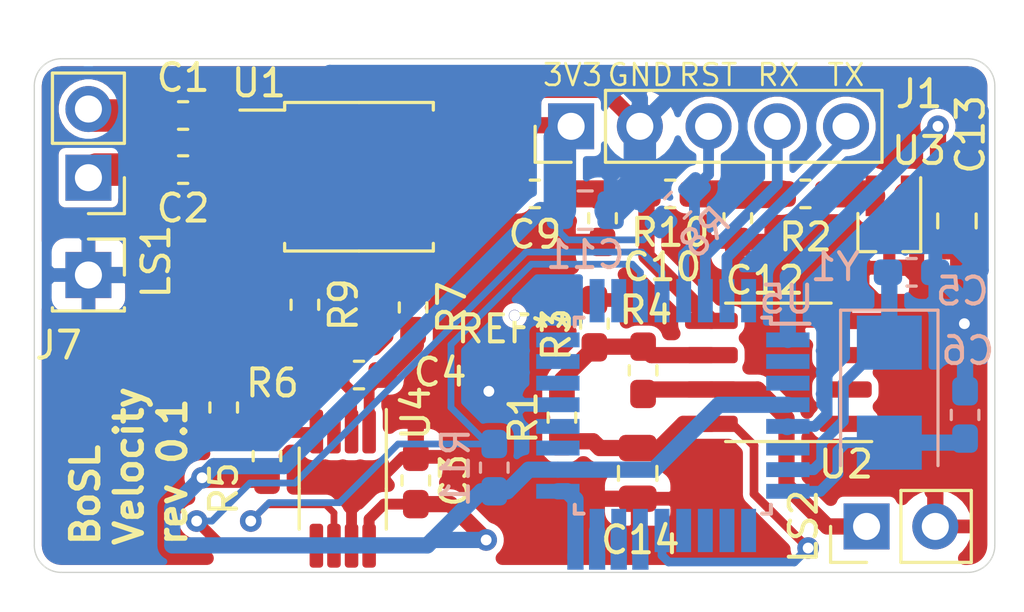
<source format=kicad_pcb>
(kicad_pcb (version 20171130) (host pcbnew "(5.1.5)-3")

  (general
    (thickness 1.6)
    (drawings 15)
    (tracks 242)
    (zones 0)
    (modules 38)
    (nets 48)
  )

  (page A4)
  (layers
    (0 F.Cu signal)
    (31 B.Cu signal)
    (32 B.Adhes user)
    (33 F.Adhes user)
    (34 B.Paste user)
    (35 F.Paste user)
    (36 B.SilkS user)
    (37 F.SilkS user)
    (38 B.Mask user)
    (39 F.Mask user)
    (40 Dwgs.User user)
    (41 Cmts.User user)
    (42 Eco1.User user)
    (43 Eco2.User user)
    (44 Edge.Cuts user)
    (45 Margin user)
    (46 B.CrtYd user)
    (47 F.CrtYd user)
    (48 B.Fab user)
    (49 F.Fab user)
  )

  (setup
    (last_trace_width 0.25)
    (user_trace_width 0.32)
    (user_trace_width 0.4)
    (user_trace_width 0.6)
    (user_trace_width 0.8)
    (user_trace_width 1)
    (user_trace_width 1.2)
    (user_trace_width 1.6)
    (user_trace_width 2.4)
    (trace_clearance 0.2)
    (zone_clearance 0.25)
    (zone_45_only no)
    (trace_min 0.2)
    (via_size 0.8)
    (via_drill 0.4)
    (via_min_size 0.4)
    (via_min_drill 0.3)
    (uvia_size 0.3)
    (uvia_drill 0.1)
    (uvias_allowed no)
    (uvia_min_size 0.2)
    (uvia_min_drill 0.1)
    (edge_width 0.05)
    (segment_width 0.2)
    (pcb_text_width 0.3)
    (pcb_text_size 1.5 1.5)
    (mod_edge_width 0.12)
    (mod_text_size 1 1)
    (mod_text_width 0.15)
    (pad_size 1.05 0.95)
    (pad_drill 0)
    (pad_to_mask_clearance 0.051)
    (solder_mask_min_width 0.25)
    (aux_axis_origin 0 0)
    (grid_origin 137.9 56.7)
    (visible_elements 7FFFFFFF)
    (pcbplotparams
      (layerselection 0x01030_ffffffff)
      (usegerberextensions false)
      (usegerberattributes false)
      (usegerberadvancedattributes false)
      (creategerberjobfile false)
      (excludeedgelayer true)
      (linewidth 0.100000)
      (plotframeref false)
      (viasonmask false)
      (mode 1)
      (useauxorigin false)
      (hpglpennumber 1)
      (hpglpenspeed 20)
      (hpglpendiameter 15.000000)
      (psnegative false)
      (psa4output false)
      (plotreference true)
      (plotvalue true)
      (plotinvisibletext false)
      (padsonsilk false)
      (subtractmaskfromsilk false)
      (outputformat 5)
      (mirror false)
      (drillshape 2)
      (scaleselection 1)
      (outputdirectory "Production/"))
  )

  (net 0 "")
  (net 1 GND)
  (net 2 VPP)
  (net 3 "Net-(C4-Pad1)")
  (net 4 "Net-(C4-Pad2)")
  (net 5 "Net-(U4-Pad3)")
  (net 6 "Net-(C1-Pad1)")
  (net 7 "Net-(C1-Pad2)")
  (net 8 "Net-(C2-Pad2)")
  (net 9 "Net-(C2-Pad1)")
  (net 10 Driver_Wave)
  (net 11 "Net-(C9-Pad2)")
  (net 12 "Net-(C12-Pad1)")
  (net 13 "Net-(LS2-Pad1)")
  (net 14 "Net-(R1-Pad2)")
  (net 15 "Net-(U1-Pad7)")
  (net 16 "Net-(R5-Pad2)")
  (net 17 "Net-(R7-Pad1)")
  (net 18 "Net-(R9-Pad1)")
  (net 19 "Net-(R2-Pad1)")
  (net 20 "Net-(C5-Pad2)")
  (net 21 "Net-(C6-Pad1)")
  (net 22 VCLOCK)
  (net 23 VOPAMP)
  (net 24 SDA)
  (net 25 SCL)
  (net 26 "Net-(U5-Pad32)")
  (net 27 TTL_TX)
  (net 28 TTL_RX)
  (net 29 "Net-(U5-Pad26)")
  (net 30 "Net-(U5-Pad25)")
  (net 31 "Net-(U5-Pad24)")
  (net 32 "Net-(U5-Pad23)")
  (net 33 "Net-(U5-Pad22)")
  (net 34 "Net-(U5-Pad20)")
  (net 35 "Net-(U5-Pad19)")
  (net 36 "Net-(U5-Pad12)")
  (net 37 "Net-(U5-Pad6)")
  (net 38 "Net-(U5-Pad3)")
  (net 39 TTL_RST)
  (net 40 "Net-(U5-Pad2)")
  (net 41 "Net-(U5-Pad11)")
  (net 42 "Net-(U5-Pad9)")
  (net 43 "Net-(U5-Pad10)")
  (net 44 SS)
  (net 45 MOSI)
  (net 46 MISO)
  (net 47 SCLK)

  (net_class Default "This is the default net class."
    (clearance 0.2)
    (trace_width 0.25)
    (via_dia 0.8)
    (via_drill 0.4)
    (uvia_dia 0.3)
    (uvia_drill 0.1)
    (add_net Driver_Wave)
    (add_net GND)
    (add_net MISO)
    (add_net MOSI)
    (add_net "Net-(C1-Pad1)")
    (add_net "Net-(C1-Pad2)")
    (add_net "Net-(C12-Pad1)")
    (add_net "Net-(C2-Pad1)")
    (add_net "Net-(C2-Pad2)")
    (add_net "Net-(C4-Pad1)")
    (add_net "Net-(C4-Pad2)")
    (add_net "Net-(C5-Pad2)")
    (add_net "Net-(C6-Pad1)")
    (add_net "Net-(C9-Pad2)")
    (add_net "Net-(LS2-Pad1)")
    (add_net "Net-(R1-Pad2)")
    (add_net "Net-(R2-Pad1)")
    (add_net "Net-(R5-Pad2)")
    (add_net "Net-(R7-Pad1)")
    (add_net "Net-(R9-Pad1)")
    (add_net "Net-(U1-Pad7)")
    (add_net "Net-(U4-Pad3)")
    (add_net "Net-(U5-Pad10)")
    (add_net "Net-(U5-Pad11)")
    (add_net "Net-(U5-Pad12)")
    (add_net "Net-(U5-Pad19)")
    (add_net "Net-(U5-Pad2)")
    (add_net "Net-(U5-Pad20)")
    (add_net "Net-(U5-Pad22)")
    (add_net "Net-(U5-Pad23)")
    (add_net "Net-(U5-Pad24)")
    (add_net "Net-(U5-Pad25)")
    (add_net "Net-(U5-Pad26)")
    (add_net "Net-(U5-Pad3)")
    (add_net "Net-(U5-Pad32)")
    (add_net "Net-(U5-Pad6)")
    (add_net "Net-(U5-Pad9)")
    (add_net SCL)
    (add_net SCLK)
    (add_net SDA)
    (add_net SS)
    (add_net TTL_RST)
    (add_net TTL_RX)
    (add_net TTL_TX)
    (add_net VCLOCK)
    (add_net VOPAMP)
    (add_net VPP)
  )

  (module "Heterodyne:Alignment Hole" (layer F.Cu) (tedit 5E4F2DD4) (tstamp 5E4F979B)
    (at 17.75 9.5)
    (fp_text reference REF** (at 0 0.5) (layer F.SilkS)
      (effects (font (size 1 1) (thickness 0.15)))
    )
    (fp_text value "Alignment Hole" (at 0 -0.5) (layer F.Fab)
      (effects (font (size 1 1) (thickness 0.15)))
    )
    (pad 1 thru_hole circle (at 0 0) (size 0.42 0.42) (drill 0.4) (layers *.Cu *.Mask))
  )

  (module "Heterodyne:Testpoint SPI" (layer B.Cu) (tedit 5E4B02FA) (tstamp 5E4E8846)
    (at 20 18.6)
    (path /5E4B5960)
    (fp_text reference TP4 (at 0 -0.5) (layer B.SilkS) hide
      (effects (font (size 1 1) (thickness 0.15)) (justify mirror))
    )
    (fp_text value TestPoint (at 0 0.5) (layer B.Fab)
      (effects (font (size 1 1) (thickness 0.15)) (justify mirror))
    )
    (pad 1 smd rect (at 0 0) (size 0.6 0.6) (layers B.Cu B.Paste B.Mask)
      (net 47 SCLK))
  )

  (module "Heterodyne:Testpoint SPI" (layer B.Cu) (tedit 5E4B02FA) (tstamp 5E4E883A)
    (at 20.8 18.6)
    (path /5E4B5809)
    (fp_text reference TP3 (at 0 -0.5) (layer B.SilkS) hide
      (effects (font (size 1 1) (thickness 0.15)) (justify mirror))
    )
    (fp_text value TestPoint (at 0 0.5) (layer B.Fab)
      (effects (font (size 1 1) (thickness 0.15)) (justify mirror))
    )
    (pad 1 smd rect (at 0 0) (size 0.6 0.6) (layers B.Cu B.Paste B.Mask)
      (net 46 MISO))
  )

  (module "Heterodyne:Testpoint SPI" (layer B.Cu) (tedit 5E4B02FA) (tstamp 5E4E8852)
    (at 21.6 18.6)
    (path /5E4B56C0)
    (fp_text reference TP2 (at 0 -0.5) (layer B.SilkS) hide
      (effects (font (size 1 1) (thickness 0.15)) (justify mirror))
    )
    (fp_text value TestPoint (at 0 0.5) (layer B.Fab)
      (effects (font (size 1 1) (thickness 0.15)) (justify mirror))
    )
    (pad 1 smd rect (at 0 0) (size 0.6 0.6) (layers B.Cu B.Paste B.Mask)
      (net 45 MOSI))
  )

  (module "Heterodyne:Testpoint SPI" (layer B.Cu) (tedit 5E4B02FA) (tstamp 5E4E888E)
    (at 22.4 18.6)
    (path /5E4B4DF0)
    (fp_text reference TP1 (at 0 -0.5) (layer B.SilkS) hide
      (effects (font (size 1 1) (thickness 0.15)) (justify mirror))
    )
    (fp_text value TestPoint (at 0 0.5) (layer B.Fab)
      (effects (font (size 1 1) (thickness 0.15)) (justify mirror))
    )
    (pad 1 smd rect (at 0 0) (size 0.6 0.6) (layers B.Cu B.Paste B.Mask)
      (net 44 SS))
  )

  (module Capacitor_SMD:C_0603_1608Metric_Pad1.05x0.95mm_HandSolder (layer B.Cu) (tedit 5B301BBE) (tstamp 5E4E88A6)
    (at 34.4 13.175 90)
    (descr "Capacitor SMD 0603 (1608 Metric), square (rectangular) end terminal, IPC_7351 nominal with elongated pad for handsoldering. (Body size source: http://www.tortai-tech.com/upload/download/2011102023233369053.pdf), generated with kicad-footprint-generator")
    (tags "capacitor handsolder")
    (path /5E459327)
    (attr smd)
    (fp_text reference C6 (at 2.375 0.1) (layer B.SilkS)
      (effects (font (size 1 1) (thickness 0.15)) (justify mirror))
    )
    (fp_text value "18 pF" (at 0 -1.43 270) (layer B.Fab)
      (effects (font (size 1 1) (thickness 0.15)) (justify mirror))
    )
    (fp_text user %R (at 0 0 270) (layer B.Fab)
      (effects (font (size 0.4 0.4) (thickness 0.06)) (justify mirror))
    )
    (fp_line (start 1.65 -0.73) (end -1.65 -0.73) (layer B.CrtYd) (width 0.05))
    (fp_line (start 1.65 0.73) (end 1.65 -0.73) (layer B.CrtYd) (width 0.05))
    (fp_line (start -1.65 0.73) (end 1.65 0.73) (layer B.CrtYd) (width 0.05))
    (fp_line (start -1.65 -0.73) (end -1.65 0.73) (layer B.CrtYd) (width 0.05))
    (fp_line (start -0.171267 -0.51) (end 0.171267 -0.51) (layer B.SilkS) (width 0.12))
    (fp_line (start -0.171267 0.51) (end 0.171267 0.51) (layer B.SilkS) (width 0.12))
    (fp_line (start 0.8 -0.4) (end -0.8 -0.4) (layer B.Fab) (width 0.1))
    (fp_line (start 0.8 0.4) (end 0.8 -0.4) (layer B.Fab) (width 0.1))
    (fp_line (start -0.8 0.4) (end 0.8 0.4) (layer B.Fab) (width 0.1))
    (fp_line (start -0.8 -0.4) (end -0.8 0.4) (layer B.Fab) (width 0.1))
    (pad 2 smd roundrect (at 0.875 0 90) (size 1.05 0.95) (layers B.Cu B.Paste B.Mask) (roundrect_rratio 0.25)
      (net 1 GND))
    (pad 1 smd roundrect (at -0.875 0 90) (size 1.05 0.95) (layers B.Cu B.Paste B.Mask) (roundrect_rratio 0.25)
      (net 21 "Net-(C6-Pad1)"))
    (model ${KISYS3DMOD}/Capacitor_SMD.3dshapes/C_0603_1608Metric.wrl
      (at (xyz 0 0 0))
      (scale (xyz 1 1 1))
      (rotate (xyz 0 0 0))
    )
  )

  (module Connector_PinHeader_2.54mm:PinHeader_1x05_P2.54mm_Vertical (layer F.Cu) (tedit 59FED5CC) (tstamp 5E4E8806)
    (at 19.84 2.5 90)
    (descr "Through hole straight pin header, 1x05, 2.54mm pitch, single row")
    (tags "Through hole pin header THT 1x05 2.54mm single row")
    (path /5E4B4FBE)
    (fp_text reference J1 (at 1.2 12.86) (layer F.SilkS)
      (effects (font (size 1 1) (thickness 0.15)))
    )
    (fp_text value Conn_01x05 (at 0 12.49 90) (layer F.Fab)
      (effects (font (size 1 1) (thickness 0.15)))
    )
    (fp_text user %R (at 0 5.08) (layer F.Fab)
      (effects (font (size 1 1) (thickness 0.15)))
    )
    (fp_line (start 1.8 -1.8) (end -1.8 -1.8) (layer F.CrtYd) (width 0.05))
    (fp_line (start 1.8 11.95) (end 1.8 -1.8) (layer F.CrtYd) (width 0.05))
    (fp_line (start -1.8 11.95) (end 1.8 11.95) (layer F.CrtYd) (width 0.05))
    (fp_line (start -1.8 -1.8) (end -1.8 11.95) (layer F.CrtYd) (width 0.05))
    (fp_line (start -1.33 -1.33) (end 0 -1.33) (layer F.SilkS) (width 0.12))
    (fp_line (start -1.33 0) (end -1.33 -1.33) (layer F.SilkS) (width 0.12))
    (fp_line (start -1.33 1.27) (end 1.33 1.27) (layer F.SilkS) (width 0.12))
    (fp_line (start 1.33 1.27) (end 1.33 11.49) (layer F.SilkS) (width 0.12))
    (fp_line (start -1.33 1.27) (end -1.33 11.49) (layer F.SilkS) (width 0.12))
    (fp_line (start -1.33 11.49) (end 1.33 11.49) (layer F.SilkS) (width 0.12))
    (fp_line (start -1.27 -0.635) (end -0.635 -1.27) (layer F.Fab) (width 0.1))
    (fp_line (start -1.27 11.43) (end -1.27 -0.635) (layer F.Fab) (width 0.1))
    (fp_line (start 1.27 11.43) (end -1.27 11.43) (layer F.Fab) (width 0.1))
    (fp_line (start 1.27 -1.27) (end 1.27 11.43) (layer F.Fab) (width 0.1))
    (fp_line (start -0.635 -1.27) (end 1.27 -1.27) (layer F.Fab) (width 0.1))
    (pad 5 thru_hole oval (at 0 10.16 90) (size 1.7 1.7) (drill 1) (layers *.Cu *.Mask)
      (net 27 TTL_TX))
    (pad 4 thru_hole oval (at 0 7.62 90) (size 1.7 1.7) (drill 1) (layers *.Cu *.Mask)
      (net 28 TTL_RX))
    (pad 3 thru_hole oval (at 0 5.08 90) (size 1.7 1.7) (drill 1) (layers *.Cu *.Mask)
      (net 39 TTL_RST))
    (pad 2 thru_hole oval (at 0 2.54 90) (size 1.7 1.7) (drill 1) (layers *.Cu *.Mask)
      (net 1 GND))
    (pad 1 thru_hole rect (at 0 0 90) (size 1.7 1.7) (drill 1) (layers *.Cu *.Mask)
      (net 2 VPP))
  )

  (module Resistor_SMD:R_0603_1608Metric_Pad1.05x0.95mm_HandSolder (layer B.Cu) (tedit 5B301BBD) (tstamp 5E4E88D6)
    (at 17 15.125 270)
    (descr "Resistor SMD 0603 (1608 Metric), square (rectangular) end terminal, IPC_7351 nominal with elongated pad for handsoldering. (Body size source: http://www.tortai-tech.com/upload/download/2011102023233369053.pdf), generated with kicad-footprint-generator")
    (tags "resistor handsolder")
    (path /5E4382A8)
    (attr smd)
    (fp_text reference R11 (at 0 1.43 90) (layer B.SilkS)
      (effects (font (size 1 1) (thickness 0.15)) (justify mirror))
    )
    (fp_text value "10 kΩ" (at 0 -1.43 90) (layer B.Fab)
      (effects (font (size 1 1) (thickness 0.15)) (justify mirror))
    )
    (fp_text user %R (at 0 0 90) (layer B.Fab)
      (effects (font (size 0.4 0.4) (thickness 0.06)) (justify mirror))
    )
    (fp_line (start 1.65 -0.73) (end -1.65 -0.73) (layer B.CrtYd) (width 0.05))
    (fp_line (start 1.65 0.73) (end 1.65 -0.73) (layer B.CrtYd) (width 0.05))
    (fp_line (start -1.65 0.73) (end 1.65 0.73) (layer B.CrtYd) (width 0.05))
    (fp_line (start -1.65 -0.73) (end -1.65 0.73) (layer B.CrtYd) (width 0.05))
    (fp_line (start -0.171267 -0.51) (end 0.171267 -0.51) (layer B.SilkS) (width 0.12))
    (fp_line (start -0.171267 0.51) (end 0.171267 0.51) (layer B.SilkS) (width 0.12))
    (fp_line (start 0.8 -0.4) (end -0.8 -0.4) (layer B.Fab) (width 0.1))
    (fp_line (start 0.8 0.4) (end 0.8 -0.4) (layer B.Fab) (width 0.1))
    (fp_line (start -0.8 0.4) (end 0.8 0.4) (layer B.Fab) (width 0.1))
    (fp_line (start -0.8 -0.4) (end -0.8 0.4) (layer B.Fab) (width 0.1))
    (pad 2 smd roundrect (at 0.875 0 270) (size 1.05 0.95) (layers B.Cu B.Paste B.Mask) (roundrect_rratio 0.25)
      (net 2 VPP))
    (pad 1 smd roundrect (at -0.875 0 270) (size 1.05 0.95) (layers B.Cu B.Paste B.Mask) (roundrect_rratio 0.25)
      (net 24 SDA))
    (model ${KISYS3DMOD}/Resistor_SMD.3dshapes/R_0603_1608Metric.wrl
      (at (xyz 0 0 0))
      (scale (xyz 1 1 1))
      (rotate (xyz 0 0 0))
    )
  )

  (module Resistor_SMD:R_0603_1608Metric_Pad1.05x0.95mm_HandSolder (layer F.Cu) (tedit 5B301BBD) (tstamp 5E4E886A)
    (at 23.5 5 180)
    (descr "Resistor SMD 0603 (1608 Metric), square (rectangular) end terminal, IPC_7351 nominal with elongated pad for handsoldering. (Body size source: http://www.tortai-tech.com/upload/download/2011102023233369053.pdf), generated with kicad-footprint-generator")
    (tags "resistor handsolder")
    (path /5DEEC06C)
    (attr smd)
    (fp_text reference R10 (at 0 -1.43) (layer F.SilkS)
      (effects (font (size 1 1) (thickness 0.15)))
    )
    (fp_text value "1 kΩ" (at 0 1.43) (layer F.Fab)
      (effects (font (size 1 1) (thickness 0.15)))
    )
    (fp_text user %R (at 0 0) (layer F.Fab)
      (effects (font (size 0.4 0.4) (thickness 0.06)))
    )
    (fp_line (start 1.65 0.73) (end -1.65 0.73) (layer F.CrtYd) (width 0.05))
    (fp_line (start 1.65 -0.73) (end 1.65 0.73) (layer F.CrtYd) (width 0.05))
    (fp_line (start -1.65 -0.73) (end 1.65 -0.73) (layer F.CrtYd) (width 0.05))
    (fp_line (start -1.65 0.73) (end -1.65 -0.73) (layer F.CrtYd) (width 0.05))
    (fp_line (start -0.171267 0.51) (end 0.171267 0.51) (layer F.SilkS) (width 0.12))
    (fp_line (start -0.171267 -0.51) (end 0.171267 -0.51) (layer F.SilkS) (width 0.12))
    (fp_line (start 0.8 0.4) (end -0.8 0.4) (layer F.Fab) (width 0.1))
    (fp_line (start 0.8 -0.4) (end 0.8 0.4) (layer F.Fab) (width 0.1))
    (fp_line (start -0.8 -0.4) (end 0.8 -0.4) (layer F.Fab) (width 0.1))
    (fp_line (start -0.8 0.4) (end -0.8 -0.4) (layer F.Fab) (width 0.1))
    (pad 2 smd roundrect (at 0.875 0 180) (size 1.05 0.95) (layers F.Cu F.Paste F.Mask) (roundrect_rratio 0.25)
      (net 10 Driver_Wave))
    (pad 1 smd roundrect (at -0.875 0 180) (size 1.05 0.95) (layers F.Cu F.Paste F.Mask) (roundrect_rratio 0.25)
      (net 12 "Net-(C12-Pad1)"))
    (model ${KISYS3DMOD}/Resistor_SMD.3dshapes/R_0603_1608Metric.wrl
      (at (xyz 0 0 0))
      (scale (xyz 1 1 1))
      (rotate (xyz 0 0 0))
    )
  )

  (module Resistor_SMD:R_0603_1608Metric_Pad1.05x0.95mm_HandSolder (layer F.Cu) (tedit 5B301BBD) (tstamp 5E4E80E7)
    (at 10 9.1 270)
    (descr "Resistor SMD 0603 (1608 Metric), square (rectangular) end terminal, IPC_7351 nominal with elongated pad for handsoldering. (Body size source: http://www.tortai-tech.com/upload/download/2011102023233369053.pdf), generated with kicad-footprint-generator")
    (tags "resistor handsolder")
    (path /5E38B726)
    (attr smd)
    (fp_text reference R9 (at 0 -1.43 90) (layer F.SilkS)
      (effects (font (size 1 1) (thickness 0.15)))
    )
    (fp_text value "330 Ω" (at 0 1.43 90) (layer F.Fab)
      (effects (font (size 1 1) (thickness 0.15)))
    )
    (fp_text user %R (at 0 0 90) (layer F.Fab)
      (effects (font (size 0.4 0.4) (thickness 0.06)))
    )
    (fp_line (start 1.65 0.73) (end -1.65 0.73) (layer F.CrtYd) (width 0.05))
    (fp_line (start 1.65 -0.73) (end 1.65 0.73) (layer F.CrtYd) (width 0.05))
    (fp_line (start -1.65 -0.73) (end 1.65 -0.73) (layer F.CrtYd) (width 0.05))
    (fp_line (start -1.65 0.73) (end -1.65 -0.73) (layer F.CrtYd) (width 0.05))
    (fp_line (start -0.171267 0.51) (end 0.171267 0.51) (layer F.SilkS) (width 0.12))
    (fp_line (start -0.171267 -0.51) (end 0.171267 -0.51) (layer F.SilkS) (width 0.12))
    (fp_line (start 0.8 0.4) (end -0.8 0.4) (layer F.Fab) (width 0.1))
    (fp_line (start 0.8 -0.4) (end 0.8 0.4) (layer F.Fab) (width 0.1))
    (fp_line (start -0.8 -0.4) (end 0.8 -0.4) (layer F.Fab) (width 0.1))
    (fp_line (start -0.8 0.4) (end -0.8 -0.4) (layer F.Fab) (width 0.1))
    (pad 2 smd roundrect (at 0.875 0 270) (size 1.05 0.95) (layers F.Cu F.Paste F.Mask) (roundrect_rratio 0.25)
      (net 4 "Net-(C4-Pad2)"))
    (pad 1 smd roundrect (at -0.875 0 270) (size 1.05 0.95) (layers F.Cu F.Paste F.Mask) (roundrect_rratio 0.25)
      (net 18 "Net-(R9-Pad1)"))
    (model ${KISYS3DMOD}/Resistor_SMD.3dshapes/R_0603_1608Metric.wrl
      (at (xyz 0 0 0))
      (scale (xyz 1 1 1))
      (rotate (xyz 0 0 0))
    )
  )

  (module Resistor_SMD:R_0603_1608Metric_Pad1.05x0.95mm_HandSolder (layer B.Cu) (tedit 5B301BBD) (tstamp 5E4E8117)
    (at 23.781282 5.418718 45)
    (descr "Resistor SMD 0603 (1608 Metric), square (rectangular) end terminal, IPC_7351 nominal with elongated pad for handsoldering. (Body size source: http://www.tortai-tech.com/upload/download/2011102023233369053.pdf), generated with kicad-footprint-generator")
    (tags "resistor handsolder")
    (path /5E46438F)
    (attr smd)
    (fp_text reference R8 (at 0 1.43 45) (layer B.SilkS)
      (effects (font (size 1 1) (thickness 0.15)) (justify mirror))
    )
    (fp_text value "10 kΩ" (at 0 -1.43 45) (layer B.Fab)
      (effects (font (size 1 1) (thickness 0.15)) (justify mirror))
    )
    (fp_text user %R (at 0 0 45) (layer B.Fab)
      (effects (font (size 0.4 0.4) (thickness 0.06)) (justify mirror))
    )
    (fp_line (start 1.65 -0.73) (end -1.65 -0.73) (layer B.CrtYd) (width 0.05))
    (fp_line (start 1.65 0.73) (end 1.65 -0.73) (layer B.CrtYd) (width 0.05))
    (fp_line (start -1.65 0.73) (end 1.65 0.73) (layer B.CrtYd) (width 0.05))
    (fp_line (start -1.65 -0.73) (end -1.65 0.73) (layer B.CrtYd) (width 0.05))
    (fp_line (start -0.171267 -0.51) (end 0.171267 -0.51) (layer B.SilkS) (width 0.12))
    (fp_line (start -0.171267 0.51) (end 0.171267 0.51) (layer B.SilkS) (width 0.12))
    (fp_line (start 0.8 -0.4) (end -0.8 -0.4) (layer B.Fab) (width 0.1))
    (fp_line (start 0.8 0.4) (end 0.8 -0.4) (layer B.Fab) (width 0.1))
    (fp_line (start -0.8 0.4) (end 0.8 0.4) (layer B.Fab) (width 0.1))
    (fp_line (start -0.8 -0.4) (end -0.8 0.4) (layer B.Fab) (width 0.1))
    (pad 2 smd roundrect (at 0.875 0 45) (size 1.05 0.95) (layers B.Cu B.Paste B.Mask) (roundrect_rratio 0.25)
      (net 39 TTL_RST))
    (pad 1 smd roundrect (at -0.875 0 45) (size 1.05 0.95) (layers B.Cu B.Paste B.Mask) (roundrect_rratio 0.25)
      (net 2 VPP))
    (model ${KISYS3DMOD}/Resistor_SMD.3dshapes/R_0603_1608Metric.wrl
      (at (xyz 0 0 0))
      (scale (xyz 1 1 1))
      (rotate (xyz 0 0 0))
    )
  )

  (module Resistor_SMD:R_0603_1608Metric_Pad1.05x0.95mm_HandSolder (layer F.Cu) (tedit 5B301BBD) (tstamp 5E4E8387)
    (at 14 9.2 270)
    (descr "Resistor SMD 0603 (1608 Metric), square (rectangular) end terminal, IPC_7351 nominal with elongated pad for handsoldering. (Body size source: http://www.tortai-tech.com/upload/download/2011102023233369053.pdf), generated with kicad-footprint-generator")
    (tags "resistor handsolder")
    (path /5E45C221)
    (attr smd)
    (fp_text reference R7 (at 0 -1.43 90) (layer F.SilkS)
      (effects (font (size 1 1) (thickness 0.15)))
    )
    (fp_text value "330 Ω" (at 0 1.43 90) (layer F.Fab)
      (effects (font (size 1 1) (thickness 0.15)))
    )
    (fp_text user %R (at 0 0 90) (layer F.Fab)
      (effects (font (size 0.4 0.4) (thickness 0.06)))
    )
    (fp_line (start 1.65 0.73) (end -1.65 0.73) (layer F.CrtYd) (width 0.05))
    (fp_line (start 1.65 -0.73) (end 1.65 0.73) (layer F.CrtYd) (width 0.05))
    (fp_line (start -1.65 -0.73) (end 1.65 -0.73) (layer F.CrtYd) (width 0.05))
    (fp_line (start -1.65 0.73) (end -1.65 -0.73) (layer F.CrtYd) (width 0.05))
    (fp_line (start -0.171267 0.51) (end 0.171267 0.51) (layer F.SilkS) (width 0.12))
    (fp_line (start -0.171267 -0.51) (end 0.171267 -0.51) (layer F.SilkS) (width 0.12))
    (fp_line (start 0.8 0.4) (end -0.8 0.4) (layer F.Fab) (width 0.1))
    (fp_line (start 0.8 -0.4) (end 0.8 0.4) (layer F.Fab) (width 0.1))
    (fp_line (start -0.8 -0.4) (end 0.8 -0.4) (layer F.Fab) (width 0.1))
    (fp_line (start -0.8 0.4) (end -0.8 -0.4) (layer F.Fab) (width 0.1))
    (pad 2 smd roundrect (at 0.875 0 270) (size 1.05 0.95) (layers F.Cu F.Paste F.Mask) (roundrect_rratio 0.25)
      (net 3 "Net-(C4-Pad1)"))
    (pad 1 smd roundrect (at -0.875 0 270) (size 1.05 0.95) (layers F.Cu F.Paste F.Mask) (roundrect_rratio 0.25)
      (net 17 "Net-(R7-Pad1)"))
    (model ${KISYS3DMOD}/Resistor_SMD.3dshapes/R_0603_1608Metric.wrl
      (at (xyz 0 0 0))
      (scale (xyz 1 1 1))
      (rotate (xyz 0 0 0))
    )
  )

  (module Resistor_SMD:R_0603_1608Metric_Pad1.05x0.95mm_HandSolder (layer F.Cu) (tedit 5B301BBD) (tstamp 5E4E8177)
    (at 7 12.9 90)
    (descr "Resistor SMD 0603 (1608 Metric), square (rectangular) end terminal, IPC_7351 nominal with elongated pad for handsoldering. (Body size source: http://www.tortai-tech.com/upload/download/2011102023233369053.pdf), generated with kicad-footprint-generator")
    (tags "resistor handsolder")
    (path /5E436A94)
    (attr smd)
    (fp_text reference R6 (at 0.9 1.8 180) (layer F.SilkS)
      (effects (font (size 1 1) (thickness 0.15)))
    )
    (fp_text value "1 kΩ" (at 0 1.43 90) (layer F.Fab)
      (effects (font (size 1 1) (thickness 0.15)))
    )
    (fp_text user %R (at 0 0 90) (layer F.Fab)
      (effects (font (size 0.4 0.4) (thickness 0.06)))
    )
    (fp_line (start 1.65 0.73) (end -1.65 0.73) (layer F.CrtYd) (width 0.05))
    (fp_line (start 1.65 -0.73) (end 1.65 0.73) (layer F.CrtYd) (width 0.05))
    (fp_line (start -1.65 -0.73) (end 1.65 -0.73) (layer F.CrtYd) (width 0.05))
    (fp_line (start -1.65 0.73) (end -1.65 -0.73) (layer F.CrtYd) (width 0.05))
    (fp_line (start -0.171267 0.51) (end 0.171267 0.51) (layer F.SilkS) (width 0.12))
    (fp_line (start -0.171267 -0.51) (end 0.171267 -0.51) (layer F.SilkS) (width 0.12))
    (fp_line (start 0.8 0.4) (end -0.8 0.4) (layer F.Fab) (width 0.1))
    (fp_line (start 0.8 -0.4) (end 0.8 0.4) (layer F.Fab) (width 0.1))
    (fp_line (start -0.8 -0.4) (end 0.8 -0.4) (layer F.Fab) (width 0.1))
    (fp_line (start -0.8 0.4) (end -0.8 -0.4) (layer F.Fab) (width 0.1))
    (pad 2 smd roundrect (at 0.875 0 90) (size 1.05 0.95) (layers F.Cu F.Paste F.Mask) (roundrect_rratio 0.25)
      (net 1 GND))
    (pad 1 smd roundrect (at -0.875 0 90) (size 1.05 0.95) (layers F.Cu F.Paste F.Mask) (roundrect_rratio 0.25)
      (net 16 "Net-(R5-Pad2)"))
    (model ${KISYS3DMOD}/Resistor_SMD.3dshapes/R_0603_1608Metric.wrl
      (at (xyz 0 0 0))
      (scale (xyz 1 1 1))
      (rotate (xyz 0 0 0))
    )
  )

  (module Resistor_SMD:R_0603_1608Metric_Pad1.05x0.95mm_HandSolder (layer F.Cu) (tedit 5B301BBD) (tstamp 5E4E8417)
    (at 8.6 14.7 90)
    (descr "Resistor SMD 0603 (1608 Metric), square (rectangular) end terminal, IPC_7351 nominal with elongated pad for handsoldering. (Body size source: http://www.tortai-tech.com/upload/download/2011102023233369053.pdf), generated with kicad-footprint-generator")
    (tags "resistor handsolder")
    (path /5E436F78)
    (attr smd)
    (fp_text reference R5 (at -1.2 -1.6 90) (layer F.SilkS)
      (effects (font (size 1 1) (thickness 0.15)))
    )
    (fp_text value "2 kΩ" (at 0 1.43 90) (layer F.Fab)
      (effects (font (size 1 1) (thickness 0.15)))
    )
    (fp_text user %R (at 0 0 90) (layer F.Fab)
      (effects (font (size 0.4 0.4) (thickness 0.06)))
    )
    (fp_line (start 1.65 0.73) (end -1.65 0.73) (layer F.CrtYd) (width 0.05))
    (fp_line (start 1.65 -0.73) (end 1.65 0.73) (layer F.CrtYd) (width 0.05))
    (fp_line (start -1.65 -0.73) (end 1.65 -0.73) (layer F.CrtYd) (width 0.05))
    (fp_line (start -1.65 0.73) (end -1.65 -0.73) (layer F.CrtYd) (width 0.05))
    (fp_line (start -0.171267 0.51) (end 0.171267 0.51) (layer F.SilkS) (width 0.12))
    (fp_line (start -0.171267 -0.51) (end 0.171267 -0.51) (layer F.SilkS) (width 0.12))
    (fp_line (start 0.8 0.4) (end -0.8 0.4) (layer F.Fab) (width 0.1))
    (fp_line (start 0.8 -0.4) (end 0.8 0.4) (layer F.Fab) (width 0.1))
    (fp_line (start -0.8 -0.4) (end 0.8 -0.4) (layer F.Fab) (width 0.1))
    (fp_line (start -0.8 0.4) (end -0.8 -0.4) (layer F.Fab) (width 0.1))
    (pad 2 smd roundrect (at 0.875 0 90) (size 1.05 0.95) (layers F.Cu F.Paste F.Mask) (roundrect_rratio 0.25)
      (net 16 "Net-(R5-Pad2)"))
    (pad 1 smd roundrect (at -0.875 0 90) (size 1.05 0.95) (layers F.Cu F.Paste F.Mask) (roundrect_rratio 0.25)
      (net 2 VPP))
    (model ${KISYS3DMOD}/Resistor_SMD.3dshapes/R_0603_1608Metric.wrl
      (at (xyz 0 0 0))
      (scale (xyz 1 1 1))
      (rotate (xyz 0 0 0))
    )
  )

  (module Resistor_SMD:R_0603_1608Metric_Pad1.05x0.95mm_HandSolder (layer F.Cu) (tedit 5B301BBD) (tstamp 5E4E8297)
    (at 22.5 11.525 270)
    (descr "Resistor SMD 0603 (1608 Metric), square (rectangular) end terminal, IPC_7351 nominal with elongated pad for handsoldering. (Body size source: http://www.tortai-tech.com/upload/download/2011102023233369053.pdf), generated with kicad-footprint-generator")
    (tags "resistor handsolder")
    (path /5E282544)
    (attr smd)
    (fp_text reference R4 (at -2.225 -0.1 180) (layer F.SilkS)
      (effects (font (size 1 1) (thickness 0.15)))
    )
    (fp_text value "39 kΩ" (at 0 1.43 90) (layer F.Fab)
      (effects (font (size 1 1) (thickness 0.15)))
    )
    (fp_text user %R (at 0 0 90) (layer F.Fab)
      (effects (font (size 0.4 0.4) (thickness 0.06)))
    )
    (fp_line (start 1.65 0.73) (end -1.65 0.73) (layer F.CrtYd) (width 0.05))
    (fp_line (start 1.65 -0.73) (end 1.65 0.73) (layer F.CrtYd) (width 0.05))
    (fp_line (start -1.65 -0.73) (end 1.65 -0.73) (layer F.CrtYd) (width 0.05))
    (fp_line (start -1.65 0.73) (end -1.65 -0.73) (layer F.CrtYd) (width 0.05))
    (fp_line (start -0.171267 0.51) (end 0.171267 0.51) (layer F.SilkS) (width 0.12))
    (fp_line (start -0.171267 -0.51) (end 0.171267 -0.51) (layer F.SilkS) (width 0.12))
    (fp_line (start 0.8 0.4) (end -0.8 0.4) (layer F.Fab) (width 0.1))
    (fp_line (start 0.8 -0.4) (end 0.8 0.4) (layer F.Fab) (width 0.1))
    (fp_line (start -0.8 -0.4) (end 0.8 -0.4) (layer F.Fab) (width 0.1))
    (fp_line (start -0.8 0.4) (end -0.8 -0.4) (layer F.Fab) (width 0.1))
    (pad 2 smd roundrect (at 0.875 0 270) (size 1.05 0.95) (layers F.Cu F.Paste F.Mask) (roundrect_rratio 0.25)
      (net 13 "Net-(LS2-Pad1)"))
    (pad 1 smd roundrect (at -0.875 0 270) (size 1.05 0.95) (layers F.Cu F.Paste F.Mask) (roundrect_rratio 0.25)
      (net 14 "Net-(R1-Pad2)"))
    (model ${KISYS3DMOD}/Resistor_SMD.3dshapes/R_0603_1608Metric.wrl
      (at (xyz 0 0 0))
      (scale (xyz 1 1 1))
      (rotate (xyz 0 0 0))
    )
  )

  (module Resistor_SMD:R_0603_1608Metric_Pad1.05x0.95mm_HandSolder (layer F.Cu) (tedit 5B301BBD) (tstamp 5E4E8147)
    (at 20.7 9.8 270)
    (descr "Resistor SMD 0603 (1608 Metric), square (rectangular) end terminal, IPC_7351 nominal with elongated pad for handsoldering. (Body size source: http://www.tortai-tech.com/upload/download/2011102023233369053.pdf), generated with kicad-footprint-generator")
    (tags "resistor handsolder")
    (path /5E286294)
    (attr smd)
    (fp_text reference R3 (at 0.4 1.4 90) (layer F.SilkS)
      (effects (font (size 1 1) (thickness 0.15)))
    )
    (fp_text value "1 kΩ" (at 0 1.43 90) (layer F.Fab)
      (effects (font (size 1 1) (thickness 0.15)))
    )
    (fp_text user %R (at 0 0 90) (layer F.Fab)
      (effects (font (size 0.4 0.4) (thickness 0.06)))
    )
    (fp_line (start 1.65 0.73) (end -1.65 0.73) (layer F.CrtYd) (width 0.05))
    (fp_line (start 1.65 -0.73) (end 1.65 0.73) (layer F.CrtYd) (width 0.05))
    (fp_line (start -1.65 -0.73) (end 1.65 -0.73) (layer F.CrtYd) (width 0.05))
    (fp_line (start -1.65 0.73) (end -1.65 -0.73) (layer F.CrtYd) (width 0.05))
    (fp_line (start -0.171267 0.51) (end 0.171267 0.51) (layer F.SilkS) (width 0.12))
    (fp_line (start -0.171267 -0.51) (end 0.171267 -0.51) (layer F.SilkS) (width 0.12))
    (fp_line (start 0.8 0.4) (end -0.8 0.4) (layer F.Fab) (width 0.1))
    (fp_line (start 0.8 -0.4) (end 0.8 0.4) (layer F.Fab) (width 0.1))
    (fp_line (start -0.8 -0.4) (end 0.8 -0.4) (layer F.Fab) (width 0.1))
    (fp_line (start -0.8 0.4) (end -0.8 -0.4) (layer F.Fab) (width 0.1))
    (pad 2 smd roundrect (at 0.875 0 270) (size 1.05 0.95) (layers F.Cu F.Paste F.Mask) (roundrect_rratio 0.25)
      (net 14 "Net-(R1-Pad2)"))
    (pad 1 smd roundrect (at -0.875 0 270) (size 1.05 0.95) (layers F.Cu F.Paste F.Mask) (roundrect_rratio 0.25)
      (net 1 GND))
    (model ${KISYS3DMOD}/Resistor_SMD.3dshapes/R_0603_1608Metric.wrl
      (at (xyz 0 0 0))
      (scale (xyz 1 1 1))
      (rotate (xyz 0 0 0))
    )
  )

  (module Resistor_SMD:R_0603_1608Metric_Pad1.05x0.95mm_HandSolder (layer F.Cu) (tedit 5B301BBD) (tstamp 5E4E8207)
    (at 28.5 5 180)
    (descr "Resistor SMD 0603 (1608 Metric), square (rectangular) end terminal, IPC_7351 nominal with elongated pad for handsoldering. (Body size source: http://www.tortai-tech.com/upload/download/2011102023233369053.pdf), generated with kicad-footprint-generator")
    (tags "resistor handsolder")
    (path /5DE786A6)
    (attr smd)
    (fp_text reference R2 (at 0 -1.6) (layer F.SilkS)
      (effects (font (size 1 1) (thickness 0.15)))
    )
    (fp_text value "3.3 kΩ" (at 0 1.43) (layer F.Fab)
      (effects (font (size 1 1) (thickness 0.15)))
    )
    (fp_text user %R (at 0 0) (layer F.Fab)
      (effects (font (size 0.4 0.4) (thickness 0.06)))
    )
    (fp_line (start 1.65 0.73) (end -1.65 0.73) (layer F.CrtYd) (width 0.05))
    (fp_line (start 1.65 -0.73) (end 1.65 0.73) (layer F.CrtYd) (width 0.05))
    (fp_line (start -1.65 -0.73) (end 1.65 -0.73) (layer F.CrtYd) (width 0.05))
    (fp_line (start -1.65 0.73) (end -1.65 -0.73) (layer F.CrtYd) (width 0.05))
    (fp_line (start -0.171267 0.51) (end 0.171267 0.51) (layer F.SilkS) (width 0.12))
    (fp_line (start -0.171267 -0.51) (end 0.171267 -0.51) (layer F.SilkS) (width 0.12))
    (fp_line (start 0.8 0.4) (end -0.8 0.4) (layer F.Fab) (width 0.1))
    (fp_line (start 0.8 -0.4) (end 0.8 0.4) (layer F.Fab) (width 0.1))
    (fp_line (start -0.8 -0.4) (end 0.8 -0.4) (layer F.Fab) (width 0.1))
    (fp_line (start -0.8 0.4) (end -0.8 -0.4) (layer F.Fab) (width 0.1))
    (pad 2 smd roundrect (at 0.875 0 180) (size 1.05 0.95) (layers F.Cu F.Paste F.Mask) (roundrect_rratio 0.25)
      (net 12 "Net-(C12-Pad1)"))
    (pad 1 smd roundrect (at -0.875 0 180) (size 1.05 0.95) (layers F.Cu F.Paste F.Mask) (roundrect_rratio 0.25)
      (net 19 "Net-(R2-Pad1)"))
    (model ${KISYS3DMOD}/Resistor_SMD.3dshapes/R_0603_1608Metric.wrl
      (at (xyz 0 0 0))
      (scale (xyz 1 1 1))
      (rotate (xyz 0 0 0))
    )
  )

  (module Resistor_SMD:R_0603_1608Metric_Pad1.05x0.95mm_HandSolder (layer F.Cu) (tedit 5B301BBD) (tstamp 5E4E8237)
    (at 19.5 13.275 90)
    (descr "Resistor SMD 0603 (1608 Metric), square (rectangular) end terminal, IPC_7351 nominal with elongated pad for handsoldering. (Body size source: http://www.tortai-tech.com/upload/download/2011102023233369053.pdf), generated with kicad-footprint-generator")
    (tags "resistor handsolder")
    (path /5E285F20)
    (attr smd)
    (fp_text reference R1 (at 0 -1.43 90) (layer F.SilkS)
      (effects (font (size 1 1) (thickness 0.15)))
    )
    (fp_text value "1 kΩ" (at 0 1.43 90) (layer F.Fab)
      (effects (font (size 1 1) (thickness 0.15)))
    )
    (fp_text user %R (at 0 0 90) (layer F.Fab)
      (effects (font (size 0.4 0.4) (thickness 0.06)))
    )
    (fp_line (start 1.65 0.73) (end -1.65 0.73) (layer F.CrtYd) (width 0.05))
    (fp_line (start 1.65 -0.73) (end 1.65 0.73) (layer F.CrtYd) (width 0.05))
    (fp_line (start -1.65 -0.73) (end 1.65 -0.73) (layer F.CrtYd) (width 0.05))
    (fp_line (start -1.65 0.73) (end -1.65 -0.73) (layer F.CrtYd) (width 0.05))
    (fp_line (start -0.171267 0.51) (end 0.171267 0.51) (layer F.SilkS) (width 0.12))
    (fp_line (start -0.171267 -0.51) (end 0.171267 -0.51) (layer F.SilkS) (width 0.12))
    (fp_line (start 0.8 0.4) (end -0.8 0.4) (layer F.Fab) (width 0.1))
    (fp_line (start 0.8 -0.4) (end 0.8 0.4) (layer F.Fab) (width 0.1))
    (fp_line (start -0.8 -0.4) (end 0.8 -0.4) (layer F.Fab) (width 0.1))
    (fp_line (start -0.8 0.4) (end -0.8 -0.4) (layer F.Fab) (width 0.1))
    (pad 2 smd roundrect (at 0.875 0 90) (size 1.05 0.95) (layers F.Cu F.Paste F.Mask) (roundrect_rratio 0.25)
      (net 14 "Net-(R1-Pad2)"))
    (pad 1 smd roundrect (at -0.875 0 90) (size 1.05 0.95) (layers F.Cu F.Paste F.Mask) (roundrect_rratio 0.25)
      (net 23 VOPAMP))
    (model ${KISYS3DMOD}/Resistor_SMD.3dshapes/R_0603_1608Metric.wrl
      (at (xyz 0 0 0))
      (scale (xyz 1 1 1))
      (rotate (xyz 0 0 0))
    )
  )

  (module Capacitor_SMD:C_0805_2012Metric (layer F.Cu) (tedit 5B36C52B) (tstamp 5E4E83E7)
    (at 22.3 15.3375 270)
    (descr "Capacitor SMD 0805 (2012 Metric), square (rectangular) end terminal, IPC_7351 nominal, (Body size source: https://docs.google.com/spreadsheets/d/1BsfQQcO9C6DZCsRaXUlFlo91Tg2WpOkGARC1WS5S8t0/edit?usp=sharing), generated with kicad-footprint-generator")
    (tags capacitor)
    (path /5E02AB84)
    (attr smd)
    (fp_text reference C14 (at 2.4625 -0.1 180) (layer F.SilkS)
      (effects (font (size 1 1) (thickness 0.15)))
    )
    (fp_text value "1 μF" (at 0 1.65 90) (layer F.Fab)
      (effects (font (size 1 1) (thickness 0.15)))
    )
    (fp_text user %R (at 0 0 90) (layer F.Fab)
      (effects (font (size 0.5 0.5) (thickness 0.08)))
    )
    (fp_line (start 1.68 0.95) (end -1.68 0.95) (layer F.CrtYd) (width 0.05))
    (fp_line (start 1.68 -0.95) (end 1.68 0.95) (layer F.CrtYd) (width 0.05))
    (fp_line (start -1.68 -0.95) (end 1.68 -0.95) (layer F.CrtYd) (width 0.05))
    (fp_line (start -1.68 0.95) (end -1.68 -0.95) (layer F.CrtYd) (width 0.05))
    (fp_line (start -0.258578 0.71) (end 0.258578 0.71) (layer F.SilkS) (width 0.12))
    (fp_line (start -0.258578 -0.71) (end 0.258578 -0.71) (layer F.SilkS) (width 0.12))
    (fp_line (start 1 0.6) (end -1 0.6) (layer F.Fab) (width 0.1))
    (fp_line (start 1 -0.6) (end 1 0.6) (layer F.Fab) (width 0.1))
    (fp_line (start -1 -0.6) (end 1 -0.6) (layer F.Fab) (width 0.1))
    (fp_line (start -1 0.6) (end -1 -0.6) (layer F.Fab) (width 0.1))
    (pad 2 smd roundrect (at 0.9375 0 270) (size 0.975 1.4) (layers F.Cu F.Paste F.Mask) (roundrect_rratio 0.25)
      (net 1 GND))
    (pad 1 smd roundrect (at -0.9375 0 270) (size 0.975 1.4) (layers F.Cu F.Paste F.Mask) (roundrect_rratio 0.25)
      (net 23 VOPAMP))
    (model ${KISYS3DMOD}/Capacitor_SMD.3dshapes/C_0805_2012Metric.wrl
      (at (xyz 0 0 0))
      (scale (xyz 1 1 1))
      (rotate (xyz 0 0 0))
    )
  )

  (module Capacitor_SMD:C_0805_2012Metric (layer F.Cu) (tedit 5B36C52B) (tstamp 5E4E83B7)
    (at 34.1 6 90)
    (descr "Capacitor SMD 0805 (2012 Metric), square (rectangular) end terminal, IPC_7351 nominal, (Body size source: https://docs.google.com/spreadsheets/d/1BsfQQcO9C6DZCsRaXUlFlo91Tg2WpOkGARC1WS5S8t0/edit?usp=sharing), generated with kicad-footprint-generator")
    (tags capacitor)
    (path /5DEF7CB3)
    (attr smd)
    (fp_text reference C13 (at 3.2 0.5 90) (layer F.SilkS)
      (effects (font (size 1 1) (thickness 0.15)))
    )
    (fp_text value "1 μF" (at 0 1.65 90) (layer F.Fab)
      (effects (font (size 1 1) (thickness 0.15)))
    )
    (fp_text user %R (at 0 0 90) (layer F.Fab)
      (effects (font (size 0.5 0.5) (thickness 0.08)))
    )
    (fp_line (start 1.68 0.95) (end -1.68 0.95) (layer F.CrtYd) (width 0.05))
    (fp_line (start 1.68 -0.95) (end 1.68 0.95) (layer F.CrtYd) (width 0.05))
    (fp_line (start -1.68 -0.95) (end 1.68 -0.95) (layer F.CrtYd) (width 0.05))
    (fp_line (start -1.68 0.95) (end -1.68 -0.95) (layer F.CrtYd) (width 0.05))
    (fp_line (start -0.258578 0.71) (end 0.258578 0.71) (layer F.SilkS) (width 0.12))
    (fp_line (start -0.258578 -0.71) (end 0.258578 -0.71) (layer F.SilkS) (width 0.12))
    (fp_line (start 1 0.6) (end -1 0.6) (layer F.Fab) (width 0.1))
    (fp_line (start 1 -0.6) (end 1 0.6) (layer F.Fab) (width 0.1))
    (fp_line (start -1 -0.6) (end 1 -0.6) (layer F.Fab) (width 0.1))
    (fp_line (start -1 0.6) (end -1 -0.6) (layer F.Fab) (width 0.1))
    (pad 2 smd roundrect (at 0.9375 0 90) (size 0.975 1.4) (layers F.Cu F.Paste F.Mask) (roundrect_rratio 0.25)
      (net 22 VCLOCK))
    (pad 1 smd roundrect (at -0.9375 0 90) (size 0.975 1.4) (layers F.Cu F.Paste F.Mask) (roundrect_rratio 0.25)
      (net 1 GND))
    (model ${KISYS3DMOD}/Capacitor_SMD.3dshapes/C_0805_2012Metric.wrl
      (at (xyz 0 0 0))
      (scale (xyz 1 1 1))
      (rotate (xyz 0 0 0))
    )
  )

  (module Capacitor_SMD:C_0603_1608Metric_Pad1.05x0.95mm_HandSolder (layer F.Cu) (tedit 5B301BBE) (tstamp 5E4E81D7)
    (at 26 5.9 270)
    (descr "Capacitor SMD 0603 (1608 Metric), square (rectangular) end terminal, IPC_7351 nominal with elongated pad for handsoldering. (Body size source: http://www.tortai-tech.com/upload/download/2011102023233369053.pdf), generated with kicad-footprint-generator")
    (tags "capacitor handsolder")
    (path /5DEEB130)
    (attr smd)
    (fp_text reference C12 (at 2.3 -1 180) (layer F.SilkS)
      (effects (font (size 1 1) (thickness 0.15)))
    )
    (fp_text value "330 pF" (at 0 1.43 90) (layer F.Fab)
      (effects (font (size 1 1) (thickness 0.15)))
    )
    (fp_text user %R (at 0 0 90) (layer F.Fab)
      (effects (font (size 0.4 0.4) (thickness 0.06)))
    )
    (fp_line (start 1.65 0.73) (end -1.65 0.73) (layer F.CrtYd) (width 0.05))
    (fp_line (start 1.65 -0.73) (end 1.65 0.73) (layer F.CrtYd) (width 0.05))
    (fp_line (start -1.65 -0.73) (end 1.65 -0.73) (layer F.CrtYd) (width 0.05))
    (fp_line (start -1.65 0.73) (end -1.65 -0.73) (layer F.CrtYd) (width 0.05))
    (fp_line (start -0.171267 0.51) (end 0.171267 0.51) (layer F.SilkS) (width 0.12))
    (fp_line (start -0.171267 -0.51) (end 0.171267 -0.51) (layer F.SilkS) (width 0.12))
    (fp_line (start 0.8 0.4) (end -0.8 0.4) (layer F.Fab) (width 0.1))
    (fp_line (start 0.8 -0.4) (end 0.8 0.4) (layer F.Fab) (width 0.1))
    (fp_line (start -0.8 -0.4) (end 0.8 -0.4) (layer F.Fab) (width 0.1))
    (fp_line (start -0.8 0.4) (end -0.8 -0.4) (layer F.Fab) (width 0.1))
    (pad 2 smd roundrect (at 0.875 0 270) (size 1.05 0.95) (layers F.Cu F.Paste F.Mask) (roundrect_rratio 0.25)
      (net 1 GND))
    (pad 1 smd roundrect (at -0.875 0 270) (size 1.05 0.95) (layers F.Cu F.Paste F.Mask) (roundrect_rratio 0.25)
      (net 12 "Net-(C12-Pad1)"))
    (model ${KISYS3DMOD}/Capacitor_SMD.3dshapes/C_0603_1608Metric.wrl
      (at (xyz 0 0 0))
      (scale (xyz 1 1 1))
      (rotate (xyz 0 0 0))
    )
  )

  (module Capacitor_SMD:C_0805_2012Metric (layer B.Cu) (tedit 5B36C52B) (tstamp 5E4E8357)
    (at 20.3625 5.6)
    (descr "Capacitor SMD 0805 (2012 Metric), square (rectangular) end terminal, IPC_7351 nominal, (Body size source: https://docs.google.com/spreadsheets/d/1BsfQQcO9C6DZCsRaXUlFlo91Tg2WpOkGARC1WS5S8t0/edit?usp=sharing), generated with kicad-footprint-generator")
    (tags capacitor)
    (path /5DEF08D7)
    (attr smd)
    (fp_text reference C11 (at 0 1.65) (layer B.SilkS)
      (effects (font (size 1 1) (thickness 0.15)) (justify mirror))
    )
    (fp_text value "3.3 μF" (at 0 -1.65) (layer B.Fab)
      (effects (font (size 1 1) (thickness 0.15)) (justify mirror))
    )
    (fp_text user %R (at 0 0) (layer B.Fab)
      (effects (font (size 0.5 0.5) (thickness 0.08)) (justify mirror))
    )
    (fp_line (start 1.68 -0.95) (end -1.68 -0.95) (layer B.CrtYd) (width 0.05))
    (fp_line (start 1.68 0.95) (end 1.68 -0.95) (layer B.CrtYd) (width 0.05))
    (fp_line (start -1.68 0.95) (end 1.68 0.95) (layer B.CrtYd) (width 0.05))
    (fp_line (start -1.68 -0.95) (end -1.68 0.95) (layer B.CrtYd) (width 0.05))
    (fp_line (start -0.258578 -0.71) (end 0.258578 -0.71) (layer B.SilkS) (width 0.12))
    (fp_line (start -0.258578 0.71) (end 0.258578 0.71) (layer B.SilkS) (width 0.12))
    (fp_line (start 1 -0.6) (end -1 -0.6) (layer B.Fab) (width 0.1))
    (fp_line (start 1 0.6) (end 1 -0.6) (layer B.Fab) (width 0.1))
    (fp_line (start -1 0.6) (end 1 0.6) (layer B.Fab) (width 0.1))
    (fp_line (start -1 -0.6) (end -1 0.6) (layer B.Fab) (width 0.1))
    (pad 2 smd roundrect (at 0.9375 0) (size 0.975 1.4) (layers B.Cu B.Paste B.Mask) (roundrect_rratio 0.25)
      (net 1 GND))
    (pad 1 smd roundrect (at -0.9375 0) (size 0.975 1.4) (layers B.Cu B.Paste B.Mask) (roundrect_rratio 0.25)
      (net 2 VPP))
    (model ${KISYS3DMOD}/Capacitor_SMD.3dshapes/C_0805_2012Metric.wrl
      (at (xyz 0 0 0))
      (scale (xyz 1 1 1))
      (rotate (xyz 0 0 0))
    )
  )

  (module Capacitor_SMD:C_0603_1608Metric_Pad1.05x0.95mm_HandSolder (layer F.Cu) (tedit 5B301BBE) (tstamp 5E4E8327)
    (at 21 5.9 90)
    (descr "Capacitor SMD 0603 (1608 Metric), square (rectangular) end terminal, IPC_7351 nominal with elongated pad for handsoldering. (Body size source: http://www.tortai-tech.com/upload/download/2011102023233369053.pdf), generated with kicad-footprint-generator")
    (tags "capacitor handsolder")
    (path /5DEEBC96)
    (attr smd)
    (fp_text reference C10 (at -1.8 2.2 180) (layer F.SilkS)
      (effects (font (size 1 1) (thickness 0.15)))
    )
    (fp_text value "330 pF" (at 0 1.43 90) (layer F.Fab)
      (effects (font (size 1 1) (thickness 0.15)))
    )
    (fp_text user %R (at 0 0 90) (layer F.Fab)
      (effects (font (size 0.4 0.4) (thickness 0.06)))
    )
    (fp_line (start 1.65 0.73) (end -1.65 0.73) (layer F.CrtYd) (width 0.05))
    (fp_line (start 1.65 -0.73) (end 1.65 0.73) (layer F.CrtYd) (width 0.05))
    (fp_line (start -1.65 -0.73) (end 1.65 -0.73) (layer F.CrtYd) (width 0.05))
    (fp_line (start -1.65 0.73) (end -1.65 -0.73) (layer F.CrtYd) (width 0.05))
    (fp_line (start -0.171267 0.51) (end 0.171267 0.51) (layer F.SilkS) (width 0.12))
    (fp_line (start -0.171267 -0.51) (end 0.171267 -0.51) (layer F.SilkS) (width 0.12))
    (fp_line (start 0.8 0.4) (end -0.8 0.4) (layer F.Fab) (width 0.1))
    (fp_line (start 0.8 -0.4) (end 0.8 0.4) (layer F.Fab) (width 0.1))
    (fp_line (start -0.8 -0.4) (end 0.8 -0.4) (layer F.Fab) (width 0.1))
    (fp_line (start -0.8 0.4) (end -0.8 -0.4) (layer F.Fab) (width 0.1))
    (pad 2 smd roundrect (at 0.875 0 90) (size 1.05 0.95) (layers F.Cu F.Paste F.Mask) (roundrect_rratio 0.25)
      (net 10 Driver_Wave))
    (pad 1 smd roundrect (at -0.875 0 90) (size 1.05 0.95) (layers F.Cu F.Paste F.Mask) (roundrect_rratio 0.25)
      (net 1 GND))
    (model ${KISYS3DMOD}/Capacitor_SMD.3dshapes/C_0603_1608Metric.wrl
      (at (xyz 0 0 0))
      (scale (xyz 1 1 1))
      (rotate (xyz 0 0 0))
    )
  )

  (module Capacitor_SMD:C_0603_1608Metric_Pad1.05x0.95mm_HandSolder (layer F.Cu) (tedit 5B301BBE) (tstamp 5E4E8267)
    (at 18.5 5 180)
    (descr "Capacitor SMD 0603 (1608 Metric), square (rectangular) end terminal, IPC_7351 nominal with elongated pad for handsoldering. (Body size source: http://www.tortai-tech.com/upload/download/2011102023233369053.pdf), generated with kicad-footprint-generator")
    (tags "capacitor handsolder")
    (path /5DEEB73A)
    (attr smd)
    (fp_text reference C9 (at 0 -1.5) (layer F.SilkS)
      (effects (font (size 1 1) (thickness 0.15)))
    )
    (fp_text value "330 pF" (at 0 1.43) (layer F.Fab)
      (effects (font (size 1 1) (thickness 0.15)))
    )
    (fp_text user %R (at 0 0) (layer F.Fab)
      (effects (font (size 0.4 0.4) (thickness 0.06)))
    )
    (fp_line (start 1.65 0.73) (end -1.65 0.73) (layer F.CrtYd) (width 0.05))
    (fp_line (start 1.65 -0.73) (end 1.65 0.73) (layer F.CrtYd) (width 0.05))
    (fp_line (start -1.65 -0.73) (end 1.65 -0.73) (layer F.CrtYd) (width 0.05))
    (fp_line (start -1.65 0.73) (end -1.65 -0.73) (layer F.CrtYd) (width 0.05))
    (fp_line (start -0.171267 0.51) (end 0.171267 0.51) (layer F.SilkS) (width 0.12))
    (fp_line (start -0.171267 -0.51) (end 0.171267 -0.51) (layer F.SilkS) (width 0.12))
    (fp_line (start 0.8 0.4) (end -0.8 0.4) (layer F.Fab) (width 0.1))
    (fp_line (start 0.8 -0.4) (end 0.8 0.4) (layer F.Fab) (width 0.1))
    (fp_line (start -0.8 -0.4) (end 0.8 -0.4) (layer F.Fab) (width 0.1))
    (fp_line (start -0.8 0.4) (end -0.8 -0.4) (layer F.Fab) (width 0.1))
    (pad 2 smd roundrect (at 0.875 0 180) (size 1.05 0.95) (layers F.Cu F.Paste F.Mask) (roundrect_rratio 0.25)
      (net 11 "Net-(C9-Pad2)"))
    (pad 1 smd roundrect (at -0.875 0 180) (size 1.05 0.95) (layers F.Cu F.Paste F.Mask) (roundrect_rratio 0.25)
      (net 10 Driver_Wave))
    (model ${KISYS3DMOD}/Capacitor_SMD.3dshapes/C_0603_1608Metric.wrl
      (at (xyz 0 0 0))
      (scale (xyz 1 1 1))
      (rotate (xyz 0 0 0))
    )
  )

  (module Capacitor_SMD:C_0603_1608Metric_Pad1.05x0.95mm_HandSolder (layer B.Cu) (tedit 5B301BBE) (tstamp 5E4E82F7)
    (at 32.425 7.9 180)
    (descr "Capacitor SMD 0603 (1608 Metric), square (rectangular) end terminal, IPC_7351 nominal with elongated pad for handsoldering. (Body size source: http://www.tortai-tech.com/upload/download/2011102023233369053.pdf), generated with kicad-footprint-generator")
    (tags "capacitor handsolder")
    (path /5E458B8B)
    (attr smd)
    (fp_text reference C5 (at -1.875 -0.7 180) (layer B.SilkS)
      (effects (font (size 1 1) (thickness 0.15)) (justify mirror))
    )
    (fp_text value "18 pF" (at 0 -1.43 180) (layer B.Fab)
      (effects (font (size 1 1) (thickness 0.15)) (justify mirror))
    )
    (fp_text user %R (at 0 0 180) (layer B.Fab)
      (effects (font (size 0.4 0.4) (thickness 0.06)) (justify mirror))
    )
    (fp_line (start 1.65 -0.73) (end -1.65 -0.73) (layer B.CrtYd) (width 0.05))
    (fp_line (start 1.65 0.73) (end 1.65 -0.73) (layer B.CrtYd) (width 0.05))
    (fp_line (start -1.65 0.73) (end 1.65 0.73) (layer B.CrtYd) (width 0.05))
    (fp_line (start -1.65 -0.73) (end -1.65 0.73) (layer B.CrtYd) (width 0.05))
    (fp_line (start -0.171267 -0.51) (end 0.171267 -0.51) (layer B.SilkS) (width 0.12))
    (fp_line (start -0.171267 0.51) (end 0.171267 0.51) (layer B.SilkS) (width 0.12))
    (fp_line (start 0.8 -0.4) (end -0.8 -0.4) (layer B.Fab) (width 0.1))
    (fp_line (start 0.8 0.4) (end 0.8 -0.4) (layer B.Fab) (width 0.1))
    (fp_line (start -0.8 0.4) (end 0.8 0.4) (layer B.Fab) (width 0.1))
    (fp_line (start -0.8 -0.4) (end -0.8 0.4) (layer B.Fab) (width 0.1))
    (pad 2 smd roundrect (at 0.875 0 180) (size 1.05 0.95) (layers B.Cu B.Paste B.Mask) (roundrect_rratio 0.25)
      (net 20 "Net-(C5-Pad2)"))
    (pad 1 smd roundrect (at -0.875 0 180) (size 1.05 0.95) (layers B.Cu B.Paste B.Mask) (roundrect_rratio 0.25)
      (net 1 GND))
    (model ${KISYS3DMOD}/Capacitor_SMD.3dshapes/C_0603_1608Metric.wrl
      (at (xyz 0 0 0))
      (scale (xyz 1 1 1))
      (rotate (xyz 0 0 0))
    )
  )

  (module Capacitor_SMD:C_0603_1608Metric_Pad1.05x0.95mm_HandSolder (layer F.Cu) (tedit 5B301BBE) (tstamp 5E4E81A7)
    (at 12 11.7 180)
    (descr "Capacitor SMD 0603 (1608 Metric), square (rectangular) end terminal, IPC_7351 nominal with elongated pad for handsoldering. (Body size source: http://www.tortai-tech.com/upload/download/2011102023233369053.pdf), generated with kicad-footprint-generator")
    (tags "capacitor handsolder")
    (path /5E387E65)
    (attr smd)
    (fp_text reference C4 (at -3 0.1) (layer F.SilkS)
      (effects (font (size 1 1) (thickness 0.15)))
    )
    (fp_text value "22 nF" (at 0 1.43) (layer F.Fab)
      (effects (font (size 1 1) (thickness 0.15)))
    )
    (fp_text user %R (at 0 0) (layer F.Fab)
      (effects (font (size 0.4 0.4) (thickness 0.06)))
    )
    (fp_line (start 1.65 0.73) (end -1.65 0.73) (layer F.CrtYd) (width 0.05))
    (fp_line (start 1.65 -0.73) (end 1.65 0.73) (layer F.CrtYd) (width 0.05))
    (fp_line (start -1.65 -0.73) (end 1.65 -0.73) (layer F.CrtYd) (width 0.05))
    (fp_line (start -1.65 0.73) (end -1.65 -0.73) (layer F.CrtYd) (width 0.05))
    (fp_line (start -0.171267 0.51) (end 0.171267 0.51) (layer F.SilkS) (width 0.12))
    (fp_line (start -0.171267 -0.51) (end 0.171267 -0.51) (layer F.SilkS) (width 0.12))
    (fp_line (start 0.8 0.4) (end -0.8 0.4) (layer F.Fab) (width 0.1))
    (fp_line (start 0.8 -0.4) (end 0.8 0.4) (layer F.Fab) (width 0.1))
    (fp_line (start -0.8 -0.4) (end 0.8 -0.4) (layer F.Fab) (width 0.1))
    (fp_line (start -0.8 0.4) (end -0.8 -0.4) (layer F.Fab) (width 0.1))
    (pad 2 smd roundrect (at 0.875 0 180) (size 1.05 0.95) (layers F.Cu F.Paste F.Mask) (roundrect_rratio 0.25)
      (net 4 "Net-(C4-Pad2)"))
    (pad 1 smd roundrect (at -0.875 0 180) (size 1.05 0.95) (layers F.Cu F.Paste F.Mask) (roundrect_rratio 0.25)
      (net 3 "Net-(C4-Pad1)"))
    (model ${KISYS3DMOD}/Capacitor_SMD.3dshapes/C_0603_1608Metric.wrl
      (at (xyz 0 0 0))
      (scale (xyz 1 1 1))
      (rotate (xyz 0 0 0))
    )
  )

  (module Capacitor_SMD:C_0603_1608Metric_Pad1.05x0.95mm_HandSolder (layer F.Cu) (tedit 5B301BBE) (tstamp 5E4E82C7)
    (at 14.1 15.6 270)
    (descr "Capacitor SMD 0603 (1608 Metric), square (rectangular) end terminal, IPC_7351 nominal with elongated pad for handsoldering. (Body size source: http://www.tortai-tech.com/upload/download/2011102023233369053.pdf), generated with kicad-footprint-generator")
    (tags "capacitor handsolder")
    (path /5E3D33B5)
    (attr smd)
    (fp_text reference C3 (at 0 -1.43 90) (layer F.SilkS)
      (effects (font (size 1 1) (thickness 0.15)))
    )
    (fp_text value "100 nF" (at 0 1.43 90) (layer F.Fab)
      (effects (font (size 1 1) (thickness 0.15)))
    )
    (fp_text user %R (at 0 0 90) (layer F.Fab)
      (effects (font (size 0.4 0.4) (thickness 0.06)))
    )
    (fp_line (start 1.65 0.73) (end -1.65 0.73) (layer F.CrtYd) (width 0.05))
    (fp_line (start 1.65 -0.73) (end 1.65 0.73) (layer F.CrtYd) (width 0.05))
    (fp_line (start -1.65 -0.73) (end 1.65 -0.73) (layer F.CrtYd) (width 0.05))
    (fp_line (start -1.65 0.73) (end -1.65 -0.73) (layer F.CrtYd) (width 0.05))
    (fp_line (start -0.171267 0.51) (end 0.171267 0.51) (layer F.SilkS) (width 0.12))
    (fp_line (start -0.171267 -0.51) (end 0.171267 -0.51) (layer F.SilkS) (width 0.12))
    (fp_line (start 0.8 0.4) (end -0.8 0.4) (layer F.Fab) (width 0.1))
    (fp_line (start 0.8 -0.4) (end 0.8 0.4) (layer F.Fab) (width 0.1))
    (fp_line (start -0.8 -0.4) (end 0.8 -0.4) (layer F.Fab) (width 0.1))
    (fp_line (start -0.8 0.4) (end -0.8 -0.4) (layer F.Fab) (width 0.1))
    (pad 2 smd roundrect (at 0.875 0 270) (size 1.05 0.95) (layers F.Cu F.Paste F.Mask) (roundrect_rratio 0.25)
      (net 2 VPP))
    (pad 1 smd roundrect (at -0.875 0 270) (size 1.05 0.95) (layers F.Cu F.Paste F.Mask) (roundrect_rratio 0.25)
      (net 1 GND))
    (model ${KISYS3DMOD}/Capacitor_SMD.3dshapes/C_0603_1608Metric.wrl
      (at (xyz 0 0 0))
      (scale (xyz 1 1 1))
      (rotate (xyz 0 0 0))
    )
  )

  (module Capacitor_SMD:C_0603_1608Metric_Pad1.05x0.95mm_HandSolder (layer F.Cu) (tedit 5B301BBE) (tstamp 5E4E8612)
    (at 5.5 4.1 180)
    (descr "Capacitor SMD 0603 (1608 Metric), square (rectangular) end terminal, IPC_7351 nominal with elongated pad for handsoldering. (Body size source: http://www.tortai-tech.com/upload/download/2011102023233369053.pdf), generated with kicad-footprint-generator")
    (tags "capacitor handsolder")
    (path /5DE5B5FE)
    (attr smd)
    (fp_text reference C2 (at 0 -1.43) (layer F.SilkS)
      (effects (font (size 1 1) (thickness 0.15)))
    )
    (fp_text value "100 nF" (at 0 1.43) (layer F.Fab)
      (effects (font (size 1 1) (thickness 0.15)))
    )
    (fp_text user %R (at 0 0) (layer F.Fab)
      (effects (font (size 0.4 0.4) (thickness 0.06)))
    )
    (fp_line (start 1.65 0.73) (end -1.65 0.73) (layer F.CrtYd) (width 0.05))
    (fp_line (start 1.65 -0.73) (end 1.65 0.73) (layer F.CrtYd) (width 0.05))
    (fp_line (start -1.65 -0.73) (end 1.65 -0.73) (layer F.CrtYd) (width 0.05))
    (fp_line (start -1.65 0.73) (end -1.65 -0.73) (layer F.CrtYd) (width 0.05))
    (fp_line (start -0.171267 0.51) (end 0.171267 0.51) (layer F.SilkS) (width 0.12))
    (fp_line (start -0.171267 -0.51) (end 0.171267 -0.51) (layer F.SilkS) (width 0.12))
    (fp_line (start 0.8 0.4) (end -0.8 0.4) (layer F.Fab) (width 0.1))
    (fp_line (start 0.8 -0.4) (end 0.8 0.4) (layer F.Fab) (width 0.1))
    (fp_line (start -0.8 -0.4) (end 0.8 -0.4) (layer F.Fab) (width 0.1))
    (fp_line (start -0.8 0.4) (end -0.8 -0.4) (layer F.Fab) (width 0.1))
    (pad 2 smd roundrect (at 0.875 0 180) (size 1.05 0.95) (layers F.Cu F.Paste F.Mask) (roundrect_rratio 0.25)
      (net 8 "Net-(C2-Pad2)"))
    (pad 1 smd roundrect (at -0.875 0 180) (size 1.05 0.95) (layers F.Cu F.Paste F.Mask) (roundrect_rratio 0.25)
      (net 9 "Net-(C2-Pad1)"))
    (model ${KISYS3DMOD}/Capacitor_SMD.3dshapes/C_0603_1608Metric.wrl
      (at (xyz 0 0 0))
      (scale (xyz 1 1 1))
      (rotate (xyz 0 0 0))
    )
  )

  (module Capacitor_SMD:C_0603_1608Metric_Pad1.05x0.95mm_HandSolder (layer F.Cu) (tedit 5B301BBE) (tstamp 5E4E879E)
    (at 5.5 2.1 180)
    (descr "Capacitor SMD 0603 (1608 Metric), square (rectangular) end terminal, IPC_7351 nominal with elongated pad for handsoldering. (Body size source: http://www.tortai-tech.com/upload/download/2011102023233369053.pdf), generated with kicad-footprint-generator")
    (tags "capacitor handsolder")
    (path /5DE6141E)
    (attr smd)
    (fp_text reference C1 (at 0 1.4) (layer F.SilkS)
      (effects (font (size 1 1) (thickness 0.15)))
    )
    (fp_text value "100 nF" (at 0 1.43) (layer F.Fab)
      (effects (font (size 1 1) (thickness 0.15)))
    )
    (fp_text user %R (at 0 0) (layer F.Fab)
      (effects (font (size 0.4 0.4) (thickness 0.06)))
    )
    (fp_line (start 1.65 0.73) (end -1.65 0.73) (layer F.CrtYd) (width 0.05))
    (fp_line (start 1.65 -0.73) (end 1.65 0.73) (layer F.CrtYd) (width 0.05))
    (fp_line (start -1.65 -0.73) (end 1.65 -0.73) (layer F.CrtYd) (width 0.05))
    (fp_line (start -1.65 0.73) (end -1.65 -0.73) (layer F.CrtYd) (width 0.05))
    (fp_line (start -0.171267 0.51) (end 0.171267 0.51) (layer F.SilkS) (width 0.12))
    (fp_line (start -0.171267 -0.51) (end 0.171267 -0.51) (layer F.SilkS) (width 0.12))
    (fp_line (start 0.8 0.4) (end -0.8 0.4) (layer F.Fab) (width 0.1))
    (fp_line (start 0.8 -0.4) (end 0.8 0.4) (layer F.Fab) (width 0.1))
    (fp_line (start -0.8 -0.4) (end 0.8 -0.4) (layer F.Fab) (width 0.1))
    (fp_line (start -0.8 0.4) (end -0.8 -0.4) (layer F.Fab) (width 0.1))
    (pad 2 smd roundrect (at 0.875 0 180) (size 1.05 0.95) (layers F.Cu F.Paste F.Mask) (roundrect_rratio 0.25)
      (net 7 "Net-(C1-Pad2)"))
    (pad 1 smd roundrect (at -0.875 0 180) (size 1.05 0.95) (layers F.Cu F.Paste F.Mask) (roundrect_rratio 0.25)
      (net 6 "Net-(C1-Pad1)"))
    (model ${KISYS3DMOD}/Capacitor_SMD.3dshapes/C_0603_1608Metric.wrl
      (at (xyz 0 0 0))
      (scale (xyz 1 1 1))
      (rotate (xyz 0 0 0))
    )
  )

  (module Connector_PinSocket_2.54mm:PinSocket_1x01_P2.54mm_Vertical (layer F.Cu) (tedit 5A19A434) (tstamp 5E4E8768)
    (at 2 8)
    (descr "Through hole straight socket strip, 1x01, 2.54mm pitch, single row (from Kicad 4.0.7), script generated")
    (tags "Through hole socket strip THT 1x01 2.54mm single row")
    (path /5DEEDE00)
    (fp_text reference J7 (at -1.1 2.6) (layer F.SilkS)
      (effects (font (size 1 1) (thickness 0.15)))
    )
    (fp_text value Reciever (at 0 2.77) (layer F.Fab)
      (effects (font (size 1 1) (thickness 0.15)))
    )
    (fp_line (start -1.27 -1.27) (end 0.635 -1.27) (layer F.Fab) (width 0.1))
    (fp_line (start 0.635 -1.27) (end 1.27 -0.635) (layer F.Fab) (width 0.1))
    (fp_line (start 1.27 -0.635) (end 1.27 1.27) (layer F.Fab) (width 0.1))
    (fp_line (start 1.27 1.27) (end -1.27 1.27) (layer F.Fab) (width 0.1))
    (fp_line (start -1.27 1.27) (end -1.27 -1.27) (layer F.Fab) (width 0.1))
    (fp_line (start -1.33 1.33) (end 1.33 1.33) (layer F.SilkS) (width 0.12))
    (fp_line (start -1.33 1.21) (end -1.33 1.33) (layer F.SilkS) (width 0.12))
    (fp_line (start 1.33 1.21) (end 1.33 1.33) (layer F.SilkS) (width 0.12))
    (fp_line (start 1.33 -1.33) (end 1.33 0) (layer F.SilkS) (width 0.12))
    (fp_line (start 0 -1.33) (end 1.33 -1.33) (layer F.SilkS) (width 0.12))
    (fp_line (start -1.8 -1.8) (end 1.75 -1.8) (layer F.CrtYd) (width 0.05))
    (fp_line (start 1.75 -1.8) (end 1.75 1.75) (layer F.CrtYd) (width 0.05))
    (fp_line (start 1.75 1.75) (end -1.8 1.75) (layer F.CrtYd) (width 0.05))
    (fp_line (start -1.8 1.75) (end -1.8 -1.8) (layer F.CrtYd) (width 0.05))
    (fp_text user %R (at 0 0) (layer F.Fab)
      (effects (font (size 1 1) (thickness 0.15)))
    )
    (pad 1 thru_hole rect (at 0 0) (size 1.7 1.7) (drill 1) (layers *.Cu *.Mask)
      (net 1 GND))
  )

  (module Connector_PinHeader_2.54mm:PinHeader_1x02_P2.54mm_Vertical (layer F.Cu) (tedit 59FED5CC) (tstamp 5E4E872B)
    (at 2 4.4 180)
    (descr "Through hole straight pin header, 1x02, 2.54mm pitch, single row")
    (tags "Through hole pin header THT 1x02 2.54mm single row")
    (path /5DE60CCA)
    (fp_text reference LS1 (at -2.5 -3.1 90) (layer F.SilkS)
      (effects (font (size 1 1) (thickness 0.15)))
    )
    (fp_text value Receiver (at 0 4.87) (layer F.Fab)
      (effects (font (size 1 1) (thickness 0.15)))
    )
    (fp_line (start -0.635 -1.27) (end 1.27 -1.27) (layer F.Fab) (width 0.1))
    (fp_line (start 1.27 -1.27) (end 1.27 3.81) (layer F.Fab) (width 0.1))
    (fp_line (start 1.27 3.81) (end -1.27 3.81) (layer F.Fab) (width 0.1))
    (fp_line (start -1.27 3.81) (end -1.27 -0.635) (layer F.Fab) (width 0.1))
    (fp_line (start -1.27 -0.635) (end -0.635 -1.27) (layer F.Fab) (width 0.1))
    (fp_line (start -1.33 3.87) (end 1.33 3.87) (layer F.SilkS) (width 0.12))
    (fp_line (start -1.33 1.27) (end -1.33 3.87) (layer F.SilkS) (width 0.12))
    (fp_line (start 1.33 1.27) (end 1.33 3.87) (layer F.SilkS) (width 0.12))
    (fp_line (start -1.33 1.27) (end 1.33 1.27) (layer F.SilkS) (width 0.12))
    (fp_line (start -1.33 0) (end -1.33 -1.33) (layer F.SilkS) (width 0.12))
    (fp_line (start -1.33 -1.33) (end 0 -1.33) (layer F.SilkS) (width 0.12))
    (fp_line (start -1.8 -1.8) (end -1.8 4.35) (layer F.CrtYd) (width 0.05))
    (fp_line (start -1.8 4.35) (end 1.8 4.35) (layer F.CrtYd) (width 0.05))
    (fp_line (start 1.8 4.35) (end 1.8 -1.8) (layer F.CrtYd) (width 0.05))
    (fp_line (start 1.8 -1.8) (end -1.8 -1.8) (layer F.CrtYd) (width 0.05))
    (fp_text user %R (at 0 1.27 90) (layer F.Fab)
      (effects (font (size 1 1) (thickness 0.15)))
    )
    (pad 1 thru_hole rect (at 0 0 180) (size 1.7 1.7) (drill 1) (layers *.Cu *.Mask)
      (net 8 "Net-(C2-Pad2)"))
    (pad 2 thru_hole oval (at 0 2.54 180) (size 1.7 1.7) (drill 1) (layers *.Cu *.Mask)
      (net 7 "Net-(C1-Pad2)"))
  )

  (module Connector_PinHeader_2.54mm:PinHeader_1x02_P2.54mm_Vertical (layer F.Cu) (tedit 59FED5CC) (tstamp 5E4E86EC)
    (at 30.76 17.3 90)
    (descr "Through hole straight pin header, 1x02, 2.54mm pitch, single row")
    (tags "Through hole pin header THT 1x02 2.54mm single row")
    (path /5DE5E303)
    (fp_text reference LS2 (at 0 -2.33 90) (layer F.SilkS)
      (effects (font (size 1 1) (thickness 0.15)))
    )
    (fp_text value Emmiter (at 0 4.87 90) (layer F.Fab)
      (effects (font (size 1 1) (thickness 0.15)))
    )
    (fp_text user %R (at 0 1.27) (layer F.Fab)
      (effects (font (size 1 1) (thickness 0.15)))
    )
    (fp_line (start 1.8 -1.8) (end -1.8 -1.8) (layer F.CrtYd) (width 0.05))
    (fp_line (start 1.8 4.35) (end 1.8 -1.8) (layer F.CrtYd) (width 0.05))
    (fp_line (start -1.8 4.35) (end 1.8 4.35) (layer F.CrtYd) (width 0.05))
    (fp_line (start -1.8 -1.8) (end -1.8 4.35) (layer F.CrtYd) (width 0.05))
    (fp_line (start -1.33 -1.33) (end 0 -1.33) (layer F.SilkS) (width 0.12))
    (fp_line (start -1.33 0) (end -1.33 -1.33) (layer F.SilkS) (width 0.12))
    (fp_line (start -1.33 1.27) (end 1.33 1.27) (layer F.SilkS) (width 0.12))
    (fp_line (start 1.33 1.27) (end 1.33 3.87) (layer F.SilkS) (width 0.12))
    (fp_line (start -1.33 1.27) (end -1.33 3.87) (layer F.SilkS) (width 0.12))
    (fp_line (start -1.33 3.87) (end 1.33 3.87) (layer F.SilkS) (width 0.12))
    (fp_line (start -1.27 -0.635) (end -0.635 -1.27) (layer F.Fab) (width 0.1))
    (fp_line (start -1.27 3.81) (end -1.27 -0.635) (layer F.Fab) (width 0.1))
    (fp_line (start 1.27 3.81) (end -1.27 3.81) (layer F.Fab) (width 0.1))
    (fp_line (start 1.27 -1.27) (end 1.27 3.81) (layer F.Fab) (width 0.1))
    (fp_line (start -0.635 -1.27) (end 1.27 -1.27) (layer F.Fab) (width 0.1))
    (pad 2 thru_hole oval (at 0 2.54 90) (size 1.7 1.7) (drill 1) (layers *.Cu *.Mask)
      (net 1 GND))
    (pad 1 thru_hole rect (at 0 0 90) (size 1.7 1.7) (drill 1) (layers *.Cu *.Mask)
      (net 13 "Net-(LS2-Pad1)"))
  )

  (module Package_SO:SOIC-8_5.275x5.275mm_P1.27mm (layer F.Cu) (tedit 5D9F72B1) (tstamp 5E4E869B)
    (at 12 4.365)
    (descr "SOIC, 8 Pin (http://ww1.microchip.com/downloads/en/DeviceDoc/20005045C.pdf#page=23), generated with kicad-footprint-generator ipc_gullwing_generator.py")
    (tags "SOIC SO")
    (path /5DE59955)
    (attr smd)
    (fp_text reference U1 (at -3.7 -3.465) (layer F.SilkS)
      (effects (font (size 1 1) (thickness 0.15)))
    )
    (fp_text value SA612AD (at 0 3.59) (layer F.Fab)
      (effects (font (size 1 1) (thickness 0.15)))
    )
    (fp_line (start 0 2.7475) (end 2.7475 2.7475) (layer F.SilkS) (width 0.12))
    (fp_line (start 2.7475 2.7475) (end 2.7475 2.465) (layer F.SilkS) (width 0.12))
    (fp_line (start 0 2.7475) (end -2.7475 2.7475) (layer F.SilkS) (width 0.12))
    (fp_line (start -2.7475 2.7475) (end -2.7475 2.465) (layer F.SilkS) (width 0.12))
    (fp_line (start 0 -2.7475) (end 2.7475 -2.7475) (layer F.SilkS) (width 0.12))
    (fp_line (start 2.7475 -2.7475) (end 2.7475 -2.465) (layer F.SilkS) (width 0.12))
    (fp_line (start 0 -2.7475) (end -2.7475 -2.7475) (layer F.SilkS) (width 0.12))
    (fp_line (start -2.7475 -2.7475) (end -2.7475 -2.465) (layer F.SilkS) (width 0.12))
    (fp_line (start -2.7475 -2.465) (end -4.4 -2.465) (layer F.SilkS) (width 0.12))
    (fp_line (start -1.6375 -2.6375) (end 2.6375 -2.6375) (layer F.Fab) (width 0.1))
    (fp_line (start 2.6375 -2.6375) (end 2.6375 2.6375) (layer F.Fab) (width 0.1))
    (fp_line (start 2.6375 2.6375) (end -2.6375 2.6375) (layer F.Fab) (width 0.1))
    (fp_line (start -2.6375 2.6375) (end -2.6375 -1.6375) (layer F.Fab) (width 0.1))
    (fp_line (start -2.6375 -1.6375) (end -1.6375 -2.6375) (layer F.Fab) (width 0.1))
    (fp_line (start -4.65 -2.89) (end -4.65 2.89) (layer F.CrtYd) (width 0.05))
    (fp_line (start -4.65 2.89) (end 4.65 2.89) (layer F.CrtYd) (width 0.05))
    (fp_line (start 4.65 2.89) (end 4.65 -2.89) (layer F.CrtYd) (width 0.05))
    (fp_line (start 4.65 -2.89) (end -4.65 -2.89) (layer F.CrtYd) (width 0.05))
    (fp_text user %R (at 0 0) (layer F.Fab)
      (effects (font (size 1 1) (thickness 0.15)))
    )
    (pad 1 smd roundrect (at -3.6 -1.905) (size 1.6 0.6) (layers F.Cu F.Paste F.Mask) (roundrect_rratio 0.25)
      (net 6 "Net-(C1-Pad1)"))
    (pad 2 smd roundrect (at -3.6 -0.635) (size 1.6 0.6) (layers F.Cu F.Paste F.Mask) (roundrect_rratio 0.25)
      (net 9 "Net-(C2-Pad1)"))
    (pad 3 smd roundrect (at -3.6 0.635) (size 1.6 0.6) (layers F.Cu F.Paste F.Mask) (roundrect_rratio 0.25)
      (net 1 GND))
    (pad 4 smd roundrect (at -3.6 1.905) (size 1.6 0.6) (layers F.Cu F.Paste F.Mask) (roundrect_rratio 0.25)
      (net 18 "Net-(R9-Pad1)"))
    (pad 5 smd roundrect (at 3.6 1.905) (size 1.6 0.6) (layers F.Cu F.Paste F.Mask) (roundrect_rratio 0.25)
      (net 17 "Net-(R7-Pad1)"))
    (pad 6 smd roundrect (at 3.6 0.635) (size 1.6 0.6) (layers F.Cu F.Paste F.Mask) (roundrect_rratio 0.25)
      (net 11 "Net-(C9-Pad2)"))
    (pad 7 smd roundrect (at 3.6 -0.635) (size 1.6 0.6) (layers F.Cu F.Paste F.Mask) (roundrect_rratio 0.25)
      (net 15 "Net-(U1-Pad7)"))
    (pad 8 smd roundrect (at 3.6 -1.905) (size 1.6 0.6) (layers F.Cu F.Paste F.Mask) (roundrect_rratio 0.25)
      (net 2 VPP))
    (model ${KISYS3DMOD}/Package_SO.3dshapes/SOIC-8_5.275x5.275mm_P1.27mm.wrl
      (at (xyz 0 0 0))
      (scale (xyz 1 1 1))
      (rotate (xyz 0 0 0))
    )
  )

  (module Package_SO:SOIC-8_3.9x4.9mm_P1.27mm (layer F.Cu) (tedit 5D9F72B1) (tstamp 5E4E864B)
    (at 27.5 11.6 180)
    (descr "SOIC, 8 Pin (JEDEC MS-012AA, https://www.analog.com/media/en/package-pcb-resources/package/pkg_pdf/soic_narrow-r/r_8.pdf), generated with kicad-footprint-generator ipc_gullwing_generator.py")
    (tags "SOIC SO")
    (path /5DE9ED64)
    (attr smd)
    (fp_text reference U2 (at -2.5 -3.4) (layer F.SilkS)
      (effects (font (size 1 1) (thickness 0.15)))
    )
    (fp_text value NE5532DR (at 0 3.4) (layer F.Fab)
      (effects (font (size 1 1) (thickness 0.15)))
    )
    (fp_line (start 0 2.56) (end 1.95 2.56) (layer F.SilkS) (width 0.12))
    (fp_line (start 0 2.56) (end -1.95 2.56) (layer F.SilkS) (width 0.12))
    (fp_line (start 0 -2.56) (end 1.95 -2.56) (layer F.SilkS) (width 0.12))
    (fp_line (start 0 -2.56) (end -3.45 -2.56) (layer F.SilkS) (width 0.12))
    (fp_line (start -0.975 -2.45) (end 1.95 -2.45) (layer F.Fab) (width 0.1))
    (fp_line (start 1.95 -2.45) (end 1.95 2.45) (layer F.Fab) (width 0.1))
    (fp_line (start 1.95 2.45) (end -1.95 2.45) (layer F.Fab) (width 0.1))
    (fp_line (start -1.95 2.45) (end -1.95 -1.475) (layer F.Fab) (width 0.1))
    (fp_line (start -1.95 -1.475) (end -0.975 -2.45) (layer F.Fab) (width 0.1))
    (fp_line (start -3.7 -2.7) (end -3.7 2.7) (layer F.CrtYd) (width 0.05))
    (fp_line (start -3.7 2.7) (end 3.7 2.7) (layer F.CrtYd) (width 0.05))
    (fp_line (start 3.7 2.7) (end 3.7 -2.7) (layer F.CrtYd) (width 0.05))
    (fp_line (start 3.7 -2.7) (end -3.7 -2.7) (layer F.CrtYd) (width 0.05))
    (fp_text user %R (at 0 0) (layer F.Fab)
      (effects (font (size 0.98 0.98) (thickness 0.15)))
    )
    (pad 1 smd roundrect (at -2.475 -1.905 180) (size 1.95 0.6) (layers F.Cu F.Paste F.Mask) (roundrect_rratio 0.25))
    (pad 2 smd roundrect (at -2.475 -0.635 180) (size 1.95 0.6) (layers F.Cu F.Paste F.Mask) (roundrect_rratio 0.25))
    (pad 3 smd roundrect (at -2.475 0.635 180) (size 1.95 0.6) (layers F.Cu F.Paste F.Mask) (roundrect_rratio 0.25))
    (pad 4 smd roundrect (at -2.475 1.905 180) (size 1.95 0.6) (layers F.Cu F.Paste F.Mask) (roundrect_rratio 0.25)
      (net 1 GND))
    (pad 5 smd roundrect (at 2.475 1.905 180) (size 1.95 0.6) (layers F.Cu F.Paste F.Mask) (roundrect_rratio 0.25)
      (net 10 Driver_Wave))
    (pad 6 smd roundrect (at 2.475 0.635 180) (size 1.95 0.6) (layers F.Cu F.Paste F.Mask) (roundrect_rratio 0.25)
      (net 14 "Net-(R1-Pad2)"))
    (pad 7 smd roundrect (at 2.475 -0.635 180) (size 1.95 0.6) (layers F.Cu F.Paste F.Mask) (roundrect_rratio 0.25)
      (net 13 "Net-(LS2-Pad1)"))
    (pad 8 smd roundrect (at 2.475 -1.905 180) (size 1.95 0.6) (layers F.Cu F.Paste F.Mask) (roundrect_rratio 0.25)
      (net 23 VOPAMP))
    (model ${KISYS3DMOD}/Package_SO.3dshapes/SOIC-8_3.9x4.9mm_P1.27mm.wrl
      (at (xyz 0 0 0))
      (scale (xyz 1 1 1))
      (rotate (xyz 0 0 0))
    )
  )

  (module Package_TO_SOT_SMD:SOT-323_SC-70_Handsoldering (layer F.Cu) (tedit 5A02FF57) (tstamp 5E4E85DA)
    (at 31.6 6.4 270)
    (descr "SOT-323, SC-70 Handsoldering")
    (tags "SOT-323 SC-70 Handsoldering")
    (path /5DEE484A)
    (attr smd)
    (fp_text reference U3 (at -3 -1.1 180) (layer F.SilkS)
      (effects (font (size 1 1) (thickness 0.15)))
    )
    (fp_text value MAX7375AXR105 (at 0 2.05 90) (layer F.Fab)
      (effects (font (size 1 1) (thickness 0.15)))
    )
    (fp_text user %R (at 0 0) (layer F.Fab)
      (effects (font (size 0.5 0.5) (thickness 0.075)))
    )
    (fp_line (start 0.735 0.5) (end 0.735 1.16) (layer F.SilkS) (width 0.12))
    (fp_line (start 0.735 -1.17) (end 0.735 -0.5) (layer F.SilkS) (width 0.12))
    (fp_line (start 2.4 1.3) (end -2.4 1.3) (layer F.CrtYd) (width 0.05))
    (fp_line (start 2.4 -1.3) (end 2.4 1.3) (layer F.CrtYd) (width 0.05))
    (fp_line (start -2.4 -1.3) (end 2.4 -1.3) (layer F.CrtYd) (width 0.05))
    (fp_line (start -2.4 1.3) (end -2.4 -1.3) (layer F.CrtYd) (width 0.05))
    (fp_line (start 0.735 -1.16) (end -2 -1.16) (layer F.SilkS) (width 0.12))
    (fp_line (start -0.675 1.16) (end 0.735 1.16) (layer F.SilkS) (width 0.12))
    (fp_line (start 0.675 -1.1) (end -0.175 -1.1) (layer F.Fab) (width 0.1))
    (fp_line (start -0.675 -0.6) (end -0.675 1.1) (layer F.Fab) (width 0.1))
    (fp_line (start 0.675 -1.1) (end 0.675 1.1) (layer F.Fab) (width 0.1))
    (fp_line (start 0.675 1.1) (end -0.675 1.1) (layer F.Fab) (width 0.1))
    (fp_line (start -0.175 -1.1) (end -0.675 -0.6) (layer F.Fab) (width 0.1))
    (pad 1 smd rect (at -1.33 -0.65 180) (size 0.45 1.5) (layers F.Cu F.Paste F.Mask)
      (net 22 VCLOCK))
    (pad 2 smd rect (at -1.33 0.65 180) (size 0.45 1.5) (layers F.Cu F.Paste F.Mask)
      (net 19 "Net-(R2-Pad1)"))
    (pad 3 smd rect (at 1.33 0 180) (size 0.45 1.5) (layers F.Cu F.Paste F.Mask)
      (net 1 GND))
    (model ${KISYS3DMOD}/Package_TO_SOT_SMD.3dshapes/SOT-323_SC-70.wrl
      (at (xyz 0 0 0))
      (scale (xyz 1 1 1))
      (rotate (xyz 0 0 0))
    )
  )

  (module Package_SO:MSOP-8_3x3mm_P0.65mm (layer F.Cu) (tedit 5D9F72B0) (tstamp 5E4E8594)
    (at 11.4 15.9 270)
    (descr "MSOP, 8 Pin (https://www.jedec.org/system/files/docs/mo-187F.pdf variant AA), generated with kicad-footprint-generator ipc_gullwing_generator.py")
    (tags "MSOP SO")
    (path /5E3A2123)
    (attr smd)
    (fp_text reference U4 (at -2.8 -2.7 270) (layer F.SilkS)
      (effects (font (size 1 1) (thickness 0.15)))
    )
    (fp_text value MAX11613 (at 0 2.45 90) (layer F.Fab)
      (effects (font (size 1 1) (thickness 0.15)))
    )
    (fp_line (start 0 1.61) (end 1.5 1.61) (layer F.SilkS) (width 0.12))
    (fp_line (start 0 1.61) (end -1.5 1.61) (layer F.SilkS) (width 0.12))
    (fp_line (start 0 -1.61) (end 1.5 -1.61) (layer F.SilkS) (width 0.12))
    (fp_line (start 0 -1.61) (end -2.925 -1.61) (layer F.SilkS) (width 0.12))
    (fp_line (start -0.75 -1.5) (end 1.5 -1.5) (layer F.Fab) (width 0.1))
    (fp_line (start 1.5 -1.5) (end 1.5 1.5) (layer F.Fab) (width 0.1))
    (fp_line (start 1.5 1.5) (end -1.5 1.5) (layer F.Fab) (width 0.1))
    (fp_line (start -1.5 1.5) (end -1.5 -0.75) (layer F.Fab) (width 0.1))
    (fp_line (start -1.5 -0.75) (end -0.75 -1.5) (layer F.Fab) (width 0.1))
    (fp_line (start -3.18 -1.75) (end -3.18 1.75) (layer F.CrtYd) (width 0.05))
    (fp_line (start -3.18 1.75) (end 3.18 1.75) (layer F.CrtYd) (width 0.05))
    (fp_line (start 3.18 1.75) (end 3.18 -1.75) (layer F.CrtYd) (width 0.05))
    (fp_line (start 3.18 -1.75) (end -3.18 -1.75) (layer F.CrtYd) (width 0.05))
    (fp_text user %R (at 0 0 90) (layer F.Fab)
      (effects (font (size 0.75 0.75) (thickness 0.11)))
    )
    (pad 1 smd roundrect (at -2.1125 -0.975 270) (size 1.625 0.5) (layers F.Cu F.Paste F.Mask) (roundrect_rratio 0.25)
      (net 3 "Net-(C4-Pad1)"))
    (pad 2 smd roundrect (at -2.1125 -0.325 270) (size 1.625 0.5) (layers F.Cu F.Paste F.Mask) (roundrect_rratio 0.25)
      (net 4 "Net-(C4-Pad2)"))
    (pad 3 smd roundrect (at -2.1125 0.325 270) (size 1.625 0.5) (layers F.Cu F.Paste F.Mask) (roundrect_rratio 0.25)
      (net 5 "Net-(U4-Pad3)"))
    (pad 4 smd roundrect (at -2.1125 0.975 270) (size 1.625 0.5) (layers F.Cu F.Paste F.Mask) (roundrect_rratio 0.25)
      (net 16 "Net-(R5-Pad2)"))
    (pad 5 smd roundrect (at 2.1125 0.975 270) (size 1.625 0.5) (layers F.Cu F.Paste F.Mask) (roundrect_rratio 0.25)
      (net 25 SCL))
    (pad 6 smd roundrect (at 2.1125 0.325 270) (size 1.625 0.5) (layers F.Cu F.Paste F.Mask) (roundrect_rratio 0.25)
      (net 24 SDA))
    (pad 7 smd roundrect (at 2.1125 -0.325 270) (size 1.625 0.5) (layers F.Cu F.Paste F.Mask) (roundrect_rratio 0.25)
      (net 1 GND))
    (pad 8 smd roundrect (at 2.1125 -0.975 270) (size 1.625 0.5) (layers F.Cu F.Paste F.Mask) (roundrect_rratio 0.25)
      (net 2 VPP))
    (model ${KISYS3DMOD}/Package_SO.3dshapes/MSOP-8_3x3mm_P0.65mm.wrl
      (at (xyz 0 0 0))
      (scale (xyz 1 1 1))
      (rotate (xyz 0 0 0))
    )
  )

  (module Package_QFP:TQFP-32_7x7mm_P0.8mm (layer B.Cu) (tedit 5A02F146) (tstamp 5E4E850F)
    (at 23.6 13.2 180)
    (descr "32-Lead Plastic Thin Quad Flatpack (PT) - 7x7x1.0 mm Body, 2.00 mm [TQFP] (see Microchip Packaging Specification 00000049BS.pdf)")
    (tags "QFP 0.8")
    (path /5E452B6B)
    (attr smd)
    (fp_text reference U5 (at -4.2 4.3) (layer B.SilkS)
      (effects (font (size 1 1) (thickness 0.15)) (justify mirror))
    )
    (fp_text value ATmega328PB-AU (at 0 -6.05) (layer B.Fab)
      (effects (font (size 1 1) (thickness 0.15)) (justify mirror))
    )
    (fp_text user %R (at 0 0) (layer B.Fab)
      (effects (font (size 1 1) (thickness 0.15)) (justify mirror))
    )
    (fp_line (start -2.5 3.5) (end 3.5 3.5) (layer B.Fab) (width 0.15))
    (fp_line (start 3.5 3.5) (end 3.5 -3.5) (layer B.Fab) (width 0.15))
    (fp_line (start 3.5 -3.5) (end -3.5 -3.5) (layer B.Fab) (width 0.15))
    (fp_line (start -3.5 -3.5) (end -3.5 2.5) (layer B.Fab) (width 0.15))
    (fp_line (start -3.5 2.5) (end -2.5 3.5) (layer B.Fab) (width 0.15))
    (fp_line (start -5.3 5.3) (end -5.3 -5.3) (layer B.CrtYd) (width 0.05))
    (fp_line (start 5.3 5.3) (end 5.3 -5.3) (layer B.CrtYd) (width 0.05))
    (fp_line (start -5.3 5.3) (end 5.3 5.3) (layer B.CrtYd) (width 0.05))
    (fp_line (start -5.3 -5.3) (end 5.3 -5.3) (layer B.CrtYd) (width 0.05))
    (fp_line (start -3.625 3.625) (end -3.625 3.4) (layer B.SilkS) (width 0.15))
    (fp_line (start 3.625 3.625) (end 3.625 3.3) (layer B.SilkS) (width 0.15))
    (fp_line (start 3.625 -3.625) (end 3.625 -3.3) (layer B.SilkS) (width 0.15))
    (fp_line (start -3.625 -3.625) (end -3.625 -3.3) (layer B.SilkS) (width 0.15))
    (fp_line (start -3.625 3.625) (end -3.3 3.625) (layer B.SilkS) (width 0.15))
    (fp_line (start -3.625 -3.625) (end -3.3 -3.625) (layer B.SilkS) (width 0.15))
    (fp_line (start 3.625 -3.625) (end 3.3 -3.625) (layer B.SilkS) (width 0.15))
    (fp_line (start 3.625 3.625) (end 3.3 3.625) (layer B.SilkS) (width 0.15))
    (fp_line (start -3.625 3.4) (end -5.05 3.4) (layer B.SilkS) (width 0.15))
    (pad 1 smd rect (at -4.25 2.8 180) (size 1.6 0.55) (layers B.Cu B.Paste B.Mask)
      (net 22 VCLOCK))
    (pad 2 smd rect (at -4.25 2 180) (size 1.6 0.55) (layers B.Cu B.Paste B.Mask)
      (net 40 "Net-(U5-Pad2)"))
    (pad 3 smd rect (at -4.25 1.2 180) (size 1.6 0.55) (layers B.Cu B.Paste B.Mask)
      (net 38 "Net-(U5-Pad3)"))
    (pad 4 smd rect (at -4.25 0.4 180) (size 1.6 0.55) (layers B.Cu B.Paste B.Mask)
      (net 2 VPP))
    (pad 5 smd rect (at -4.25 -0.4 180) (size 1.6 0.55) (layers B.Cu B.Paste B.Mask)
      (net 1 GND))
    (pad 6 smd rect (at -4.25 -1.2 180) (size 1.6 0.55) (layers B.Cu B.Paste B.Mask)
      (net 37 "Net-(U5-Pad6)"))
    (pad 7 smd rect (at -4.25 -2 180) (size 1.6 0.55) (layers B.Cu B.Paste B.Mask)
      (net 20 "Net-(C5-Pad2)"))
    (pad 8 smd rect (at -4.25 -2.8 180) (size 1.6 0.55) (layers B.Cu B.Paste B.Mask)
      (net 21 "Net-(C6-Pad1)"))
    (pad 9 smd rect (at -2.8 -4.25 90) (size 1.6 0.55) (layers B.Cu B.Paste B.Mask)
      (net 42 "Net-(U5-Pad9)"))
    (pad 10 smd rect (at -2 -4.25 90) (size 1.6 0.55) (layers B.Cu B.Paste B.Mask)
      (net 43 "Net-(U5-Pad10)"))
    (pad 11 smd rect (at -1.2 -4.25 90) (size 1.6 0.55) (layers B.Cu B.Paste B.Mask)
      (net 41 "Net-(U5-Pad11)"))
    (pad 12 smd rect (at -0.4 -4.25 90) (size 1.6 0.55) (layers B.Cu B.Paste B.Mask)
      (net 36 "Net-(U5-Pad12)"))
    (pad 13 smd rect (at 0.4 -4.25 90) (size 1.6 0.55) (layers B.Cu B.Paste B.Mask)
      (net 23 VOPAMP))
    (pad 14 smd rect (at 1.2 -4.25 90) (size 1.6 0.55) (layers B.Cu B.Paste B.Mask)
      (net 44 SS))
    (pad 15 smd rect (at 2 -4.25 90) (size 1.6 0.55) (layers B.Cu B.Paste B.Mask)
      (net 45 MOSI))
    (pad 16 smd rect (at 2.8 -4.25 90) (size 1.6 0.55) (layers B.Cu B.Paste B.Mask)
      (net 46 MISO))
    (pad 17 smd rect (at 4.25 -2.8 180) (size 1.6 0.55) (layers B.Cu B.Paste B.Mask)
      (net 47 SCLK))
    (pad 18 smd rect (at 4.25 -2 180) (size 1.6 0.55) (layers B.Cu B.Paste B.Mask)
      (net 2 VPP))
    (pad 19 smd rect (at 4.25 -1.2 180) (size 1.6 0.55) (layers B.Cu B.Paste B.Mask)
      (net 35 "Net-(U5-Pad19)"))
    (pad 20 smd rect (at 4.25 -0.4 180) (size 1.6 0.55) (layers B.Cu B.Paste B.Mask)
      (net 34 "Net-(U5-Pad20)"))
    (pad 21 smd rect (at 4.25 0.4 180) (size 1.6 0.55) (layers B.Cu B.Paste B.Mask)
      (net 1 GND))
    (pad 22 smd rect (at 4.25 1.2 180) (size 1.6 0.55) (layers B.Cu B.Paste B.Mask)
      (net 33 "Net-(U5-Pad22)"))
    (pad 23 smd rect (at 4.25 2 180) (size 1.6 0.55) (layers B.Cu B.Paste B.Mask)
      (net 32 "Net-(U5-Pad23)"))
    (pad 24 smd rect (at 4.25 2.8 180) (size 1.6 0.55) (layers B.Cu B.Paste B.Mask)
      (net 31 "Net-(U5-Pad24)"))
    (pad 25 smd rect (at 2.8 4.25 90) (size 1.6 0.55) (layers B.Cu B.Paste B.Mask)
      (net 30 "Net-(U5-Pad25)"))
    (pad 26 smd rect (at 2 4.25 90) (size 1.6 0.55) (layers B.Cu B.Paste B.Mask)
      (net 29 "Net-(U5-Pad26)"))
    (pad 27 smd rect (at 1.2 4.25 90) (size 1.6 0.55) (layers B.Cu B.Paste B.Mask)
      (net 24 SDA))
    (pad 28 smd rect (at 0.4 4.25 90) (size 1.6 0.55) (layers B.Cu B.Paste B.Mask)
      (net 25 SCL))
    (pad 29 smd rect (at -0.4 4.25 90) (size 1.6 0.55) (layers B.Cu B.Paste B.Mask)
      (net 39 TTL_RST))
    (pad 30 smd rect (at -1.2 4.25 90) (size 1.6 0.55) (layers B.Cu B.Paste B.Mask)
      (net 28 TTL_RX))
    (pad 31 smd rect (at -2 4.25 90) (size 1.6 0.55) (layers B.Cu B.Paste B.Mask)
      (net 27 TTL_TX))
    (pad 32 smd rect (at -2.8 4.25 90) (size 1.6 0.55) (layers B.Cu B.Paste B.Mask)
      (net 26 "Net-(U5-Pad32)"))
    (model ${KISYS3DMOD}/Package_QFP.3dshapes/TQFP-32_7x7mm_P0.8mm.wrl
      (at (xyz 0 0 0))
      (scale (xyz 1 1 1))
      (rotate (xyz 0 0 0))
    )
  )

  (module Crystal:Crystal_SMD_5032-2Pin_5.0x3.2mm (layer B.Cu) (tedit 5A0FD1B2) (tstamp 5E4E84A5)
    (at 31.6 12.35 270)
    (descr "SMD Crystal SERIES SMD2520/2 http://www.icbase.com/File/PDF/HKC/HKC00061008.pdf, 5.0x3.2mm^2 package")
    (tags "SMD SMT crystal")
    (path /5E458364)
    (attr smd)
    (fp_text reference Y1 (at -4.65 2) (layer B.SilkS)
      (effects (font (size 1 1) (thickness 0.15)) (justify mirror))
    )
    (fp_text value "8 MHz" (at 0 -2.8 270) (layer B.Fab)
      (effects (font (size 1 1) (thickness 0.15)) (justify mirror))
    )
    (fp_text user %R (at 0 0 270) (layer B.Fab)
      (effects (font (size 1 1) (thickness 0.15)) (justify mirror))
    )
    (fp_line (start -2.3 1.6) (end 2.3 1.6) (layer B.Fab) (width 0.1))
    (fp_line (start 2.3 1.6) (end 2.5 1.4) (layer B.Fab) (width 0.1))
    (fp_line (start 2.5 1.4) (end 2.5 -1.4) (layer B.Fab) (width 0.1))
    (fp_line (start 2.5 -1.4) (end 2.3 -1.6) (layer B.Fab) (width 0.1))
    (fp_line (start 2.3 -1.6) (end -2.3 -1.6) (layer B.Fab) (width 0.1))
    (fp_line (start -2.3 -1.6) (end -2.5 -1.4) (layer B.Fab) (width 0.1))
    (fp_line (start -2.5 -1.4) (end -2.5 1.4) (layer B.Fab) (width 0.1))
    (fp_line (start -2.5 1.4) (end -2.3 1.6) (layer B.Fab) (width 0.1))
    (fp_line (start -2.5 -0.6) (end -1.5 -1.6) (layer B.Fab) (width 0.1))
    (fp_line (start 2.7 1.8) (end -3.05 1.8) (layer B.SilkS) (width 0.12))
    (fp_line (start -3.05 1.8) (end -3.05 -1.8) (layer B.SilkS) (width 0.12))
    (fp_line (start -3.05 -1.8) (end 2.7 -1.8) (layer B.SilkS) (width 0.12))
    (fp_line (start -3.1 1.9) (end -3.1 -1.9) (layer B.CrtYd) (width 0.05))
    (fp_line (start -3.1 -1.9) (end 3.1 -1.9) (layer B.CrtYd) (width 0.05))
    (fp_line (start 3.1 -1.9) (end 3.1 1.9) (layer B.CrtYd) (width 0.05))
    (fp_line (start 3.1 1.9) (end -3.1 1.9) (layer B.CrtYd) (width 0.05))
    (fp_circle (center 0 0) (end 0.4 0) (layer B.Adhes) (width 0.1))
    (fp_circle (center 0 0) (end 0.333333 0) (layer B.Adhes) (width 0.133333))
    (fp_circle (center 0 0) (end 0.213333 0) (layer B.Adhes) (width 0.133333))
    (fp_circle (center 0 0) (end 0.093333 0) (layer B.Adhes) (width 0.186667))
    (pad 1 smd rect (at -1.85 0 270) (size 2 2.4) (layers B.Cu B.Paste B.Mask)
      (net 20 "Net-(C5-Pad2)"))
    (pad 2 smd rect (at 1.85 0 270) (size 2 2.4) (layers B.Cu B.Paste B.Mask)
      (net 21 "Net-(C6-Pad1)"))
    (model ${KISYS3DMOD}/Crystal.3dshapes/Crystal_SMD_5032-2Pin_5.0x3.2mm.wrl
      (at (xyz 0 0 0))
      (scale (xyz 1 1 1))
      (rotate (xyz 0 0 0))
    )
  )

  (gr_poly (pts (xy 22.7 18.9) (xy 19.7 18.9) (xy 19.7 18.3) (xy 22.7 18.3)) (layer B.Mask) (width 0.1) (tstamp 5E4E8489))
  (gr_text "BoSL \nVelocity\nrev 0.1" (at 3.5 18.1 90) (layer F.SilkS) (tstamp 5E4E80CF)
    (effects (font (size 1 1) (thickness 0.2)) (justify left))
  )
  (gr_text TX (at 30 0.6) (layer F.SilkS) (tstamp 5E4E80C9)
    (effects (font (size 0.8 0.8) (thickness 0.1)))
  )
  (gr_text RX (at 27.5 0.6) (layer F.SilkS) (tstamp 5E4E80C6)
    (effects (font (size 0.8 0.8) (thickness 0.1)))
  )
  (gr_text RST (at 24.9 0.6) (layer F.SilkS) (tstamp 5E4E80D5)
    (effects (font (size 0.8 0.8) (thickness 0.1)))
  )
  (gr_text GND (at 22.4 0.6) (layer F.SilkS) (tstamp 5E4E80CC)
    (effects (font (size 0.8 0.8) (thickness 0.1)))
  )
  (gr_text 3V3 (at 19.9 0.6) (layer F.SilkS) (tstamp 5E4E80D2)
    (effects (font (size 0.8 0.8) (thickness 0.1)))
  )
  (gr_line (start 0 1) (end 0 18) (layer Edge.Cuts) (width 0.05) (tstamp 5E4E847D))
  (gr_line (start 34.5 0) (end 1 0) (layer Edge.Cuts) (width 0.05) (tstamp 5E4E8477))
  (gr_line (start 35.5 18) (end 35.5 1) (layer Edge.Cuts) (width 0.05) (tstamp 5E4E8474))
  (gr_line (start 1 19) (end 34.5 19) (layer Edge.Cuts) (width 0.05) (tstamp 5E4E8471))
  (gr_arc (start 1 18) (end 0 18) (angle -90) (layer Edge.Cuts) (width 0.05) (tstamp 5E4E8480))
  (gr_arc (start 34.5 18) (end 34.5 19) (angle -90) (layer Edge.Cuts) (width 0.05) (tstamp 5E4E847A))
  (gr_arc (start 34.5 1) (end 35.5 1) (angle -90) (layer Edge.Cuts) (width 0.05) (tstamp 5E4E891A))
  (gr_arc (start 1 1) (end 1 0) (angle -90) (layer Edge.Cuts) (width 0.05) (tstamp 5E4E8486))

  (segment (start 8.4 5) (end 7.7 5) (width 0.6) (layer F.Cu) (net 1) (tstamp 5E4E7E92) (status 30))
  (segment (start 34.4 9) (end 33.3 7.9) (width 0.6) (layer B.Cu) (net 1) (tstamp 5E4E7E8F) (status 20))
  (segment (start 34.4 9.8) (end 34.375 9.8) (width 0.6) (layer B.Cu) (net 1) (tstamp 5E4E7E8C))
  (via (at 34.375 9.8) (size 0.8) (drill 0.4) (layers F.Cu B.Cu) (net 1) (tstamp 5E4E8453))
  (segment (start 34.4 9.8) (end 34.4 9) (width 0.6) (layer B.Cu) (net 1) (tstamp 5E4E7E98))
  (segment (start 34.4 12.3) (end 34.4 9.8) (width 0.6) (layer B.Cu) (net 1) (tstamp 5E4E7E95) (status 10))
  (segment (start 13.625 14.725) (end 14.1 14.725) (width 0.4) (layer F.Cu) (net 1) (tstamp 5E4E8024) (status 30))
  (segment (start 11.725 16.625) (end 13.625 14.725) (width 0.4) (layer F.Cu) (net 1) (tstamp 5E4E8063) (status 20))
  (segment (start 11.725 18.0125) (end 11.725 16.625) (width 0.4) (layer F.Cu) (net 1) (tstamp 5E4E8030) (status 10))
  (segment (start 22.38 4.52) (end 21.3 5.6) (width 1.2) (layer B.Cu) (net 1) (tstamp 5E4E805A) (status 20))
  (segment (start 22.38 2.5) (end 22.38 4.52) (width 1.2) (layer B.Cu) (net 1) (tstamp 5E4E800C) (status 10))
  (segment (start 15.190745 1.149999) (end 21.029999 1.149999) (width 0.6) (layer F.Cu) (net 1) (tstamp 5E4E7EC2))
  (segment (start 11.340744 5) (end 15.190745 1.149999) (width 0.6) (layer F.Cu) (net 1) (tstamp 5E4E7EBF))
  (segment (start 21.530001 1.650001) (end 22.38 2.5) (width 0.6) (layer F.Cu) (net 1) (tstamp 5E4E7EC8))
  (segment (start 21.029999 1.149999) (end 21.530001 1.650001) (width 0.6) (layer F.Cu) (net 1) (tstamp 5E4E7EC5))
  (segment (start 8.4 5) (end 11.340744 5) (width 0.6) (layer F.Cu) (net 1) (tstamp 5E4E7EBC))
  (segment (start 34.774999 9.400001) (end 34.375 9.8) (width 0.6) (layer B.Cu) (net 1) (tstamp 5E4E8075))
  (segment (start 34.900001 9.274999) (end 34.774999 9.400001) (width 0.6) (layer B.Cu) (net 1) (tstamp 5E4E8078))
  (segment (start 32.305 7.73) (end 34.375 9.8) (width 0.6) (layer F.Cu) (net 1) (tstamp 5E4E846E))
  (segment (start 31.6 7.73) (end 32.305 7.73) (width 0.6) (layer F.Cu) (net 1) (tstamp 5E4E846B))
  (segment (start 34.375 7.2125) (end 34.1 6.9375) (width 0.6) (layer F.Cu) (net 1) (tstamp 5E4E87CE))
  (segment (start 34.375 9.8) (end 34.375 7.2125) (width 0.6) (layer F.Cu) (net 1) (tstamp 5E4E87E3))
  (segment (start 34.375 9.8) (end 32 9.8) (width 0.6) (layer F.Cu) (net 1) (tstamp 5E4E80C0))
  (segment (start 31.895 9.695) (end 29.975 9.695) (width 0.6) (layer F.Cu) (net 1) (tstamp 5E4E80BD))
  (segment (start 32 9.8) (end 31.895 9.695) (width 0.6) (layer F.Cu) (net 1) (tstamp 5E4E80C3))
  (segment (start 34.375 9.8) (end 33.8 9.8) (width 0.6) (layer F.Cu) (net 1) (tstamp 5E4E845C))
  (segment (start 32.6 9) (end 33.4 9.8) (width 0.6) (layer F.Cu) (net 1) (tstamp 5E4E808A))
  (segment (start 26 6.775) (end 28.875 6.775) (width 0.6) (layer F.Cu) (net 1) (tstamp 5E4E80A2))
  (segment (start 33.4 9.8) (end 34.375 9.8) (width 0.6) (layer F.Cu) (net 1) (tstamp 5E4E8096))
  (segment (start 31.1 9) (end 32.6 9) (width 0.6) (layer F.Cu) (net 1) (tstamp 5E4E80A8))
  (segment (start 28.875 6.775) (end 31.1 9) (width 0.6) (layer F.Cu) (net 1) (tstamp 5E4E80A5))
  (segment (start 34.02499 7.02499) (end 34.9 7.9) (width 0.4) (layer B.Cu) (net 1) (tstamp 5E4E890F))
  (segment (start 30.998434 7.02499) (end 34.02499 7.02499) (width 0.4) (layer B.Cu) (net 1) (tstamp 5E4E8915))
  (segment (start 29.29999 8.723434) (end 30.998434 7.02499) (width 0.4) (layer B.Cu) (net 1) (tstamp 5E4E8909))
  (segment (start 34.9 7.9) (end 34.900001 9.274999) (width 0.6) (layer B.Cu) (net 1) (tstamp 5E4E8903))
  (segment (start 28.845002 13.6) (end 29.29999 13.145012) (width 0.4) (layer B.Cu) (net 1) (tstamp 5E4E88FD))
  (segment (start 27.85 13.6) (end 28.845002 13.6) (width 0.4) (layer B.Cu) (net 1) (tstamp 5E4E8900))
  (segment (start 29.29999 13.145012) (end 29.29999 8.723434) (width 0.4) (layer B.Cu) (net 1) (tstamp 5E4E88FA))
  (segment (start 21 6.775) (end 18.075 6.775) (width 0.6) (layer F.Cu) (net 1) (tstamp 5E4E845F))
  (segment (start 18.075 6.775) (end 17.8 6.5) (width 0.6) (layer F.Cu) (net 1) (tstamp 5E4E8459))
  (segment (start 20.225 8.925) (end 17.8 6.5) (width 0.6) (layer F.Cu) (net 1) (tstamp 5E4E87C8))
  (segment (start 20.7 8.925) (end 20.225 8.925) (width 0.6) (layer F.Cu) (net 1) (tstamp 5E4E87C5))
  (segment (start 22.38 1.48) (end 22.38 2.5) (width 0.6) (layer B.Cu) (net 1) (tstamp 5E4E8081))
  (segment (start 21.42501 0.52501) (end 22.38 1.48) (width 0.6) (layer B.Cu) (net 1) (tstamp 5E4E8084))
  (segment (start 2 8) (end 3.45 8) (width 0.6) (layer B.Cu) (net 1) (tstamp 5E4E8087))
  (segment (start 10.92499 0.52501) (end 21.42501 0.52501) (width 0.6) (layer B.Cu) (net 1) (tstamp 5E4E807E))
  (segment (start 5.575 5.875) (end 5.6 5.9) (width 0.6) (layer B.Cu) (net 1) (tstamp 5E4E80BA))
  (segment (start 5.575 5.875) (end 10.92499 0.52501) (width 0.6) (layer B.Cu) (net 1) (tstamp 5E4E80AB))
  (segment (start 3.45 8) (end 5.575 5.875) (width 0.6) (layer B.Cu) (net 1) (tstamp 5E4E80B7))
  (segment (start 27.825001 13.624999) (end 27.85 13.6) (width 0.6) (layer B.Cu) (net 1) (tstamp 5E4E7E7A))
  (segment (start 33.3 16.097919) (end 33.2 15.997919) (width 0.6) (layer F.Cu) (net 1) (tstamp 5E4E7E9E))
  (segment (start 33.3 17.3) (end 33.3 16.097919) (width 0.6) (layer F.Cu) (net 1) (tstamp 5E4E7EA4))
  (segment (start 33.2 10.975) (end 34.375 9.8) (width 0.6) (layer F.Cu) (net 1) (tstamp 5E4E7EA1))
  (segment (start 33.2 15.997919) (end 33.2 10.975) (width 0.6) (layer F.Cu) (net 1) (tstamp 5E4E7E9B))
  (segment (start 22.38 2.5) (end 24.28 0.6) (width 0.6) (layer B.Cu) (net 1))
  (segment (start 34.97499 1.942978) (end 34.97499 7.82501) (width 0.6) (layer B.Cu) (net 1))
  (segment (start 34.97499 7.82501) (end 34.9 7.9) (width 0.6) (layer B.Cu) (net 1))
  (segment (start 24.28 0.6) (end 33.632012 0.6) (width 0.6) (layer B.Cu) (net 1))
  (segment (start 33.632012 0.6) (end 34.97499 1.942978) (width 0.6) (layer B.Cu) (net 1))
  (segment (start 14.1 14.2) (end 14.1 14.725) (width 0.6) (layer F.Cu) (net 1))
  (segment (start 14.1 13.2) (end 14.1 14.2) (width 0.6) (layer F.Cu) (net 1))
  (segment (start 16.9 10.4) (end 14.1 13.2) (width 0.6) (layer F.Cu) (net 1))
  (segment (start 17.8 6.5) (end 16.9 7.4) (width 0.6) (layer F.Cu) (net 1))
  (segment (start 16.9 7.4) (end 16.9 10.4) (width 0.6) (layer F.Cu) (net 1))
  (segment (start 17.3 12.8) (end 16.8 12.3) (width 0.4) (layer B.Cu) (net 1))
  (segment (start 16.8 12.865685) (end 16.8 12.3) (width 0.6) (layer F.Cu) (net 1))
  (segment (start 22.3 16.275) (end 20.009315 16.275) (width 0.6) (layer F.Cu) (net 1))
  (segment (start 20.009315 16.275) (end 16.8 13.065685) (width 0.6) (layer F.Cu) (net 1))
  (segment (start 16.8 13.065685) (end 16.8 12.865685) (width 0.6) (layer F.Cu) (net 1))
  (via (at 16.8 12.3) (size 0.8) (drill 0.4) (layers F.Cu B.Cu) (net 1))
  (segment (start 19.35 12.8) (end 17.3 12.8) (width 0.4) (layer B.Cu) (net 1))
  (segment (start 12.375 18.0125) (end 12.375 17.025) (width 0.4) (layer F.Cu) (net 2) (tstamp 5E4E8048) (status 10))
  (segment (start 12.925 16.475) (end 14.1 16.475) (width 0.4) (layer F.Cu) (net 2) (tstamp 5E4E7FFA) (status 20))
  (segment (start 12.375 17.025) (end 12.925 16.475) (width 0.4) (layer F.Cu) (net 2) (tstamp 5E4E8051))
  (segment (start 12.375 17.107522) (end 12.375 18.0125) (width 0.4) (layer F.Cu) (net 2) (tstamp 5E4E8009) (status 20))
  (segment (start 17 16) (end 17.475 16) (width 0.6) (layer B.Cu) (net 2) (tstamp 5E4E804E) (status 10))
  (segment (start 18.27501 15.19999) (end 19.35 15.19999) (width 0.6) (layer B.Cu) (net 2) (tstamp 5E4E8015) (status 20))
  (segment (start 17.475 16) (end 18.27501 15.19999) (width 0.6) (layer B.Cu) (net 2) (tstamp 5E4E8036))
  (segment (start 19.425 2.915) (end 19.84 2.5) (width 1.2) (layer B.Cu) (net 2) (tstamp 5E4E8039) (status 30))
  (segment (start 19.425 5.6) (end 19.425 2.915) (width 1.2) (layer B.Cu) (net 2) (tstamp 5E4E8060) (status 30))
  (segment (start 19.425 6.425) (end 19.425 5.6) (width 0.25) (layer B.Cu) (net 2) (tstamp 5E4E8006) (status 20))
  (segment (start 19.699981 6.699981) (end 19.425 6.425) (width 0.25) (layer B.Cu) (net 2) (tstamp 5E4E8021))
  (segment (start 23.162564 6.037436) (end 22.500019 6.699981) (width 0.25) (layer B.Cu) (net 2) (tstamp 5E4E802A) (status 10))
  (segment (start 22.500019 6.699981) (end 19.699981 6.699981) (width 0.25) (layer B.Cu) (net 2) (tstamp 5E4E7FFD))
  (segment (start 19.8 2.46) (end 19.84 2.5) (width 0.6) (layer F.Cu) (net 2) (tstamp 5E4E8072))
  (segment (start 15.6 2.46) (end 19.8 2.46) (width 0.6) (layer F.Cu) (net 2) (tstamp 5E4E8066))
  (segment (start 16.525 16) (end 14.724999 17.800001) (width 0.6) (layer B.Cu) (net 2) (tstamp 5E4E7ECB))
  (segment (start 17 16) (end 16.525 16) (width 0.6) (layer B.Cu) (net 2) (tstamp 5E4E7ED4))
  (segment (start 15.375 16.475) (end 14.1 16.475) (width 0.6) (layer F.Cu) (net 2) (tstamp 5E4E7EB6))
  (segment (start 16.7 17.8) (end 15.375 16.475) (width 0.6) (layer F.Cu) (net 2) (tstamp 5E4E7EB9))
  (via (at 16.7 17.8) (size 0.8) (drill 0.4) (layers F.Cu B.Cu) (net 2) (tstamp 5E4E8444))
  (segment (start 14.724999 17.800001) (end 16.699999 17.800001) (width 0.6) (layer B.Cu) (net 2) (tstamp 5E4E7EA7))
  (segment (start 16.699999 17.800001) (end 16.7 17.8) (width 0.6) (layer B.Cu) (net 2) (tstamp 5E4E7EAA))
  (segment (start 5.100017 16.599983) (end 6.2 15.5) (width 0.6) (layer B.Cu) (net 2))
  (via (at 6.2 15.5) (size 0.8) (drill 0.4) (layers F.Cu B.Cu) (net 2) (status 1000000))
  (segment (start 14.524983 18.000017) (end 5.100017 18.000017) (width 0.6) (layer B.Cu) (net 2))
  (segment (start 5.100017 18.000017) (end 5.100017 16.599983) (width 0.6) (layer B.Cu) (net 2))
  (segment (start 14.724999 17.800001) (end 14.524983 18.000017) (width 0.6) (layer B.Cu) (net 2))
  (segment (start 6.275 15.575) (end 6.2 15.5) (width 0.6) (layer F.Cu) (net 2))
  (segment (start 8.6 15.575) (end 6.275 15.575) (width 0.6) (layer F.Cu) (net 2))
  (segment (start 25.300008 12.799992) (end 27.85 12.799992) (width 0.6) (layer B.Cu) (net 2))
  (segment (start 19.35 15.2) (end 22.9 15.2) (width 0.6) (layer B.Cu) (net 2))
  (segment (start 22.9 15.2) (end 25.300008 12.799992) (width 0.6) (layer B.Cu) (net 2))
  (segment (start 6.599999 15.100001) (end 6.2 15.5) (width 0.6) (layer B.Cu) (net 2))
  (segment (start 6.630564 15.069436) (end 6.599999 15.100001) (width 0.6) (layer B.Cu) (net 2))
  (segment (start 19.425 5.6) (end 18.7 5.6) (width 0.6) (layer B.Cu) (net 2))
  (segment (start 9.230564 15.069436) (end 6.630564 15.069436) (width 0.6) (layer B.Cu) (net 2))
  (segment (start 18.7 5.6) (end 9.230564 15.069436) (width 0.6) (layer B.Cu) (net 2))
  (segment (start 14 10.575) (end 12.875 11.7) (width 0.8) (layer F.Cu) (net 3) (tstamp 5E4E801E) (status 30))
  (segment (start 14 10.075) (end 14 10.575) (width 0.8) (layer F.Cu) (net 3) (tstamp 5E4E8003) (status 30))
  (segment (start 12.375 12.2) (end 12.875 11.7) (width 0.4) (layer F.Cu) (net 3) (tstamp 5E4E804B) (status 20))
  (segment (start 12.375 13.7875) (end 12.375 12.2) (width 0.4) (layer F.Cu) (net 3) (tstamp 5E4E803F) (status 10))
  (segment (start 10 10.575) (end 11.125 11.7) (width 0.8) (layer F.Cu) (net 4) (tstamp 5E4E8042) (status 20))
  (segment (start 10 9.975) (end 10 10.575) (width 0.8) (layer F.Cu) (net 4) (tstamp 5E4E8000) (status 10))
  (segment (start 11.725 12.3) (end 11.125 11.7) (width 0.4) (layer F.Cu) (net 4) (tstamp 5E4E7FF7) (status 20))
  (segment (start 11.725 13.7875) (end 11.725 12.3) (width 0.4) (layer F.Cu) (net 4) (tstamp 5E4E801B) (status 10))
  (segment (start 8.4 2.46) (end 6.735 2.46) (width 0.6) (layer F.Cu) (net 6) (tstamp 5E4E8018) (status 30))
  (segment (start 2.24 2.1) (end 2 1.86) (width 1.2) (layer F.Cu) (net 7) (tstamp 5E4E7FF4) (status 30))
  (segment (start 4.625 2.1) (end 2.24 2.1) (width 1.2) (layer F.Cu) (net 7) (tstamp 5E4E803C) (status 30))
  (segment (start 2.3 4.1) (end 2 4.4) (width 1.2) (layer F.Cu) (net 8) (tstamp 5E4E8045) (status 30))
  (segment (start 4.625 4.1) (end 2.3 4.1) (width 1.2) (layer F.Cu) (net 8) (tstamp 5E4E8033) (status 30))
  (segment (start 6.745 3.73) (end 6.375 4.1) (width 0.6) (layer F.Cu) (net 9) (tstamp 5E4E802D) (status 30))
  (segment (start 8.4 3.73) (end 6.745 3.73) (width 0.6) (layer F.Cu) (net 9) (tstamp 5E4E8057) (status 30))
  (segment (start 20.975 5) (end 21 5.025) (width 1) (layer F.Cu) (net 10) (tstamp 5E4E8027) (status 30))
  (segment (start 19.375 5) (end 20.975 5) (width 1) (layer F.Cu) (net 10) (tstamp 5E4E8012) (status 30))
  (segment (start 22.6 5.025) (end 22.625 5) (width 1) (layer F.Cu) (net 10) (tstamp 5E4E800F) (status 30))
  (segment (start 21 5.025) (end 22.6 5.025) (width 1) (layer F.Cu) (net 10) (tstamp 5E4E7FF1) (status 30))
  (segment (start 22.625 7.295) (end 25.025 9.695) (width 0.6) (layer F.Cu) (net 10) (tstamp 5E4E7FEE) (status 20))
  (segment (start 22.625 5) (end 22.625 7.295) (width 0.6) (layer F.Cu) (net 10) (tstamp 5E4E805D) (status 10))
  (segment (start 15.6 5) (end 17.625 5) (width 0.6) (layer F.Cu) (net 11) (tstamp 5E4E8054) (status 30))
  (segment (start 25.975 5) (end 26 5.025) (width 1) (layer F.Cu) (net 12) (tstamp 5E4E7F8E) (status 30))
  (segment (start 24.375 5) (end 25.975 5) (width 1) (layer F.Cu) (net 12) (tstamp 5E4E7FAF) (status 30))
  (segment (start 27.6 5.025) (end 27.625 5) (width 1) (layer F.Cu) (net 12) (tstamp 5E4E7F97) (status 30))
  (segment (start 26 5.025) (end 27.6 5.025) (width 1) (layer F.Cu) (net 12) (tstamp 5E4E7FE2) (status 30))
  (segment (start 22.665 12.235) (end 22.5 12.4) (width 0.6) (layer F.Cu) (net 13) (tstamp 5E4E7FBE) (status 30))
  (segment (start 25.025 12.235) (end 22.665 12.235) (width 0.6) (layer F.Cu) (net 13) (tstamp 5E4E7F94) (status 30))
  (segment (start 27.8 15.79) (end 29.31 17.3) (width 0.6) (layer F.Cu) (net 13) (tstamp 5E4E7FD3))
  (segment (start 26.735 12.235) (end 27.8 13.3) (width 0.6) (layer F.Cu) (net 13) (tstamp 5E4E7FBB))
  (segment (start 29.31 17.3) (end 30.76 17.3) (width 0.6) (layer F.Cu) (net 13) (tstamp 5E4E7FD0) (status 20))
  (segment (start 27.8 13.3) (end 27.8 15.79) (width 0.6) (layer F.Cu) (net 13) (tstamp 5E4E7FCD))
  (segment (start 25.025 12.235) (end 26.735 12.235) (width 0.6) (layer F.Cu) (net 13) (tstamp 5E4E7F91) (status 10))
  (segment (start 22.815 10.965) (end 22.5 10.65) (width 0.6) (layer F.Cu) (net 14) (tstamp 5E4E7FDF) (status 30))
  (segment (start 25.025 10.965) (end 22.815 10.965) (width 0.6) (layer F.Cu) (net 14) (tstamp 5E4E7FB8) (status 30))
  (segment (start 20.725 10.65) (end 20.7 10.675) (width 0.6) (layer F.Cu) (net 14) (tstamp 5E4E7FAC) (status 30))
  (segment (start 22.5 10.65) (end 20.725 10.65) (width 0.6) (layer F.Cu) (net 14) (tstamp 5E4E7FB5) (status 30))
  (segment (start 19.5 11.875) (end 20.7 10.675) (width 0.6) (layer F.Cu) (net 14) (tstamp 5E4E7FCA) (status 30))
  (segment (start 19.5 12.4) (end 19.5 11.875) (width 0.6) (layer F.Cu) (net 14) (tstamp 5E4E7FB2) (status 30))
  (segment (start 10.3875 13.825) (end 10.425 13.7875) (width 0.4) (layer F.Cu) (net 16) (tstamp 5E4E7FDC) (status 30))
  (segment (start 8.6 13.825) (end 10.3875 13.825) (width 0.4) (layer F.Cu) (net 16) (tstamp 5E4E7FC7) (status 30))
  (segment (start 7.05 13.825) (end 7 13.775) (width 0.4) (layer F.Cu) (net 16) (tstamp 5E4E7FC4) (status 30))
  (segment (start 8.6 13.825) (end 7.05 13.825) (width 0.4) (layer F.Cu) (net 16) (tstamp 5E4E7FA9) (status 30))
  (segment (start 15.6 6.725) (end 14 8.325) (width 0.6) (layer F.Cu) (net 17) (tstamp 5E4E7FA6) (status 20))
  (segment (start 15.6 6.27) (end 15.6 6.725) (width 0.6) (layer F.Cu) (net 17) (tstamp 5E4E7FA3) (status 10))
  (segment (start 8.4 6.625) (end 10 8.225) (width 0.6) (layer F.Cu) (net 18) (tstamp 5E4E7FC1) (status 20))
  (segment (start 8.4 6.27) (end 8.4 6.625) (width 0.6) (layer F.Cu) (net 18) (tstamp 5E4E7FA0) (status 10))
  (segment (start 30.88 5) (end 30.95 5.07) (width 1) (layer F.Cu) (net 19) (tstamp 5E4E7F9D) (status 30))
  (segment (start 29.375 5) (end 30.88 5) (width 1) (layer F.Cu) (net 19) (tstamp 5E4E7F9A) (status 30))
  (segment (start 31.6 7.95) (end 31.55 7.9) (width 0.6) (layer B.Cu) (net 20) (tstamp 5E4E7FEB) (status 30))
  (segment (start 31.6 10.5) (end 31.6 7.95) (width 0.6) (layer B.Cu) (net 20) (tstamp 5E4E7FD6) (status 30))
  (segment (start 31.4 10.5) (end 31.6 10.5) (width 0.4) (layer B.Cu) (net 20) (tstamp 5E4E87DD))
  (segment (start 29.1 14.9) (end 29.1 14.2) (width 0.4) (layer B.Cu) (net 20) (tstamp 5E4E87E6))
  (segment (start 29.9 12) (end 31.4 10.5) (width 0.4) (layer B.Cu) (net 20) (tstamp 5E4E87E9))
  (segment (start 28.8 15.2) (end 29.1 14.9) (width 0.4) (layer B.Cu) (net 20) (tstamp 5E4E87EC))
  (segment (start 29.9 13.4) (end 29.9 12) (width 0.4) (layer B.Cu) (net 20) (tstamp 5E4E87DA))
  (segment (start 27.85 15.2) (end 28.8 15.2) (width 0.4) (layer B.Cu) (net 20) (tstamp 5E4E87E0))
  (segment (start 29.1 14.2) (end 29.9 13.4) (width 0.4) (layer B.Cu) (net 20) (tstamp 5E4E87D4))
  (segment (start 29.05 16) (end 29.7 15.35) (width 0.4) (layer B.Cu) (net 21) (tstamp 5E4E7FE8))
  (segment (start 27.85 16) (end 29.05 16) (width 0.4) (layer B.Cu) (net 21) (tstamp 5E4E7FE5) (status 10))
  (segment (start 30 14.2) (end 31.6 14.2) (width 0.4) (layer B.Cu) (net 21) (tstamp 5E4E7FD9) (status 20))
  (segment (start 29.7 14.5) (end 30 14.2) (width 0.4) (layer B.Cu) (net 21) (tstamp 5E4E7F5E))
  (segment (start 29.7 15.35) (end 29.7 14.5) (width 0.4) (layer B.Cu) (net 21) (tstamp 5E4E7F2E))
  (segment (start 34.25 14.2) (end 34.4 14.05) (width 0.6) (layer B.Cu) (net 21) (tstamp 5E4E7EFE) (status 30))
  (segment (start 31.6 14.2) (end 34.25 14.2) (width 0.6) (layer B.Cu) (net 21) (tstamp 5E4E7F2B) (status 30))
  (segment (start 32.2575 5.0625) (end 32.25 5.07) (width 1) (layer F.Cu) (net 22) (tstamp 5E4E7F28) (status 30))
  (segment (start 34.1 5.0625) (end 32.2575 5.0625) (width 1) (layer F.Cu) (net 22) (tstamp 5E4E7F01) (status 30))
  (segment (start 34.1 5.0625) (end 33.399995 4.362495) (width 0.6) (layer F.Cu) (net 22))
  (segment (start 33.399995 4.362495) (end 33.399995 2.499995) (width 0.6) (layer F.Cu) (net 22))
  (via (at 33.399995 2.499995) (size 0.8) (drill 0.4) (layers F.Cu B.Cu) (net 22))
  (segment (start 32.999996 2.899994) (end 33.399995 2.499995) (width 0.6) (layer B.Cu) (net 22))
  (segment (start 27.85 8.04999) (end 32.999996 2.899994) (width 0.6) (layer B.Cu) (net 22))
  (segment (start 27.85 10.4) (end 27.85 8.04999) (width 0.6) (layer B.Cu) (net 22))
  (segment (start 25.025 13.505) (end 23.995 13.505) (width 0.6) (layer F.Cu) (net 23) (tstamp 5E4E7EF8) (status 10))
  (segment (start 23.1 14.4) (end 22.3 14.4) (width 0.6) (layer F.Cu) (net 23) (tstamp 5E4E7F49) (status 20))
  (segment (start 23.995 13.505) (end 23.1 14.4) (width 0.6) (layer F.Cu) (net 23) (tstamp 5E4E7F5B))
  (segment (start 20.9 14.4) (end 20.75 14.25) (width 0.6) (layer F.Cu) (net 23) (tstamp 5E4E7F07))
  (segment (start 22.3 14.4) (end 20.9 14.4) (width 0.6) (layer F.Cu) (net 23) (tstamp 5E4E7F0D) (status 10))
  (segment (start 20.65 14.15) (end 19.5 14.15) (width 0.6) (layer F.Cu) (net 23) (tstamp 5E4E7F64) (status 20))
  (segment (start 20.9 14.4) (end 20.65 14.15) (width 0.6) (layer F.Cu) (net 23) (tstamp 5E4E7F22))
  (segment (start 22 14.4) (end 22.3 14.4) (width 0.6) (layer F.Cu) (net 23) (tstamp 5E4E7F76) (status 30))
  (via (at 28.6 18.1) (size 0.8) (drill 0.4) (layers F.Cu B.Cu) (net 23))
  (segment (start 23.2 18.373002) (end 23.441988 18.61499) (width 0.32) (layer B.Cu) (net 23))
  (segment (start 23.2 17.45) (end 23.2 18.373002) (width 0.32) (layer B.Cu) (net 23))
  (segment (start 28.08501 18.61499) (end 28.6 18.1) (width 0.32) (layer B.Cu) (net 23))
  (segment (start 23.441988 18.61499) (end 28.08501 18.61499) (width 0.32) (layer B.Cu) (net 23))
  (segment (start 25.025 13.505) (end 25.795 13.505) (width 0.32) (layer F.Cu) (net 23))
  (segment (start 25.795 13.505) (end 26.6 14.31) (width 0.32) (layer F.Cu) (net 23))
  (segment (start 26.6 16.1) (end 28.6 18.1) (width 0.32) (layer F.Cu) (net 23))
  (segment (start 26.6 14.31) (end 26.6 16.1) (width 0.32) (layer F.Cu) (net 23))
  (via (at 8 17.1) (size 0.8) (drill 0.4) (layers F.Cu B.Cu) (net 24))
  (segment (start 11.075 16.80001) (end 11.075 18.0125) (width 0.25) (layer F.Cu) (net 24))
  (segment (start 10.77499 16.5) (end 11.075 16.80001) (width 0.25) (layer F.Cu) (net 24))
  (segment (start 8 17.1) (end 8.6 16.5) (width 0.25) (layer F.Cu) (net 24))
  (segment (start 8.6 16.5) (end 10.77499 16.5) (width 0.25) (layer F.Cu) (net 24))
  (segment (start 13.45 14.25) (end 17 14.25) (width 0.25) (layer B.Cu) (net 24))
  (segment (start 11.280553 16.419447) (end 13.45 14.25) (width 0.25) (layer B.Cu) (net 24))
  (segment (start 8 17.1) (end 8.680553 16.419447) (width 0.25) (layer B.Cu) (net 24))
  (segment (start 8.680553 16.419447) (end 11.280553 16.419447) (width 0.25) (layer B.Cu) (net 24))
  (segment (start 22.4 7.9) (end 22.4 8.95) (width 0.25) (layer B.Cu) (net 24))
  (segment (start 22.1 7.6) (end 22.4 7.9) (width 0.25) (layer B.Cu) (net 24))
  (segment (start 16.75 14.25) (end 15.4 12.9) (width 0.25) (layer B.Cu) (net 24))
  (segment (start 17 14.25) (end 16.75 14.25) (width 0.25) (layer B.Cu) (net 24))
  (segment (start 15.4 12.9) (end 15.4 10.575) (width 0.25) (layer B.Cu) (net 24))
  (segment (start 15.4 10.575) (end 18.375 7.6) (width 0.25) (layer B.Cu) (net 24))
  (segment (start 18.375 7.6) (end 22.1 7.6) (width 0.25) (layer B.Cu) (net 24))
  (segment (start 6.912518 18.0125) (end 6.000018 17.1) (width 0.4) (layer F.Cu) (net 25))
  (segment (start 10.425 18.0125) (end 6.912518 18.0125) (width 0.4) (layer F.Cu) (net 25))
  (via (at 6.000018 17.1) (size 0.8) (drill 0.4) (layers F.Cu B.Cu) (net 25))
  (segment (start 6.565703 17.1) (end 6.000018 17.1) (width 0.25) (layer B.Cu) (net 25))
  (segment (start 7.971257 15.694446) (end 6.565703 17.1) (width 0.25) (layer B.Cu) (net 25))
  (segment (start 23.2 7.9) (end 22.449991 7.149991) (width 0.25) (layer B.Cu) (net 25))
  (segment (start 23.2 8.95) (end 23.2 7.9) (width 0.25) (layer B.Cu) (net 25))
  (segment (start 22.449991 7.149991) (end 18.175009 7.149991) (width 0.25) (layer B.Cu) (net 25))
  (segment (start 9.630554 15.694446) (end 7.971257 15.694446) (width 0.25) (layer B.Cu) (net 25))
  (segment (start 18.175009 7.149991) (end 9.630554 15.694446) (width 0.25) (layer B.Cu) (net 25))
  (segment (start 30 2.948542) (end 30 2.5) (width 0.4) (layer B.Cu) (net 27) (tstamp 5E4E7F7F) (status 30))
  (segment (start 25.6 8.95) (end 25.6 7.348542) (width 0.4) (layer B.Cu) (net 27) (tstamp 5E4E7F3D) (status 10))
  (segment (start 25.6 7.348542) (end 30 2.948542) (width 0.4) (layer B.Cu) (net 27) (tstamp 5E4E7F13) (status 20))
  (segment (start 24.8 7.3) (end 24.8 8.95) (width 0.4) (layer B.Cu) (net 28) (tstamp 5E4E7EFB) (status 20))
  (segment (start 27.46 4.64) (end 24.8 7.3) (width 0.4) (layer B.Cu) (net 28) (tstamp 5E4E7F7C))
  (segment (start 27.46 2.5) (end 27.46 4.64) (width 0.4) (layer B.Cu) (net 28) (tstamp 5E4E7EEF) (status 10))
  (segment (start 24.92 4.28) (end 24.4 4.8) (width 0.4) (layer B.Cu) (net 39) (tstamp 5E4E7F1C) (status 20))
  (segment (start 24.92 2.5) (end 24.92 4.28) (width 0.4) (layer B.Cu) (net 39) (tstamp 5E4E7F19) (status 10))
  (segment (start 24 7.251458) (end 24 8.95) (width 0.4) (layer B.Cu) (net 39) (tstamp 5E4E7F37) (status 20))
  (segment (start 24.4 6.851458) (end 24 7.251458) (width 0.4) (layer B.Cu) (net 39) (tstamp 5E4E7EE9))
  (segment (start 24.4 4.8) (end 24.4 6.851458) (width 0.4) (layer B.Cu) (net 39) (tstamp 5E4E7EE6) (status 10))
  (segment (start 22.4 17.45) (end 22.4 18.47499) (width 0.6) (layer B.Cu) (net 44) (tstamp 5E4E7F79) (status 30))
  (segment (start 21.6 17.45) (end 21.6 18.47499) (width 0.6) (layer B.Cu) (net 45) (tstamp 5E4E7F73) (status 30))
  (segment (start 20.8 17.45) (end 20.8 17.5) (width 0.4) (layer B.Cu) (net 46) (tstamp 5E4E7EE3) (status 30))
  (segment (start 20.8 17.45) (end 20.8 18.47499) (width 0.6) (layer B.Cu) (net 46) (tstamp 5E4E7F6D) (status 30))
  (segment (start 19.7 16) (end 20 16.3) (width 0.6) (layer B.Cu) (net 47) (tstamp 5E4E7F6A) (status 10))
  (segment (start 19.35 16) (end 19.7 16) (width 0.6) (layer B.Cu) (net 47) (tstamp 5E4E7EDD) (status 30))
  (segment (start 20 16.3) (end 20 18.47499) (width 0.6) (layer B.Cu) (net 47) (tstamp 5E4E7EDA) (status 20))

  (zone (net 1) (net_name GND) (layer F.Cu) (tstamp 5E4F690C) (hatch edge 0.508)
    (connect_pads (clearance 0.25))
    (min_thickness 0.5)
    (fill yes (arc_segments 32) (thermal_gap 0.508) (thermal_bridge_width 0.508))
    (polygon
      (pts
        (xy 35.5 19) (xy 0 19) (xy 0 0) (xy 35.5 0)
      )
    )
    (filled_polygon
      (pts
        (xy 18.564298 5.760702) (xy 18.676423 5.85272) (xy 18.804345 5.921096) (xy 18.943149 5.963202) (xy 19.0875 5.977419)
        (xy 19.152228 5.977419) (xy 19.178966 5.98553) (xy 19.32588 6) (xy 19.808729 6) (xy 19.777967 6.101406)
        (xy 19.763332 6.25) (xy 19.767 6.5815) (xy 19.9565 6.771) (xy 20.996 6.771) (xy 20.996 6.751)
        (xy 21.004 6.751) (xy 21.004 6.771) (xy 21.024 6.771) (xy 21.024 6.779) (xy 21.004 6.779)
        (xy 21.004 6.799) (xy 20.996 6.799) (xy 20.996 6.779) (xy 19.9565 6.779) (xy 19.767 6.9685)
        (xy 19.763332 7.3) (xy 19.777967 7.448594) (xy 19.821311 7.591478) (xy 19.889828 7.719666) (xy 19.80184 7.766696)
        (xy 19.686419 7.861419) (xy 19.591696 7.97684) (xy 19.521311 8.108522) (xy 19.477967 8.251406) (xy 19.463332 8.4)
        (xy 19.467 8.7315) (xy 19.6565 8.921) (xy 20.696 8.921) (xy 20.696 8.901) (xy 20.704 8.901)
        (xy 20.704 8.921) (xy 21.7435 8.921) (xy 21.933 8.7315) (xy 21.936668 8.4) (xy 21.922033 8.251406)
        (xy 21.878689 8.108522) (xy 21.810172 7.980334) (xy 21.89816 7.933304) (xy 22.013581 7.838581) (xy 22.024887 7.824805)
        (xy 22.031531 7.832901) (xy 22.056579 7.863422) (xy 22.087098 7.888468) (xy 23.573204 9.374575) (xy 23.560117 9.417719)
        (xy 23.547581 9.545) (xy 23.547581 9.845) (xy 23.560117 9.972281) (xy 23.597243 10.09467) (xy 23.634835 10.165)
        (xy 23.447079 10.165) (xy 23.421096 10.079345) (xy 23.35272 9.951423) (xy 23.260702 9.839298) (xy 23.148577 9.74728)
        (xy 23.020655 9.678904) (xy 22.881851 9.636798) (xy 22.7375 9.622581) (xy 22.2625 9.622581) (xy 22.118149 9.636798)
        (xy 21.979345 9.678904) (xy 21.881865 9.731008) (xy 21.922033 9.598594) (xy 21.936668 9.45) (xy 21.933 9.1185)
        (xy 21.7435 8.929) (xy 20.704 8.929) (xy 20.704 8.949) (xy 20.696 8.949) (xy 20.696 8.929)
        (xy 19.6565 8.929) (xy 19.467 9.1185) (xy 19.463332 9.45) (xy 19.477967 9.598594) (xy 19.521311 9.741478)
        (xy 19.591696 9.87316) (xy 19.686419 9.988581) (xy 19.793715 10.076636) (xy 19.778904 10.104345) (xy 19.736798 10.243149)
        (xy 19.722581 10.3875) (xy 19.722581 10.521048) (xy 18.962098 11.281532) (xy 18.931579 11.306578) (xy 18.906532 11.337098)
        (xy 18.906531 11.337099) (xy 18.831607 11.428394) (xy 18.795143 11.496613) (xy 18.757321 11.567372) (xy 18.754439 11.576872)
        (xy 18.739298 11.589298) (xy 18.64728 11.701423) (xy 18.578904 11.829345) (xy 18.536798 11.968149) (xy 18.522581 12.1125)
        (xy 18.522581 12.6875) (xy 18.536798 12.831851) (xy 18.578904 12.970655) (xy 18.64728 13.098577) (xy 18.739298 13.210702)
        (xy 18.817646 13.275) (xy 18.739298 13.339298) (xy 18.64728 13.451423) (xy 18.578904 13.579345) (xy 18.536798 13.718149)
        (xy 18.522581 13.8625) (xy 18.522581 14.4375) (xy 18.536798 14.581851) (xy 18.578904 14.720655) (xy 18.64728 14.848577)
        (xy 18.739298 14.960702) (xy 18.851423 15.05272) (xy 18.979345 15.121096) (xy 19.118149 15.163202) (xy 19.2625 15.177419)
        (xy 19.7375 15.177419) (xy 19.881851 15.163202) (xy 20.020655 15.121096) (xy 20.148577 15.05272) (xy 20.260702 14.960702)
        (xy 20.269485 14.95) (xy 20.31646 14.95) (xy 20.331578 14.968422) (xy 20.453394 15.068393) (xy 20.592372 15.142679)
        (xy 20.743173 15.188424) (xy 20.860707 15.2) (xy 20.860709 15.2) (xy 20.899999 15.20387) (xy 20.93929 15.2)
        (xy 21.121027 15.2) (xy 21.061419 15.248919) (xy 20.966696 15.36434) (xy 20.896311 15.496022) (xy 20.852967 15.638906)
        (xy 20.838332 15.7875) (xy 20.842 16.0815) (xy 21.0315 16.271) (xy 22.296 16.271) (xy 22.296 16.251)
        (xy 22.304 16.251) (xy 22.304 16.271) (xy 23.5685 16.271) (xy 23.758 16.0815) (xy 23.761668 15.7875)
        (xy 23.747033 15.638906) (xy 23.703689 15.496022) (xy 23.633304 15.36434) (xy 23.538581 15.248919) (xy 23.42316 15.154196)
        (xy 23.403791 15.143843) (xy 23.407628 15.142679) (xy 23.546606 15.068393) (xy 23.668422 14.968422) (xy 23.693473 14.937897)
        (xy 24.323952 14.307419) (xy 25.664039 14.307419) (xy 25.94 14.583381) (xy 25.940001 16.067581) (xy 25.936808 16.1)
        (xy 25.940001 16.132419) (xy 25.949551 16.229383) (xy 25.951742 16.236606) (xy 25.98729 16.353792) (xy 26.048575 16.46845)
        (xy 26.110386 16.543766) (xy 26.110389 16.543769) (xy 26.131053 16.568948) (xy 26.156232 16.589612) (xy 27.7 18.133381)
        (xy 27.7 18.188642) (xy 27.734586 18.36252) (xy 27.781177 18.475) (xy 17.297793 18.475) (xy 17.399076 18.373717)
        (xy 17.49757 18.22631) (xy 17.565414 18.06252) (xy 17.6 17.888642) (xy 17.6 17.711358) (xy 17.565414 17.53748)
        (xy 17.49757 17.37369) (xy 17.399076 17.226283) (xy 17.273717 17.100924) (xy 17.12631 17.00243) (xy 16.968387 16.937016)
        (xy 16.793871 16.7625) (xy 20.838332 16.7625) (xy 20.852967 16.911094) (xy 20.896311 17.053978) (xy 20.966696 17.18566)
        (xy 21.061419 17.301081) (xy 21.17684 17.395804) (xy 21.308522 17.466189) (xy 21.451406 17.509533) (xy 21.6 17.524168)
        (xy 22.1065 17.5205) (xy 22.296 17.331) (xy 22.296 16.279) (xy 22.304 16.279) (xy 22.304 17.331)
        (xy 22.4935 17.5205) (xy 23 17.524168) (xy 23.148594 17.509533) (xy 23.291478 17.466189) (xy 23.42316 17.395804)
        (xy 23.538581 17.301081) (xy 23.633304 17.18566) (xy 23.703689 17.053978) (xy 23.747033 16.911094) (xy 23.761668 16.7625)
        (xy 23.758 16.4685) (xy 23.5685 16.279) (xy 22.304 16.279) (xy 22.296 16.279) (xy 21.0315 16.279)
        (xy 20.842 16.4685) (xy 20.838332 16.7625) (xy 16.793871 16.7625) (xy 15.968473 15.937103) (xy 15.943422 15.906578)
        (xy 15.821606 15.806607) (xy 15.682628 15.732321) (xy 15.531827 15.686576) (xy 15.414293 15.675) (xy 15.414291 15.675)
        (xy 15.375 15.67113) (xy 15.335709 15.675) (xy 15.206794 15.675) (xy 15.208304 15.67316) (xy 15.278689 15.541478)
        (xy 15.322033 15.398594) (xy 15.336668 15.25) (xy 15.333 14.9185) (xy 15.1435 14.729) (xy 14.104 14.729)
        (xy 14.104 14.749) (xy 14.096 14.749) (xy 14.096 14.729) (xy 14.076 14.729) (xy 14.076 14.721)
        (xy 14.096 14.721) (xy 14.096 13.6315) (xy 14.104 13.6315) (xy 14.104 14.721) (xy 15.1435 14.721)
        (xy 15.333 14.5315) (xy 15.336668 14.2) (xy 15.322033 14.051406) (xy 15.278689 13.908522) (xy 15.208304 13.77684)
        (xy 15.113581 13.661419) (xy 14.99816 13.566696) (xy 14.866478 13.496311) (xy 14.723594 13.452967) (xy 14.575 13.438332)
        (xy 14.2935 13.442) (xy 14.104 13.6315) (xy 14.096 13.6315) (xy 13.9065 13.442) (xy 13.625 13.438332)
        (xy 13.476406 13.452967) (xy 13.333522 13.496311) (xy 13.20184 13.566696) (xy 13.127419 13.627771) (xy 13.127419 13.1)
        (xy 13.115363 12.977597) (xy 13.07966 12.859897) (xy 13.075 12.851179) (xy 13.075 12.677419) (xy 13.1625 12.677419)
        (xy 13.306851 12.663202) (xy 13.445655 12.621096) (xy 13.573577 12.55272) (xy 13.685702 12.460702) (xy 13.77772 12.348577)
        (xy 13.846096 12.220655) (xy 13.888202 12.081851) (xy 13.901559 11.946233) (xy 14.605135 11.242657) (xy 14.639475 11.214475)
        (xy 14.751943 11.077432) (xy 14.835514 10.921081) (xy 14.886977 10.751431) (xy 14.892041 10.700012) (xy 14.921096 10.645655)
        (xy 14.963202 10.506851) (xy 14.977419 10.3625) (xy 14.977419 9.7875) (xy 14.963202 9.643149) (xy 14.921096 9.504345)
        (xy 14.881396 9.430071) (xy 17.04 9.430071) (xy 17.04 9.569929) (xy 17.067285 9.707099) (xy 17.120807 9.836311)
        (xy 17.198507 9.952598) (xy 17.297402 10.051493) (xy 17.413689 10.129193) (xy 17.542901 10.182715) (xy 17.680071 10.21)
        (xy 17.819929 10.21) (xy 17.957099 10.182715) (xy 18.086311 10.129193) (xy 18.202598 10.051493) (xy 18.301493 9.952598)
        (xy 18.379193 9.836311) (xy 18.432715 9.707099) (xy 18.46 9.569929) (xy 18.46 9.430071) (xy 18.432715 9.292901)
        (xy 18.379193 9.163689) (xy 18.301493 9.047402) (xy 18.202598 8.948507) (xy 18.086311 8.870807) (xy 17.957099 8.817285)
        (xy 17.819929 8.79) (xy 17.680071 8.79) (xy 17.542901 8.817285) (xy 17.413689 8.870807) (xy 17.297402 8.948507)
        (xy 17.198507 9.047402) (xy 17.120807 9.163689) (xy 17.067285 9.292901) (xy 17.04 9.430071) (xy 14.881396 9.430071)
        (xy 14.85272 9.376423) (xy 14.760702 9.264298) (xy 14.682354 9.2) (xy 14.760702 9.135702) (xy 14.85272 9.023577)
        (xy 14.921096 8.895655) (xy 14.963202 8.756851) (xy 14.977419 8.6125) (xy 14.977419 8.478951) (xy 16.137897 7.318473)
        (xy 16.168422 7.293422) (xy 16.247076 7.197581) (xy 16.268393 7.171607) (xy 16.325378 7.064995) (xy 16.377281 7.059883)
        (xy 16.49967 7.022757) (xy 16.612465 6.962467) (xy 16.71133 6.88133) (xy 16.792467 6.782465) (xy 16.852757 6.66967)
        (xy 16.889883 6.547281) (xy 16.902419 6.42) (xy 16.902419 6.12) (xy 16.889883 5.992719) (xy 16.852757 5.87033)
        (xy 16.815165 5.8) (xy 16.862183 5.8) (xy 16.926423 5.85272) (xy 17.054345 5.921096) (xy 17.193149 5.963202)
        (xy 17.3375 5.977419) (xy 17.9125 5.977419) (xy 18.056851 5.963202) (xy 18.195655 5.921096) (xy 18.323577 5.85272)
        (xy 18.435702 5.760702) (xy 18.5 5.682354)
      )
    )
    (filled_polygon
      (pts
        (xy 1.60622 0.56188) (xy 1.360535 0.663646) (xy 1.139425 0.811387) (xy 0.951387 0.999425) (xy 0.803646 1.220535)
        (xy 0.70188 1.46622) (xy 0.65 1.727037) (xy 0.65 1.992963) (xy 0.70188 2.25378) (xy 0.803646 2.499465)
        (xy 0.951387 2.720575) (xy 1.139425 2.908613) (xy 1.347405 3.047581) (xy 1.15 3.047581) (xy 1.051983 3.057235)
        (xy 0.957733 3.085825) (xy 0.870871 3.132254) (xy 0.794736 3.194736) (xy 0.732254 3.270871) (xy 0.685825 3.357733)
        (xy 0.657235 3.451983) (xy 0.647581 3.55) (xy 0.647581 5.25) (xy 0.657235 5.348017) (xy 0.685825 5.442267)
        (xy 0.732254 5.529129) (xy 0.794736 5.605264) (xy 0.870871 5.667746) (xy 0.957733 5.714175) (xy 1.051983 5.742765)
        (xy 1.15 5.752419) (xy 2.85 5.752419) (xy 2.948017 5.742765) (xy 3.042267 5.714175) (xy 3.129129 5.667746)
        (xy 3.205264 5.605264) (xy 3.267746 5.529129) (xy 3.314175 5.442267) (xy 3.342765 5.348017) (xy 3.352419 5.25)
        (xy 3.352419 5.2) (xy 3.75 5.2) (xy 3.75 6.9) (xy 3.754804 6.948773) (xy 3.76903 6.995671)
        (xy 3.792133 7.038893) (xy 3.823223 7.076777) (xy 5.623223 8.876777) (xy 5.661107 8.907867) (xy 5.704329 8.93097)
        (xy 5.751227 8.945196) (xy 5.8 8.95) (xy 9.168965 8.95) (xy 9.239298 9.035702) (xy 9.317646 9.1)
        (xy 9.239298 9.164298) (xy 9.14728 9.276423) (xy 9.078904 9.404345) (xy 9.036798 9.543149) (xy 9.022581 9.6875)
        (xy 9.022581 10.2625) (xy 9.036798 10.406851) (xy 9.078904 10.545655) (xy 9.095885 10.577424) (xy 9.1 10.619206)
        (xy 9.1 10.619207) (xy 9.113023 10.751431) (xy 9.164486 10.921081) (xy 9.212084 11.010129) (xy 9.248057 11.077431)
        (xy 9.332345 11.180137) (xy 9.332346 11.180138) (xy 9.360526 11.214475) (xy 9.394861 11.242653) (xy 10.098441 11.946233)
        (xy 10.111798 12.081851) (xy 10.153904 12.220655) (xy 10.22228 12.348577) (xy 10.314298 12.460702) (xy 10.328773 12.472581)
        (xy 10.3 12.472581) (xy 10.177597 12.484637) (xy 10.059897 12.52034) (xy 9.951425 12.57832) (xy 9.856348 12.656348)
        (xy 9.77832 12.751425) (xy 9.72034 12.859897) (xy 9.684637 12.977597) (xy 9.672581 13.1) (xy 9.672581 13.125)
        (xy 9.451552 13.125) (xy 9.360702 13.014298) (xy 9.248577 12.92228) (xy 9.120655 12.853904) (xy 8.981851 12.811798)
        (xy 8.8375 12.797581) (xy 8.3625 12.797581) (xy 8.218149 12.811798) (xy 8.184606 12.821973) (xy 8.222033 12.698594)
        (xy 8.236668 12.55) (xy 8.233 12.2185) (xy 8.0435 12.029) (xy 7.004 12.029) (xy 7.004 12.049)
        (xy 6.996 12.049) (xy 6.996 12.029) (xy 5.9565 12.029) (xy 5.767 12.2185) (xy 5.763332 12.55)
        (xy 5.777967 12.698594) (xy 5.821311 12.841478) (xy 5.891696 12.97316) (xy 5.986419 13.088581) (xy 6.093715 13.176636)
        (xy 6.078904 13.204345) (xy 6.036798 13.343149) (xy 6.022581 13.4875) (xy 6.022581 14.0625) (xy 6.036798 14.206851)
        (xy 6.078904 14.345655) (xy 6.14728 14.473577) (xy 6.239298 14.585702) (xy 6.25672 14.6) (xy 6.111358 14.6)
        (xy 5.93748 14.634586) (xy 5.77369 14.70243) (xy 5.626283 14.800924) (xy 5.500924 14.926283) (xy 5.40243 15.07369)
        (xy 5.334586 15.23748) (xy 5.3 15.411358) (xy 5.3 15.588642) (xy 5.334586 15.76252) (xy 5.40243 15.92631)
        (xy 5.500924 16.073717) (xy 5.626283 16.199076) (xy 5.70165 16.249435) (xy 5.573708 16.30243) (xy 5.426301 16.400924)
        (xy 5.300942 16.526283) (xy 5.202448 16.67369) (xy 5.134604 16.83748) (xy 5.100018 17.011358) (xy 5.100018 17.188642)
        (xy 5.134604 17.36252) (xy 5.202448 17.52631) (xy 5.300942 17.673717) (xy 5.426301 17.799076) (xy 5.573708 17.89757)
        (xy 5.737498 17.965414) (xy 5.909744 17.999675) (xy 6.385068 18.475) (xy 1.025673 18.475) (xy 0.908231 18.463485)
        (xy 0.819951 18.436831) (xy 0.73853 18.393539) (xy 0.667075 18.335261) (xy 0.608294 18.264209) (xy 0.564435 18.183093)
        (xy 0.537168 18.095008) (xy 0.525 17.979236) (xy 0.525 11.5) (xy 5.763332 11.5) (xy 5.767 11.8315)
        (xy 5.9565 12.021) (xy 6.996 12.021) (xy 6.996 10.9315) (xy 7.004 10.9315) (xy 7.004 12.021)
        (xy 8.0435 12.021) (xy 8.233 11.8315) (xy 8.236668 11.5) (xy 8.222033 11.351406) (xy 8.178689 11.208522)
        (xy 8.108304 11.07684) (xy 8.013581 10.961419) (xy 7.89816 10.866696) (xy 7.766478 10.796311) (xy 7.623594 10.752967)
        (xy 7.475 10.738332) (xy 7.1935 10.742) (xy 7.004 10.9315) (xy 6.996 10.9315) (xy 6.8065 10.742)
        (xy 6.525 10.738332) (xy 6.376406 10.752967) (xy 6.233522 10.796311) (xy 6.10184 10.866696) (xy 5.986419 10.961419)
        (xy 5.891696 11.07684) (xy 5.821311 11.208522) (xy 5.777967 11.351406) (xy 5.763332 11.5) (xy 0.525 11.5)
        (xy 0.525 9.283279) (xy 0.611419 9.388581) (xy 0.72684 9.483304) (xy 0.858522 9.553689) (xy 1.001406 9.597033)
        (xy 1.15 9.611668) (xy 1.8065 9.608) (xy 1.996 9.4185) (xy 1.996 8.004) (xy 2.004 8.004)
        (xy 2.004 9.4185) (xy 2.1935 9.608) (xy 2.85 9.611668) (xy 2.998594 9.597033) (xy 3.141478 9.553689)
        (xy 3.27316 9.483304) (xy 3.388581 9.388581) (xy 3.483304 9.27316) (xy 3.553689 9.141478) (xy 3.597033 8.998594)
        (xy 3.611668 8.85) (xy 3.608 8.1935) (xy 3.4185 8.004) (xy 2.004 8.004) (xy 1.996 8.004)
        (xy 1.976 8.004) (xy 1.976 7.996) (xy 1.996 7.996) (xy 1.996 6.5815) (xy 2.004 6.5815)
        (xy 2.004 7.996) (xy 3.4185 7.996) (xy 3.608 7.8065) (xy 3.611668 7.15) (xy 3.597033 7.001406)
        (xy 3.553689 6.858522) (xy 3.483304 6.72684) (xy 3.388581 6.611419) (xy 3.27316 6.516696) (xy 3.141478 6.446311)
        (xy 2.998594 6.402967) (xy 2.85 6.388332) (xy 2.1935 6.392) (xy 2.004 6.5815) (xy 1.996 6.5815)
        (xy 1.8065 6.392) (xy 1.15 6.388332) (xy 1.001406 6.402967) (xy 0.858522 6.446311) (xy 0.72684 6.516696)
        (xy 0.611419 6.611419) (xy 0.525 6.716721) (xy 0.525 1.025674) (xy 0.536516 0.90823) (xy 0.563168 0.819952)
        (xy 0.606461 0.73853) (xy 0.66474 0.667073) (xy 0.73579 0.608295) (xy 0.816907 0.564435) (xy 0.904992 0.537168)
        (xy 1.020764 0.525) (xy 1.791627 0.525)
      )
    )
    (filled_polygon
      (pts
        (xy 28.564298 5.760702) (xy 28.676423 5.85272) (xy 28.804345 5.921096) (xy 28.943149 5.963202) (xy 29.0875 5.977419)
        (xy 29.152228 5.977419) (xy 29.178966 5.98553) (xy 29.32588 6) (xy 30.257104 6) (xy 30.260825 6.012267)
        (xy 30.307254 6.099129) (xy 30.369736 6.175264) (xy 30.445871 6.237746) (xy 30.532733 6.284175) (xy 30.626983 6.312765)
        (xy 30.725 6.322419) (xy 30.997259 6.322419) (xy 30.95184 6.346696) (xy 30.836419 6.441419) (xy 30.741696 6.55684)
        (xy 30.671311 6.688522) (xy 30.627967 6.831406) (xy 30.613332 6.98) (xy 30.617 7.5365) (xy 30.8065 7.726)
        (xy 32.3935 7.726) (xy 32.583 7.5365) (xy 32.583734 7.425) (xy 32.638332 7.425) (xy 32.652967 7.573594)
        (xy 32.696311 7.716478) (xy 32.766696 7.84816) (xy 32.861419 7.963581) (xy 32.97684 8.058304) (xy 33.108522 8.128689)
        (xy 33.251406 8.172033) (xy 33.4 8.186668) (xy 33.9065 8.183) (xy 34.096 7.9935) (xy 34.096 6.9415)
        (xy 32.8315 6.9415) (xy 32.642 7.131) (xy 32.638332 7.425) (xy 32.583734 7.425) (xy 32.586668 6.98)
        (xy 32.572033 6.831406) (xy 32.528689 6.688522) (xy 32.458304 6.55684) (xy 32.363581 6.441419) (xy 32.24816 6.346696)
        (xy 32.202741 6.322419) (xy 32.475 6.322419) (xy 32.573017 6.312765) (xy 32.657275 6.287206) (xy 32.652967 6.301406)
        (xy 32.638332 6.45) (xy 32.642 6.744) (xy 32.8315 6.9335) (xy 34.096 6.9335) (xy 34.096 6.9135)
        (xy 34.104 6.9135) (xy 34.104 6.9335) (xy 34.124 6.9335) (xy 34.124 6.9415) (xy 34.104 6.9415)
        (xy 34.104 7.9935) (xy 34.2935 8.183) (xy 34.8 8.186668) (xy 34.948594 8.172033) (xy 34.975001 8.164023)
        (xy 34.975 17.974327) (xy 34.963485 18.091769) (xy 34.936831 18.180049) (xy 34.893539 18.26147) (xy 34.835261 18.332925)
        (xy 34.764209 18.391706) (xy 34.683093 18.435565) (xy 34.595008 18.462832) (xy 34.479236 18.475) (xy 34.386965 18.475)
        (xy 34.478071 18.394446) (xy 34.66895 18.143586) (xy 34.807222 17.860308) (xy 34.887572 17.555497) (xy 34.718495 17.304)
        (xy 33.304 17.304) (xy 33.304 17.324) (xy 33.296 17.324) (xy 33.296 17.304) (xy 33.276 17.304)
        (xy 33.276 17.296) (xy 33.296 17.296) (xy 33.296 15.881506) (xy 33.304 15.881506) (xy 33.304 17.296)
        (xy 34.718495 17.296) (xy 34.887572 17.044503) (xy 34.807222 16.739692) (xy 34.66895 16.456414) (xy 34.478071 16.205554)
        (xy 34.241919 15.996753) (xy 33.969569 15.838035) (xy 33.671488 15.7355) (xy 33.555497 15.712428) (xy 33.304 15.881506)
        (xy 33.296 15.881506) (xy 33.044503 15.712428) (xy 32.928512 15.7355) (xy 32.630431 15.838035) (xy 32.358081 15.996753)
        (xy 32.121929 16.205554) (xy 32.07647 16.265298) (xy 32.074175 16.257733) (xy 32.027746 16.170871) (xy 31.965264 16.094736)
        (xy 31.889129 16.032254) (xy 31.802267 15.985825) (xy 31.708017 15.957235) (xy 31.61 15.947581) (xy 29.91 15.947581)
        (xy 29.811983 15.957235) (xy 29.717733 15.985825) (xy 29.630871 16.032254) (xy 29.554736 16.094736) (xy 29.492254 16.170871)
        (xy 29.445825 16.257733) (xy 29.434951 16.29358) (xy 28.6 15.45863) (xy 28.6 14.003372) (xy 28.607533 14.017465)
        (xy 28.68867 14.11633) (xy 28.787535 14.197467) (xy 28.90033 14.257757) (xy 29.022719 14.294883) (xy 29.15 14.307419)
        (xy 30.8 14.307419) (xy 30.927281 14.294883) (xy 31.04967 14.257757) (xy 31.162465 14.197467) (xy 31.26133 14.11633)
        (xy 31.342467 14.017465) (xy 31.402757 13.90467) (xy 31.439883 13.782281) (xy 31.452419 13.655) (xy 31.452419 13.355)
        (xy 31.439883 13.227719) (xy 31.402757 13.10533) (xy 31.342467 12.992535) (xy 31.26133 12.89367) (xy 31.232488 12.87)
        (xy 31.26133 12.84633) (xy 31.342467 12.747465) (xy 31.402757 12.63467) (xy 31.439883 12.512281) (xy 31.452419 12.385)
        (xy 31.452419 12.085) (xy 31.439883 11.957719) (xy 31.402757 11.83533) (xy 31.342467 11.722535) (xy 31.26133 11.62367)
        (xy 31.232488 11.6) (xy 31.26133 11.57633) (xy 31.342467 11.477465) (xy 31.402757 11.36467) (xy 31.439883 11.242281)
        (xy 31.452419 11.115) (xy 31.452419 10.815) (xy 31.439883 10.687719) (xy 31.412153 10.596304) (xy 31.488581 10.533581)
        (xy 31.583304 10.41816) (xy 31.653689 10.286478) (xy 31.697033 10.143594) (xy 31.711668 9.995) (xy 31.708 9.8885)
        (xy 31.5185 9.699) (xy 29.979 9.699) (xy 29.979 9.719) (xy 29.971 9.719) (xy 29.971 9.699)
        (xy 28.4315 9.699) (xy 28.242 9.8885) (xy 28.238332 9.995) (xy 28.252967 10.143594) (xy 28.296311 10.286478)
        (xy 28.366696 10.41816) (xy 28.461419 10.533581) (xy 28.537847 10.596304) (xy 28.510117 10.687719) (xy 28.497581 10.815)
        (xy 28.497581 11.115) (xy 28.510117 11.242281) (xy 28.547243 11.36467) (xy 28.607533 11.477465) (xy 28.68867 11.57633)
        (xy 28.717512 11.6) (xy 28.68867 11.62367) (xy 28.607533 11.722535) (xy 28.547243 11.83533) (xy 28.510117 11.957719)
        (xy 28.497581 12.085) (xy 28.497581 12.385) (xy 28.510117 12.512281) (xy 28.547243 12.63467) (xy 28.607533 12.747465)
        (xy 28.68867 12.84633) (xy 28.717512 12.87) (xy 28.68867 12.89367) (xy 28.607533 12.992535) (xy 28.566191 13.069881)
        (xy 28.542679 12.992372) (xy 28.471869 12.859897) (xy 28.468393 12.853393) (xy 28.393469 12.762098) (xy 28.368422 12.731578)
        (xy 28.337903 12.706532) (xy 27.328473 11.697103) (xy 27.303422 11.666578) (xy 27.181606 11.566607) (xy 27.042628 11.492321)
        (xy 26.891827 11.446576) (xy 26.774293 11.435) (xy 26.774291 11.435) (xy 26.735 11.43113) (xy 26.695709 11.435)
        (xy 26.415165 11.435) (xy 26.452757 11.36467) (xy 26.489883 11.242281) (xy 26.502419 11.115) (xy 26.502419 10.815)
        (xy 26.489883 10.687719) (xy 26.452757 10.56533) (xy 26.392467 10.452535) (xy 26.31133 10.35367) (xy 26.282488 10.33)
        (xy 26.31133 10.30633) (xy 26.392467 10.207465) (xy 26.452757 10.09467) (xy 26.489883 9.972281) (xy 26.502419 9.845)
        (xy 26.502419 9.545) (xy 26.489883 9.417719) (xy 26.482992 9.395) (xy 28.238332 9.395) (xy 28.242 9.5015)
        (xy 28.4315 9.691) (xy 29.971 9.691) (xy 29.971 8.8265) (xy 29.979 8.8265) (xy 29.979 9.691)
        (xy 31.5185 9.691) (xy 31.708 9.5015) (xy 31.711668 9.395) (xy 31.697033 9.246406) (xy 31.653689 9.103522)
        (xy 31.652158 9.100658) (xy 31.7895 9.238) (xy 31.825 9.241668) (xy 31.973594 9.227033) (xy 32.116478 9.183689)
        (xy 32.24816 9.113304) (xy 32.363581 9.018581) (xy 32.458304 8.90316) (xy 32.528689 8.771478) (xy 32.572033 8.628594)
        (xy 32.586668 8.48) (xy 32.583 7.9235) (xy 32.3935 7.734) (xy 30.8065 7.734) (xy 30.617 7.9235)
        (xy 30.613332 8.48) (xy 30.627967 8.628594) (xy 30.62986 8.634835) (xy 30.1685 8.637) (xy 29.979 8.8265)
        (xy 29.971 8.8265) (xy 29.7815 8.637) (xy 29 8.633332) (xy 28.851406 8.647967) (xy 28.708522 8.691311)
        (xy 28.57684 8.761696) (xy 28.461419 8.856419) (xy 28.366696 8.97184) (xy 28.296311 9.103522) (xy 28.252967 9.246406)
        (xy 28.238332 9.395) (xy 26.482992 9.395) (xy 26.452757 9.29533) (xy 26.392467 9.182535) (xy 26.31133 9.08367)
        (xy 26.212465 9.002533) (xy 26.09967 8.942243) (xy 25.977281 8.905117) (xy 25.85 8.892581) (xy 25.353952 8.892581)
        (xy 23.761371 7.3) (xy 24.763332 7.3) (xy 24.777967 7.448594) (xy 24.821311 7.591478) (xy 24.891696 7.72316)
        (xy 24.986419 7.838581) (xy 25.10184 7.933304) (xy 25.233522 8.003689) (xy 25.376406 8.047033) (xy 25.525 8.061668)
        (xy 25.8065 8.058) (xy 25.996 7.8685) (xy 25.996 6.779) (xy 26.004 6.779) (xy 26.004 7.8685)
        (xy 26.1935 8.058) (xy 26.475 8.061668) (xy 26.623594 8.047033) (xy 26.766478 8.003689) (xy 26.89816 7.933304)
        (xy 27.013581 7.838581) (xy 27.108304 7.72316) (xy 27.178689 7.591478) (xy 27.222033 7.448594) (xy 27.236668 7.3)
        (xy 27.233 6.9685) (xy 27.0435 6.779) (xy 26.004 6.779) (xy 25.996 6.779) (xy 24.9565 6.779)
        (xy 24.767 6.9685) (xy 24.763332 7.3) (xy 23.761371 7.3) (xy 23.425 6.96363) (xy 23.425 5.769485)
        (xy 23.435702 5.760702) (xy 23.5 5.682354) (xy 23.564298 5.760702) (xy 23.676423 5.85272) (xy 23.804345 5.921096)
        (xy 23.943149 5.963202) (xy 24.0875 5.977419) (xy 24.152228 5.977419) (xy 24.178966 5.98553) (xy 24.32588 6)
        (xy 24.808729 6) (xy 24.777967 6.101406) (xy 24.763332 6.25) (xy 24.767 6.5815) (xy 24.9565 6.771)
        (xy 25.996 6.771) (xy 25.996 6.751) (xy 26.004 6.751) (xy 26.004 6.771) (xy 27.0435 6.771)
        (xy 27.233 6.5815) (xy 27.236668 6.25) (xy 27.222033 6.101406) (xy 27.198855 6.025) (xy 27.55088 6.025)
        (xy 27.6 6.029838) (xy 27.64912 6.025) (xy 27.796034 6.01053) (xy 27.905187 5.977419) (xy 27.9125 5.977419)
        (xy 28.056851 5.963202) (xy 28.195655 5.921096) (xy 28.323577 5.85272) (xy 28.435702 5.760702) (xy 28.5 5.682354)
      )
    )
    (filled_polygon
      (pts
        (xy 9.684637 14.597403) (xy 9.72034 14.715103) (xy 9.77832 14.823575) (xy 9.856348 14.918652) (xy 9.951425 14.99668)
        (xy 10.059897 15.05466) (xy 10.177597 15.090363) (xy 10.3 15.102419) (xy 10.55 15.102419) (xy 10.672403 15.090363)
        (xy 10.75 15.066825) (xy 10.827597 15.090363) (xy 10.95 15.102419) (xy 11.2 15.102419) (xy 11.322403 15.090363)
        (xy 11.4 15.066825) (xy 11.477597 15.090363) (xy 11.6 15.102419) (xy 11.85 15.102419) (xy 11.972403 15.090363)
        (xy 12.05 15.066825) (xy 12.127597 15.090363) (xy 12.25 15.102419) (xy 12.5 15.102419) (xy 12.622403 15.090363)
        (xy 12.740103 15.05466) (xy 12.848575 14.99668) (xy 12.866296 14.982137) (xy 12.863332 15.25) (xy 12.877967 15.398594)
        (xy 12.921311 15.541478) (xy 12.991696 15.67316) (xy 13.075273 15.775) (xy 12.959386 15.775) (xy 12.924999 15.771613)
        (xy 12.890612 15.775) (xy 12.89061 15.775) (xy 12.787776 15.785128) (xy 12.655825 15.825155) (xy 12.534219 15.890155)
        (xy 12.42763 15.97763) (xy 12.405704 16.004347) (xy 11.971507 16.438544) (xy 11.9145 16.442) (xy 11.725 16.6315)
        (xy 11.656109 16.562609) (xy 11.655219 16.559676) (xy 11.597183 16.451099) (xy 11.51908 16.35593) (xy 11.495225 16.336353)
        (xy 11.238648 16.079776) (xy 11.21907 16.05592) (xy 11.123901 15.977817) (xy 11.015324 15.919781) (xy 10.897511 15.884043)
        (xy 10.805694 15.875) (xy 10.805684 15.875) (xy 10.77499 15.871977) (xy 10.744296 15.875) (xy 9.576188 15.875)
        (xy 9.577419 15.8625) (xy 9.577419 15.2875) (xy 9.563202 15.143149) (xy 9.521096 15.004345) (xy 9.45272 14.876423)
        (xy 9.360702 14.764298) (xy 9.282354 14.7) (xy 9.360702 14.635702) (xy 9.451552 14.525) (xy 9.677506 14.525)
      )
    )
    (filled_polygon
      (pts
        (xy 34.59177 0.536516) (xy 34.680048 0.563168) (xy 34.76147 0.606461) (xy 34.832927 0.66474) (xy 34.891705 0.73579)
        (xy 34.935565 0.816907) (xy 34.962832 0.904992) (xy 34.975001 1.020773) (xy 34.975001 4.201781) (xy 34.970799 4.198333)
        (xy 34.841797 4.12938) (xy 34.70182 4.086918) (xy 34.55625 4.072581) (xy 34.251472 4.072581) (xy 34.240357 4.071486)
        (xy 34.199995 4.031125) (xy 34.199995 2.920438) (xy 34.265409 2.762515) (xy 34.299995 2.588637) (xy 34.299995 2.411353)
        (xy 34.265409 2.237475) (xy 34.197565 2.073685) (xy 34.099071 1.926278) (xy 33.973712 1.800919) (xy 33.826305 1.702425)
        (xy 33.662515 1.634581) (xy 33.488637 1.599995) (xy 33.311353 1.599995) (xy 33.137475 1.634581) (xy 32.973685 1.702425)
        (xy 32.826278 1.800919) (xy 32.700919 1.926278) (xy 32.602425 2.073685) (xy 32.534581 2.237475) (xy 32.499995 2.411353)
        (xy 32.499995 2.588637) (xy 32.534581 2.762515) (xy 32.599996 2.92044) (xy 32.599995 3.835419) (xy 32.573017 3.827235)
        (xy 32.475 3.817581) (xy 32.025 3.817581) (xy 31.926983 3.827235) (xy 31.832733 3.855825) (xy 31.745871 3.902254)
        (xy 31.669736 3.964736) (xy 31.607254 4.040871) (xy 31.6 4.054442) (xy 31.592746 4.040871) (xy 31.530264 3.964736)
        (xy 31.454129 3.902254) (xy 31.367267 3.855825) (xy 31.273017 3.827235) (xy 31.25 3.824968) (xy 31.25 3.009952)
        (xy 31.29812 2.89378) (xy 31.35 2.632963) (xy 31.35 2.367037) (xy 31.29812 2.10622) (xy 31.196354 1.860535)
        (xy 31.048613 1.639425) (xy 30.860575 1.451387) (xy 30.639465 1.303646) (xy 30.39378 1.20188) (xy 30.132963 1.15)
        (xy 29.867037 1.15) (xy 29.60622 1.20188) (xy 29.360535 1.303646) (xy 29.139425 1.451387) (xy 28.951387 1.639425)
        (xy 28.803646 1.860535) (xy 28.73 2.038332) (xy 28.656354 1.860535) (xy 28.508613 1.639425) (xy 28.320575 1.451387)
        (xy 28.099465 1.303646) (xy 27.85378 1.20188) (xy 27.592963 1.15) (xy 27.327037 1.15) (xy 27.06622 1.20188)
        (xy 26.820535 1.303646) (xy 26.599425 1.451387) (xy 26.411387 1.639425) (xy 26.263646 1.860535) (xy 26.19 2.038332)
        (xy 26.116354 1.860535) (xy 25.968613 1.639425) (xy 25.780575 1.451387) (xy 25.559465 1.303646) (xy 25.31378 1.20188)
        (xy 25.052963 1.15) (xy 24.787037 1.15) (xy 24.52622 1.20188) (xy 24.280535 1.303646) (xy 24.059425 1.451387)
        (xy 23.871387 1.639425) (xy 23.795843 1.752484) (xy 23.74895 1.656414) (xy 23.558071 1.405554) (xy 23.321919 1.196753)
        (xy 23.049569 1.038035) (xy 22.751488 0.9355) (xy 22.635497 0.912428) (xy 22.384 1.081506) (xy 22.384 2.496)
        (xy 22.404 2.496) (xy 22.404 2.504) (xy 22.384 2.504) (xy 22.384 2.524) (xy 22.376 2.524)
        (xy 22.376 2.504) (xy 22.356 2.504) (xy 22.356 2.496) (xy 22.376 2.496) (xy 22.376 1.081506)
        (xy 22.124503 0.912428) (xy 22.008512 0.9355) (xy 21.710431 1.038035) (xy 21.438081 1.196753) (xy 21.201929 1.405554)
        (xy 21.15647 1.465298) (xy 21.154175 1.457733) (xy 21.107746 1.370871) (xy 21.045264 1.294736) (xy 20.969129 1.232254)
        (xy 20.882267 1.185825) (xy 20.788017 1.157235) (xy 20.69 1.147581) (xy 18.99 1.147581) (xy 18.891983 1.157235)
        (xy 18.797733 1.185825) (xy 18.710871 1.232254) (xy 18.634736 1.294736) (xy 18.572254 1.370871) (xy 18.525825 1.457733)
        (xy 18.497235 1.551983) (xy 18.487581 1.65) (xy 18.487581 1.66) (xy 16.274561 1.66) (xy 16.25 1.657581)
        (xy 14.95 1.657581) (xy 14.822719 1.670117) (xy 14.70033 1.707243) (xy 14.587535 1.767533) (xy 14.48867 1.84867)
        (xy 14.407533 1.947535) (xy 14.347243 2.06033) (xy 14.310117 2.182719) (xy 14.297581 2.31) (xy 14.297581 2.61)
        (xy 14.310117 2.737281) (xy 14.347243 2.85967) (xy 14.407533 2.972465) (xy 14.48867 3.07133) (xy 14.517512 3.095)
        (xy 14.48867 3.11867) (xy 14.407533 3.217535) (xy 14.347243 3.33033) (xy 14.310117 3.452719) (xy 14.297581 3.58)
        (xy 14.297581 3.88) (xy 14.310117 4.007281) (xy 14.347243 4.12967) (xy 14.407533 4.242465) (xy 14.48867 4.34133)
        (xy 14.517512 4.365) (xy 14.48867 4.38867) (xy 14.407533 4.487535) (xy 14.347243 4.60033) (xy 14.310117 4.722719)
        (xy 14.297581 4.85) (xy 14.297581 5.15) (xy 14.310117 5.277281) (xy 14.347243 5.39967) (xy 14.407533 5.512465)
        (xy 14.48867 5.61133) (xy 14.517512 5.635) (xy 14.48867 5.65867) (xy 14.407533 5.757535) (xy 14.347243 5.87033)
        (xy 14.310117 5.992719) (xy 14.297581 6.12) (xy 14.297581 6.42) (xy 14.310117 6.547281) (xy 14.347243 6.66967)
        (xy 14.407533 6.782465) (xy 14.40917 6.78446) (xy 13.896049 7.297581) (xy 13.7625 7.297581) (xy 13.618149 7.311798)
        (xy 13.479345 7.353904) (xy 13.351423 7.42228) (xy 13.239298 7.514298) (xy 13.14728 7.626423) (xy 13.078904 7.754345)
        (xy 13.036798 7.893149) (xy 13.022581 8.0375) (xy 13.022581 8.6125) (xy 13.036798 8.756851) (xy 13.078904 8.895655)
        (xy 13.14728 9.023577) (xy 13.239298 9.135702) (xy 13.317646 9.2) (xy 13.239298 9.264298) (xy 13.14728 9.376423)
        (xy 13.078904 9.504345) (xy 13.036798 9.643149) (xy 13.022581 9.7875) (xy 13.022581 10.279627) (xy 12.578767 10.723441)
        (xy 12.443149 10.736798) (xy 12.304345 10.778904) (xy 12.176423 10.84728) (xy 12.064298 10.939298) (xy 12 11.017646)
        (xy 11.935702 10.939298) (xy 11.823577 10.84728) (xy 11.695655 10.778904) (xy 11.556851 10.736798) (xy 11.421233 10.723441)
        (xy 10.975883 10.278091) (xy 10.977419 10.2625) (xy 10.977419 9.6875) (xy 10.963202 9.543149) (xy 10.921096 9.404345)
        (xy 10.85272 9.276423) (xy 10.760702 9.164298) (xy 10.682354 9.1) (xy 10.760702 9.035702) (xy 10.85272 8.923577)
        (xy 10.921096 8.795655) (xy 10.963202 8.656851) (xy 10.977419 8.5125) (xy 10.977419 7.9375) (xy 10.963202 7.793149)
        (xy 10.921096 7.654345) (xy 10.85272 7.526423) (xy 10.760702 7.414298) (xy 10.648577 7.32228) (xy 10.520655 7.253904)
        (xy 10.381851 7.211798) (xy 10.2375 7.197581) (xy 10.103951 7.197581) (xy 9.626034 6.719664) (xy 9.652757 6.66967)
        (xy 9.689883 6.547281) (xy 9.702419 6.42) (xy 9.702419 6.12) (xy 9.689883 5.992719) (xy 9.662153 5.901304)
        (xy 9.738581 5.838581) (xy 9.833304 5.72316) (xy 9.903689 5.591478) (xy 9.947033 5.448594) (xy 9.961668 5.3)
        (xy 9.958 5.1935) (xy 9.7685 5.004) (xy 8.404 5.004) (xy 8.404 5.024) (xy 8.396 5.024)
        (xy 8.396 5.004) (xy 8.376 5.004) (xy 8.376 4.996) (xy 8.396 4.996) (xy 8.396 4.976)
        (xy 8.404 4.976) (xy 8.404 4.996) (xy 9.7685 4.996) (xy 9.958 4.8065) (xy 9.961668 4.7)
        (xy 9.947033 4.551406) (xy 9.903689 4.408522) (xy 9.833304 4.27684) (xy 9.738581 4.161419) (xy 9.662153 4.098696)
        (xy 9.689883 4.007281) (xy 9.702419 3.88) (xy 9.702419 3.58) (xy 9.689883 3.452719) (xy 9.652757 3.33033)
        (xy 9.592467 3.217535) (xy 9.51133 3.11867) (xy 9.482488 3.095) (xy 9.51133 3.07133) (xy 9.592467 2.972465)
        (xy 9.652757 2.85967) (xy 9.689883 2.737281) (xy 9.702419 2.61) (xy 9.702419 2.31) (xy 9.689883 2.182719)
        (xy 9.652757 2.06033) (xy 9.592467 1.947535) (xy 9.51133 1.84867) (xy 9.412465 1.767533) (xy 9.29967 1.707243)
        (xy 9.177281 1.670117) (xy 9.05 1.657581) (xy 7.75 1.657581) (xy 7.725439 1.66) (xy 7.370563 1.66)
        (xy 7.346096 1.579345) (xy 7.27772 1.451423) (xy 7.185702 1.339298) (xy 7.073577 1.24728) (xy 6.945655 1.178904)
        (xy 6.806851 1.136798) (xy 6.6625 1.122581) (xy 6.0875 1.122581) (xy 5.943149 1.136798) (xy 5.804345 1.178904)
        (xy 5.676423 1.24728) (xy 5.564298 1.339298) (xy 5.5 1.417646) (xy 5.435702 1.339298) (xy 5.323577 1.24728)
        (xy 5.313025 1.24164) (xy 5.239084 1.180958) (xy 5.047988 1.078816) (xy 4.840638 1.015916) (xy 4.679036 1)
        (xy 3.048997 1) (xy 3.048613 0.999425) (xy 2.860575 0.811387) (xy 2.639465 0.663646) (xy 2.39378 0.56188)
        (xy 2.208373 0.525) (xy 34.474326 0.525)
      )
    )
  )
  (zone (net 1) (net_name GND) (layer B.Cu) (tstamp 5E4F6909) (hatch edge 0.508)
    (connect_pads (clearance 0.25))
    (min_thickness 0.25)
    (fill yes (arc_segments 32) (thermal_gap 0.508) (thermal_bridge_width 0.508))
    (polygon
      (pts
        (xy 35.5 19) (xy 0 19) (xy 0 0) (xy 35.5 0)
      )
    )
    (filled_polygon
      (pts
        (xy 34.616167 0.413309) (xy 34.727913 0.447047) (xy 34.830971 0.501843) (xy 34.92143 0.57562) (xy 34.995832 0.665556)
        (xy 35.05135 0.768236) (xy 35.085865 0.879735) (xy 35.100001 1.014224) (xy 35.1 11.181769) (xy 34.99909 11.151159)
        (xy 34.875 11.138937) (xy 34.68725 11.142) (xy 34.529 11.30025) (xy 34.529 12.171) (xy 34.549 12.171)
        (xy 34.549 12.429) (xy 34.529 12.429) (xy 34.529 12.449) (xy 34.271 12.449) (xy 34.271 12.429)
        (xy 34.251 12.429) (xy 34.251 12.171) (xy 34.271 12.171) (xy 34.271 11.30025) (xy 34.11275 11.142)
        (xy 33.925 11.138937) (xy 33.80091 11.151159) (xy 33.681589 11.187354) (xy 33.571622 11.246133) (xy 33.475236 11.325236)
        (xy 33.430822 11.379354) (xy 33.424386 11.377402) (xy 33.4 11.375) (xy 33.176814 11.375) (xy 33.176814 9.5)
        (xy 33.169574 9.426487) (xy 33.148131 9.3558) (xy 33.113309 9.290653) (xy 33.066448 9.233552) (xy 33.009347 9.186691)
        (xy 32.9442 9.151869) (xy 32.873513 9.130426) (xy 32.8 9.123186) (xy 32.275 9.123186) (xy 32.275 8.763552)
        (xy 32.325236 8.824764) (xy 32.421622 8.903867) (xy 32.531589 8.962646) (xy 32.65091 8.998841) (xy 32.775 9.011063)
        (xy 33.01275 9.008) (xy 33.171 8.84975) (xy 33.171 8.029) (xy 33.429 8.029) (xy 33.429 8.84975)
        (xy 33.58725 9.008) (xy 33.825 9.011063) (xy 33.94909 8.998841) (xy 34.068411 8.962646) (xy 34.178378 8.903867)
        (xy 34.274764 8.824764) (xy 34.353867 8.728378) (xy 34.412646 8.618411) (xy 34.448841 8.49909) (xy 34.461063 8.375)
        (xy 34.458 8.18725) (xy 34.29975 8.029) (xy 33.429 8.029) (xy 33.171 8.029) (xy 33.151 8.029)
        (xy 33.151 7.771) (xy 33.171 7.771) (xy 33.171 6.95025) (xy 33.429 6.95025) (xy 33.429 7.771)
        (xy 34.29975 7.771) (xy 34.458 7.61275) (xy 34.461063 7.425) (xy 34.448841 7.30091) (xy 34.412646 7.181589)
        (xy 34.353867 7.071622) (xy 34.274764 6.975236) (xy 34.178378 6.896133) (xy 34.068411 6.837354) (xy 33.94909 6.801159)
        (xy 33.825 6.788937) (xy 33.58725 6.792) (xy 33.429 6.95025) (xy 33.171 6.95025) (xy 33.01275 6.792)
        (xy 32.775 6.788937) (xy 32.65091 6.801159) (xy 32.531589 6.837354) (xy 32.421622 6.896133) (xy 32.325236 6.975236)
        (xy 32.246133 7.071622) (xy 32.195843 7.165708) (xy 32.178795 7.151717) (xy 32.072588 7.094948) (xy 31.957347 7.05999)
        (xy 31.8375 7.048186) (xy 31.2625 7.048186) (xy 31.142653 7.05999) (xy 31.027412 7.094948) (xy 30.921205 7.151717)
        (xy 30.828114 7.228114) (xy 30.751717 7.321205) (xy 30.694948 7.427412) (xy 30.65999 7.542653) (xy 30.648186 7.6625)
        (xy 30.648186 8.1375) (xy 30.65999 8.257347) (xy 30.694948 8.372588) (xy 30.751717 8.478795) (xy 30.828114 8.571886)
        (xy 30.921205 8.648283) (xy 30.925001 8.650312) (xy 30.925001 9.123186) (xy 30.4 9.123186) (xy 30.326487 9.130426)
        (xy 30.2558 9.151869) (xy 30.190653 9.186691) (xy 30.133552 9.233552) (xy 30.086691 9.290653) (xy 30.051869 9.3558)
        (xy 30.030426 9.426487) (xy 30.023186 9.5) (xy 30.023186 11.063642) (xy 29.513389 11.573439) (xy 29.491447 11.591446)
        (xy 29.473441 11.613387) (xy 29.419592 11.679002) (xy 29.366199 11.778893) (xy 29.333321 11.887281) (xy 29.322218 12)
        (xy 29.325001 12.028253) (xy 29.325 13.161827) (xy 29.274425 13.212402) (xy 29.273151 13.19749) (xy 29.236301 13.078369)
        (xy 29.176921 12.968726) (xy 29.09729 12.872775) (xy 29.026814 12.815581) (xy 29.026814 12.525) (xy 29.019574 12.451487)
        (xy 29.003955 12.4) (xy 29.019574 12.348513) (xy 29.026814 12.275) (xy 29.026814 11.725) (xy 29.019574 11.651487)
        (xy 29.003955 11.6) (xy 29.019574 11.548513) (xy 29.026814 11.475) (xy 29.026814 10.925) (xy 29.019574 10.851487)
        (xy 29.003955 10.8) (xy 29.019574 10.748513) (xy 29.026814 10.675) (xy 29.026814 10.125) (xy 29.019574 10.051487)
        (xy 28.998131 9.9808) (xy 28.963309 9.915653) (xy 28.916448 9.858552) (xy 28.859347 9.811691) (xy 28.7942 9.776869)
        (xy 28.723513 9.755426) (xy 28.65 9.748186) (xy 28.525 9.748186) (xy 28.525 8.329584) (xy 33.60523 3.249354)
        (xy 33.626054 3.245212) (xy 33.767095 3.186791) (xy 33.894029 3.101977) (xy 34.001977 2.994029) (xy 34.086791 2.867095)
        (xy 34.145212 2.726054) (xy 34.174995 2.576326) (xy 34.174995 2.423664) (xy 34.145212 2.273936) (xy 34.086791 2.132895)
        (xy 34.001977 2.005961) (xy 33.894029 1.898013) (xy 33.767095 1.813199) (xy 33.626054 1.754778) (xy 33.476326 1.724995)
        (xy 33.323664 1.724995) (xy 33.173936 1.754778) (xy 33.032895 1.813199) (xy 32.905961 1.898013) (xy 32.798013 2.005961)
        (xy 32.713199 2.132895) (xy 32.654778 2.273936) (xy 32.650636 2.29476) (xy 27.396143 7.549253) (xy 27.370395 7.570384)
        (xy 27.349264 7.596132) (xy 27.349256 7.59614) (xy 27.286043 7.673166) (xy 27.223365 7.790429) (xy 27.184767 7.917667)
        (xy 27.171735 8.04999) (xy 27.175001 8.083152) (xy 27.175 9.748186) (xy 27.051814 9.748186) (xy 27.051814 8.15)
        (xy 27.044574 8.076487) (xy 27.023131 8.0058) (xy 26.988309 7.940653) (xy 26.941448 7.883552) (xy 26.884347 7.836691)
        (xy 26.8192 7.801869) (xy 26.748513 7.780426) (xy 26.675 7.773186) (xy 26.175 7.773186) (xy 26.175 7.586714)
        (xy 30.036715 3.725) (xy 30.120652 3.725) (xy 30.357319 3.677924) (xy 30.580255 3.585581) (xy 30.780892 3.451519)
        (xy 30.951519 3.280892) (xy 31.085581 3.080255) (xy 31.177924 2.857319) (xy 31.225 2.620652) (xy 31.225 2.379348)
        (xy 31.177924 2.142681) (xy 31.085581 1.919745) (xy 30.951519 1.719108) (xy 30.780892 1.548481) (xy 30.580255 1.414419)
        (xy 30.357319 1.322076) (xy 30.120652 1.275) (xy 29.879348 1.275) (xy 29.642681 1.322076) (xy 29.419745 1.414419)
        (xy 29.219108 1.548481) (xy 29.048481 1.719108) (xy 28.914419 1.919745) (xy 28.822076 2.142681) (xy 28.775 2.379348)
        (xy 28.775 2.620652) (xy 28.822076 2.857319) (xy 28.914419 3.080255) (xy 28.970774 3.164595) (xy 28.035 4.100369)
        (xy 28.035 3.587758) (xy 28.040255 3.585581) (xy 28.240892 3.451519) (xy 28.411519 3.280892) (xy 28.545581 3.080255)
        (xy 28.637924 2.857319) (xy 28.685 2.620652) (xy 28.685 2.379348) (xy 28.637924 2.142681) (xy 28.545581 1.919745)
        (xy 28.411519 1.719108) (xy 28.240892 1.548481) (xy 28.040255 1.414419) (xy 27.817319 1.322076) (xy 27.580652 1.275)
        (xy 27.339348 1.275) (xy 27.102681 1.322076) (xy 26.879745 1.414419) (xy 26.679108 1.548481) (xy 26.508481 1.719108)
        (xy 26.374419 1.919745) (xy 26.282076 2.142681) (xy 26.235 2.379348) (xy 26.235 2.620652) (xy 26.282076 2.857319)
        (xy 26.374419 3.080255) (xy 26.508481 3.280892) (xy 26.679108 3.451519) (xy 26.879745 3.585581) (xy 26.885001 3.587758)
        (xy 26.885001 4.401826) (xy 24.975 6.311828) (xy 24.975 5.429648) (xy 25.205617 5.199031) (xy 25.282014 5.10594)
        (xy 25.338783 4.999733) (xy 25.373741 4.884492) (xy 25.385545 4.764645) (xy 25.373741 4.644798) (xy 25.371237 4.636544)
        (xy 25.400408 4.600999) (xy 25.453801 4.501108) (xy 25.460507 4.479002) (xy 25.48668 4.39272) (xy 25.495 4.308246)
        (xy 25.495 4.308244) (xy 25.497782 4.280001) (xy 25.495 4.251758) (xy 25.495 3.587758) (xy 25.500255 3.585581)
        (xy 25.700892 3.451519) (xy 25.871519 3.280892) (xy 26.005581 3.080255) (xy 26.097924 2.857319) (xy 26.145 2.620652)
        (xy 26.145 2.379348) (xy 26.097924 2.142681) (xy 26.005581 1.919745) (xy 25.871519 1.719108) (xy 25.700892 1.548481)
        (xy 25.500255 1.414419) (xy 25.277319 1.322076) (xy 25.040652 1.275) (xy 24.799348 1.275) (xy 24.562681 1.322076)
        (xy 24.339745 1.414419) (xy 24.139108 1.548481) (xy 23.968481 1.719108) (xy 23.834419 1.919745) (xy 23.783664 2.042279)
        (xy 23.72142 1.867625) (xy 23.572275 1.618078) (xy 23.377311 1.402423) (xy 23.144021 1.228947) (xy 22.88137 1.104317)
        (xy 22.738525 1.06099) (xy 22.509 1.181546) (xy 22.509 2.371) (xy 22.529 2.371) (xy 22.529 2.629)
        (xy 22.509 2.629) (xy 22.509 3.818454) (xy 22.738525 3.93901) (xy 22.88137 3.895683) (xy 23.144021 3.771053)
        (xy 23.377311 3.597577) (xy 23.572275 3.381922) (xy 23.72142 3.132375) (xy 23.783664 2.957721) (xy 23.834419 3.080255)
        (xy 23.968481 3.280892) (xy 24.139108 3.451519) (xy 24.339745 3.585581) (xy 24.345001 3.587758) (xy 24.345001 3.823354)
        (xy 24.315508 3.826259) (xy 24.200267 3.861217) (xy 24.09406 3.917986) (xy 24.000969 3.994383) (xy 23.594383 4.400969)
        (xy 23.517986 4.49406) (xy 23.461217 4.600267) (xy 23.426259 4.715508) (xy 23.414455 4.835355) (xy 23.426259 4.955202)
        (xy 23.461217 5.070443) (xy 23.49361 5.131046) (xy 23.433007 5.098653) (xy 23.317766 5.063695) (xy 23.197919 5.051891)
        (xy 23.078072 5.063695) (xy 22.962831 5.098653) (xy 22.856624 5.155422) (xy 22.763533 5.231819) (xy 22.4205 5.574852)
        (xy 22.4205 5.470998) (xy 22.262252 5.470998) (xy 22.4205 5.31275) (xy 22.423563 4.9) (xy 22.411341 4.77591)
        (xy 22.375146 4.656589) (xy 22.316367 4.546622) (xy 22.237264 4.450236) (xy 22.140878 4.371133) (xy 22.030911 4.312354)
        (xy 21.91159 4.276159) (xy 21.7875 4.263937) (xy 21.58725 4.267) (xy 21.429 4.42525) (xy 21.429 5.471)
        (xy 21.449 5.471) (xy 21.449 5.729) (xy 21.429 5.729) (xy 21.429 5.749) (xy 21.171 5.749)
        (xy 21.171 5.729) (xy 21.151 5.729) (xy 21.151 5.471) (xy 21.171 5.471) (xy 21.171 4.42525)
        (xy 21.01275 4.267) (xy 20.8125 4.263937) (xy 20.68841 4.276159) (xy 20.569089 4.312354) (xy 20.459122 4.371133)
        (xy 20.4 4.419654) (xy 20.4 3.726814) (xy 20.69 3.726814) (xy 20.763513 3.719574) (xy 20.8342 3.698131)
        (xy 20.899347 3.663309) (xy 20.956448 3.616448) (xy 21.003309 3.559347) (xy 21.038131 3.4942) (xy 21.059574 3.423513)
        (xy 21.066814 3.35) (xy 21.066814 3.179616) (xy 21.187725 3.381922) (xy 21.382689 3.597577) (xy 21.615979 3.771053)
        (xy 21.87863 3.895683) (xy 22.021475 3.93901) (xy 22.251 3.818454) (xy 22.251 2.629) (xy 22.231 2.629)
        (xy 22.231 2.371) (xy 22.251 2.371) (xy 22.251 1.181546) (xy 22.021475 1.06099) (xy 21.87863 1.104317)
        (xy 21.615979 1.228947) (xy 21.382689 1.402423) (xy 21.187725 1.618078) (xy 21.066814 1.820384) (xy 21.066814 1.65)
        (xy 21.059574 1.576487) (xy 21.038131 1.5058) (xy 21.003309 1.440653) (xy 20.956448 1.383552) (xy 20.899347 1.336691)
        (xy 20.8342 1.301869) (xy 20.763513 1.280426) (xy 20.69 1.273186) (xy 18.99 1.273186) (xy 18.916487 1.280426)
        (xy 18.8458 1.301869) (xy 18.780653 1.336691) (xy 18.723552 1.383552) (xy 18.676691 1.440653) (xy 18.641869 1.5058)
        (xy 18.620426 1.576487) (xy 18.613186 1.65) (xy 18.613186 2.367298) (xy 18.610396 2.370698) (xy 18.529533 2.521983)
        (xy 18.519861 2.540079) (xy 18.464108 2.723867) (xy 18.445283 2.915) (xy 18.450001 2.962902) (xy 18.45 4.970463)
        (xy 18.440438 4.973364) (xy 18.391106 4.999733) (xy 18.323176 5.036042) (xy 18.220394 5.120394) (xy 18.199258 5.146148)
        (xy 8.95097 14.394436) (xy 6.663715 14.394436) (xy 6.630563 14.391171) (xy 6.597411 14.394436) (xy 6.597405 14.394436)
        (xy 6.512063 14.402842) (xy 6.49824 14.404203) (xy 6.468626 14.413186) (xy 6.371003 14.4428) (xy 6.25374 14.505478)
        (xy 6.150958 14.58983) (xy 6.129822 14.615584) (xy 5.994765 14.750641) (xy 5.973941 14.754783) (xy 5.8329 14.813204)
        (xy 5.705966 14.898018) (xy 5.598018 15.005966) (xy 5.513204 15.1329) (xy 5.454783 15.273941) (xy 5.450641 15.294764)
        (xy 4.64616 16.099246) (xy 4.620412 16.120377) (xy 4.599281 16.146125) (xy 4.599273 16.146133) (xy 4.53606 16.223159)
        (xy 4.473382 16.340422) (xy 4.434784 16.46766) (xy 4.421752 16.599983) (xy 4.425018 16.633145) (xy 4.425017 17.966857)
        (xy 4.421751 18.000017) (xy 4.434784 18.13234) (xy 4.473381 18.259578) (xy 4.536059 18.376841) (xy 4.620411 18.479623)
        (xy 4.700337 18.545217) (xy 4.723193 18.563975) (xy 4.790591 18.6) (xy 1.019564 18.6) (xy 0.883833 18.586691)
        (xy 0.772088 18.552953) (xy 0.669028 18.498156) (xy 0.57857 18.42438) (xy 0.504168 18.334444) (xy 0.44865 18.231764)
        (xy 0.414135 18.120265) (xy 0.4 17.985785) (xy 0.4 8.85) (xy 0.513937 8.85) (xy 0.526159 8.97409)
        (xy 0.562354 9.093411) (xy 0.621133 9.203378) (xy 0.700236 9.299764) (xy 0.796622 9.378867) (xy 0.906589 9.437646)
        (xy 1.02591 9.473841) (xy 1.15 9.486063) (xy 1.71275 9.483) (xy 1.871 9.32475) (xy 1.871 8.129)
        (xy 2.129 8.129) (xy 2.129 9.32475) (xy 2.28725 9.483) (xy 2.85 9.486063) (xy 2.97409 9.473841)
        (xy 3.093411 9.437646) (xy 3.203378 9.378867) (xy 3.299764 9.299764) (xy 3.378867 9.203378) (xy 3.437646 9.093411)
        (xy 3.473841 8.97409) (xy 3.486063 8.85) (xy 3.483 8.28725) (xy 3.32475 8.129) (xy 2.129 8.129)
        (xy 1.871 8.129) (xy 0.67525 8.129) (xy 0.517 8.28725) (xy 0.513937 8.85) (xy 0.4 8.85)
        (xy 0.4 7.15) (xy 0.513937 7.15) (xy 0.517 7.71275) (xy 0.67525 7.871) (xy 1.871 7.871)
        (xy 1.871 6.67525) (xy 2.129 6.67525) (xy 2.129 7.871) (xy 3.32475 7.871) (xy 3.483 7.71275)
        (xy 3.486063 7.15) (xy 3.473841 7.02591) (xy 3.437646 6.906589) (xy 3.378867 6.796622) (xy 3.299764 6.700236)
        (xy 3.203378 6.621133) (xy 3.093411 6.562354) (xy 2.97409 6.526159) (xy 2.85 6.513937) (xy 2.28725 6.517)
        (xy 2.129 6.67525) (xy 1.871 6.67525) (xy 1.71275 6.517) (xy 1.15 6.513937) (xy 1.02591 6.526159)
        (xy 0.906589 6.562354) (xy 0.796622 6.621133) (xy 0.700236 6.700236) (xy 0.621133 6.796622) (xy 0.562354 6.906589)
        (xy 0.526159 7.02591) (xy 0.513937 7.15) (xy 0.4 7.15) (xy 0.4 3.55) (xy 0.773186 3.55)
        (xy 0.773186 5.25) (xy 0.780426 5.323513) (xy 0.801869 5.3942) (xy 0.836691 5.459347) (xy 0.883552 5.516448)
        (xy 0.940653 5.563309) (xy 1.0058 5.598131) (xy 1.076487 5.619574) (xy 1.15 5.626814) (xy 2.85 5.626814)
        (xy 2.923513 5.619574) (xy 2.9942 5.598131) (xy 3.059347 5.563309) (xy 3.116448 5.516448) (xy 3.163309 5.459347)
        (xy 3.198131 5.3942) (xy 3.219574 5.323513) (xy 3.226814 5.25) (xy 3.226814 3.55) (xy 3.219574 3.476487)
        (xy 3.198131 3.4058) (xy 3.163309 3.340653) (xy 3.116448 3.283552) (xy 3.059347 3.236691) (xy 2.9942 3.201869)
        (xy 2.923513 3.180426) (xy 2.85 3.173186) (xy 1.15 3.173186) (xy 1.076487 3.180426) (xy 1.0058 3.201869)
        (xy 0.940653 3.236691) (xy 0.883552 3.283552) (xy 0.836691 3.340653) (xy 0.801869 3.4058) (xy 0.780426 3.476487)
        (xy 0.773186 3.55) (xy 0.4 3.55) (xy 0.4 1.739348) (xy 0.775 1.739348) (xy 0.775 1.980652)
        (xy 0.822076 2.217319) (xy 0.914419 2.440255) (xy 1.048481 2.640892) (xy 1.219108 2.811519) (xy 1.419745 2.945581)
        (xy 1.642681 3.037924) (xy 1.879348 3.085) (xy 2.120652 3.085) (xy 2.357319 3.037924) (xy 2.580255 2.945581)
        (xy 2.780892 2.811519) (xy 2.951519 2.640892) (xy 3.085581 2.440255) (xy 3.177924 2.217319) (xy 3.225 1.980652)
        (xy 3.225 1.739348) (xy 3.177924 1.502681) (xy 3.085581 1.279745) (xy 2.951519 1.079108) (xy 2.780892 0.908481)
        (xy 2.580255 0.774419) (xy 2.357319 0.682076) (xy 2.120652 0.635) (xy 1.879348 0.635) (xy 1.642681 0.682076)
        (xy 1.419745 0.774419) (xy 1.219108 0.908481) (xy 1.048481 1.079108) (xy 0.914419 1.279745) (xy 0.822076 1.502681)
        (xy 0.775 1.739348) (xy 0.4 1.739348) (xy 0.4 1.019565) (xy 0.413309 0.883833) (xy 0.447047 0.772087)
        (xy 0.501843 0.669029) (xy 0.57562 0.57857) (xy 0.665556 0.504168) (xy 0.768236 0.44865) (xy 0.879735 0.414135)
        (xy 1.014214 0.4) (xy 34.480435 0.4)
      )
    )
    (filled_polygon
      (pts
        (xy 20.148186 8.15) (xy 20.148186 9.748186) (xy 18.55 9.748186) (xy 18.476487 9.755426) (xy 18.4058 9.776869)
        (xy 18.340653 9.811691) (xy 18.283552 9.858552) (xy 18.236691 9.915653) (xy 18.201869 9.9808) (xy 18.180426 10.051487)
        (xy 18.173186 10.125) (xy 18.173186 10.675) (xy 18.180426 10.748513) (xy 18.196045 10.8) (xy 18.180426 10.851487)
        (xy 18.173186 10.925) (xy 18.173186 11.475) (xy 18.180426 11.548513) (xy 18.196045 11.6) (xy 18.180426 11.651487)
        (xy 18.173186 11.725) (xy 18.173186 12.015581) (xy 18.10271 12.072775) (xy 18.023079 12.168726) (xy 17.963699 12.278369)
        (xy 17.926849 12.39749) (xy 17.917 12.51275) (xy 18.07525 12.671) (xy 19.221 12.671) (xy 19.221 12.651814)
        (xy 19.479 12.651814) (xy 19.479 12.671) (xy 19.499 12.671) (xy 19.499 12.929) (xy 19.479 12.929)
        (xy 19.479 12.948186) (xy 19.221 12.948186) (xy 19.221 12.929) (xy 18.07525 12.929) (xy 17.917 13.08725)
        (xy 17.926849 13.20251) (xy 17.963699 13.321631) (xy 18.023079 13.431274) (xy 18.10271 13.527225) (xy 18.173186 13.584419)
        (xy 18.173186 13.875) (xy 18.180426 13.948513) (xy 18.196045 14) (xy 18.180426 14.051487) (xy 18.173186 14.125)
        (xy 18.173186 14.531753) (xy 18.155202 14.533524) (xy 18.142686 14.534757) (xy 18.133644 14.5375) (xy 18.015449 14.573354)
        (xy 17.898186 14.636032) (xy 17.898184 14.636033) (xy 17.898185 14.636033) (xy 17.829336 14.692536) (xy 17.84001 14.657347)
        (xy 17.851814 14.5375) (xy 17.851814 13.9625) (xy 17.84001 13.842653) (xy 17.805052 13.727412) (xy 17.748283 13.621205)
        (xy 17.671886 13.528114) (xy 17.578795 13.451717) (xy 17.472588 13.394948) (xy 17.357347 13.35999) (xy 17.2375 13.348186)
        (xy 16.7625 13.348186) (xy 16.642653 13.35999) (xy 16.584682 13.377575) (xy 15.9 12.692895) (xy 15.9 10.782105)
        (xy 17.165 9.517106) (xy 17.165 9.557618) (xy 17.187481 9.670638) (xy 17.231579 9.777102) (xy 17.2956 9.872916)
        (xy 17.377084 9.9544) (xy 17.472898 10.018421) (xy 17.579362 10.062519) (xy 17.692382 10.085) (xy 17.807618 10.085)
        (xy 17.920638 10.062519) (xy 18.027102 10.018421) (xy 18.122916 9.9544) (xy 18.2044 9.872916) (xy 18.268421 9.777102)
        (xy 18.312519 9.670638) (xy 18.335 9.557618) (xy 18.335 9.442382) (xy 18.312519 9.329362) (xy 18.268421 9.222898)
        (xy 18.2044 9.127084) (xy 18.122916 9.0456) (xy 18.027102 8.981579) (xy 17.920638 8.937481) (xy 17.807618 8.915)
        (xy 17.767106 8.915) (xy 18.582107 8.1) (xy 20.15311 8.1)
      )
    )
    (filled_polygon
      (pts
        (xy 27.979 13.471) (xy 27.999 13.471) (xy 27.999 13.729) (xy 27.979 13.729) (xy 27.979 13.748186)
        (xy 27.721 13.748186) (xy 27.721 13.729) (xy 27.701 13.729) (xy 27.701 13.474992) (xy 27.883159 13.474992)
        (xy 27.979 13.465552)
      )
    )
  )
  (zone (net 0) (net_name "") (layer F.Cu) (tstamp 0) (hatch edge 0.508)
    (connect_pads (clearance 0.25))
    (min_thickness 0.25)
    (keepout (tracks not_allowed) (vias not_allowed) (copperpour not_allowed))
    (fill (arc_segments 32) (thermal_gap 0.508) (thermal_bridge_width 0.508))
    (polygon
      (pts
        (xy 4.4 6.7) (xy 6 8.3) (xy 9.2 8.3) (xy 9.2 8.7) (xy 5.8 8.7)
        (xy 4 6.9) (xy 4 4.9) (xy 4.4 4.9)
      )
    )
  )
  (zone (net 0) (net_name "") (layer B.Cu) (tstamp 0) (hatch edge 0.508)
    (connect_pads (clearance 0.25))
    (min_thickness 0.25)
    (keepout (tracks not_allowed) (vias not_allowed) (copperpour not_allowed))
    (fill (arc_segments 32) (thermal_gap 0.508) (thermal_bridge_width 0.508))
    (polygon
      (pts
        (xy 26.8 16.5) (xy 20.4 16.5) (xy 20.4 9.9) (xy 26.8 9.9)
      )
    )
  )
  (zone (net 0) (net_name "") (layer F.Cu) (tstamp 0) (hatch edge 0.508)
    (connect_pads (clearance 0.25))
    (min_thickness 0.5)
    (keepout (tracks allowed) (vias allowed) (copperpour not_allowed))
    (fill (arc_segments 32) (thermal_gap 0.508) (thermal_bridge_width 0.508))
    (polygon
      (pts
        (xy 31 4.5) (xy 22.4 4.5) (xy 22.4 2.9) (xy 31 2.9)
      )
    )
  )
  (zone (net 0) (net_name "") (layer B.Cu) (tstamp 0) (hatch edge 0.508)
    (connect_pads (clearance 0.25))
    (min_thickness 0.5)
    (keepout (tracks allowed) (vias allowed) (copperpour not_allowed))
    (fill (arc_segments 32) (thermal_gap 0.508) (thermal_bridge_width 0.508))
    (polygon
      (pts
        (xy 33.4 13.1) (xy 35.4 13.1) (xy 35.4 19.1) (xy 30 19.1) (xy 30 11.5)
        (xy 33.4 11.5)
      )
    )
  )
)

</source>
